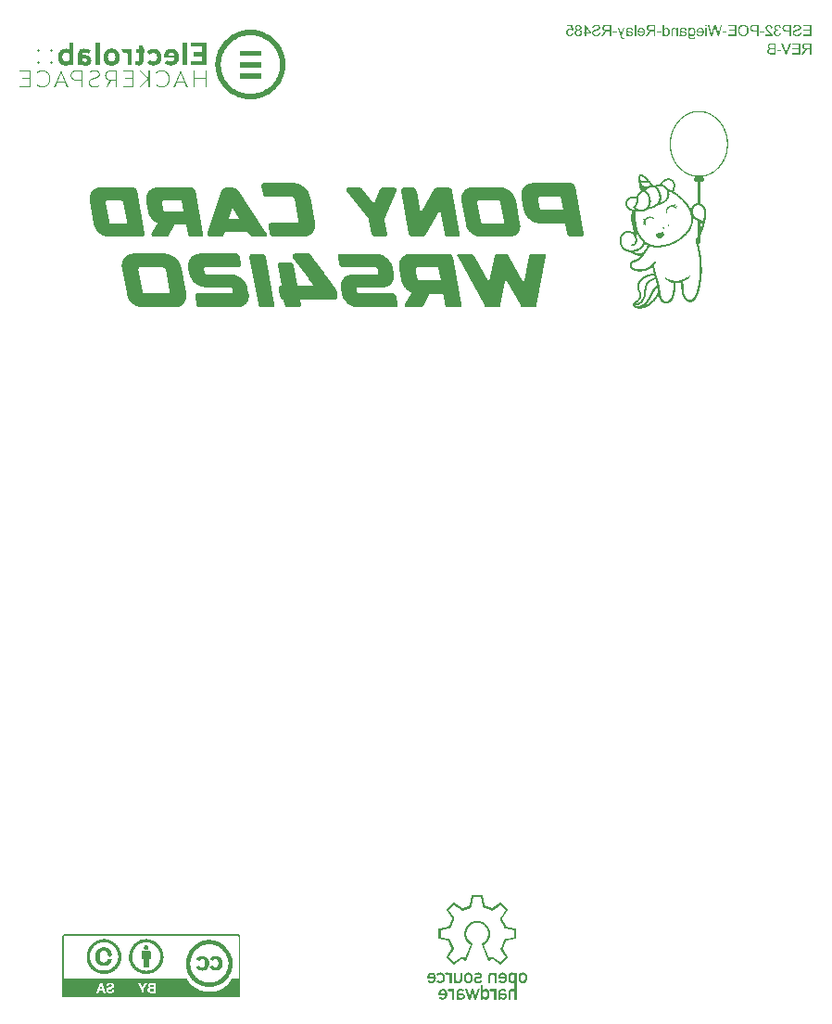
<source format=gbo>
G04 #@! TF.GenerationSoftware,KiCad,Pcbnew,7.0.8*
G04 #@! TF.CreationDate,2024-01-02T14:17:18+01:00*
G04 #@! TF.ProjectId,ESP32-POE-Wiegand-Relay-REV-B,45535033-322d-4504-9f45-2d5769656761,rev?*
G04 #@! TF.SameCoordinates,Original*
G04 #@! TF.FileFunction,Legend,Bot*
G04 #@! TF.FilePolarity,Positive*
%FSLAX46Y46*%
G04 Gerber Fmt 4.6, Leading zero omitted, Abs format (unit mm)*
G04 Created by KiCad (PCBNEW 7.0.8) date 2024-01-02 14:17:18*
%MOMM*%
%LPD*%
G01*
G04 APERTURE LIST*
%ADD10C,0.000000*%
%ADD11C,0.150000*%
%ADD12C,1.500000*%
%ADD13R,1.600000X1.600000*%
%ADD14C,1.600000*%
%ADD15C,6.400000*%
%ADD16R,1.700000X1.700000*%
%ADD17O,1.700000X1.700000*%
%ADD18C,0.650000*%
%ADD19O,1.000000X2.100000*%
%ADD20O,1.000000X1.800000*%
%ADD21C,3.250000*%
%ADD22C,1.550000*%
%ADD23C,1.200000*%
%ADD24C,1.650000*%
%ADD25C,2.355000*%
%ADD26C,2.100000*%
%ADD27C,2.000000*%
G04 APERTURE END LIST*
D10*
G36*
X222726460Y-108935575D02*
G01*
X222746785Y-108937648D01*
X222766955Y-108940573D01*
X222786931Y-108944362D01*
X222806676Y-108949029D01*
X222826153Y-108954587D01*
X222845325Y-108961049D01*
X222864153Y-108968428D01*
X222882601Y-108976736D01*
X222900632Y-108985988D01*
X222918207Y-108996195D01*
X222935289Y-109007371D01*
X222951842Y-109019529D01*
X222967827Y-109032682D01*
X222983207Y-109046844D01*
X222997944Y-109062026D01*
X223012002Y-109078242D01*
X223025343Y-109095505D01*
X223037930Y-109113829D01*
X223049724Y-109133225D01*
X223060690Y-109153708D01*
X223070788Y-109175290D01*
X223079982Y-109197984D01*
X223088235Y-109221803D01*
X223095509Y-109246760D01*
X223101766Y-109272869D01*
X223106970Y-109300142D01*
X223111082Y-109328592D01*
X223114065Y-109358232D01*
X223115883Y-109389076D01*
X223116497Y-109421137D01*
X223115883Y-109453047D01*
X223114065Y-109483751D01*
X223111082Y-109513259D01*
X223106970Y-109541585D01*
X223101766Y-109568742D01*
X223095509Y-109594742D01*
X223088235Y-109619599D01*
X223079982Y-109643324D01*
X223070788Y-109665931D01*
X223060690Y-109687433D01*
X223049724Y-109707842D01*
X223037930Y-109727170D01*
X223025343Y-109745432D01*
X223012002Y-109762639D01*
X222997944Y-109778804D01*
X222983207Y-109793940D01*
X222967827Y-109808061D01*
X222951842Y-109821177D01*
X222935289Y-109833303D01*
X222918207Y-109844451D01*
X222900632Y-109854634D01*
X222882601Y-109863864D01*
X222864153Y-109872155D01*
X222845325Y-109879519D01*
X222806676Y-109891517D01*
X222766955Y-109899961D01*
X222726460Y-109904952D01*
X222685491Y-109906593D01*
X222658785Y-109905791D01*
X222632782Y-109903426D01*
X222607487Y-109899562D01*
X222582903Y-109894262D01*
X222559031Y-109887590D01*
X222535877Y-109879609D01*
X222513442Y-109870382D01*
X222491730Y-109859974D01*
X222470744Y-109848446D01*
X222450488Y-109835864D01*
X222430964Y-109822289D01*
X222412175Y-109807786D01*
X222394126Y-109792418D01*
X222376818Y-109776249D01*
X222360256Y-109759341D01*
X222344442Y-109741758D01*
X222484989Y-109616187D01*
X222494010Y-109626878D01*
X222503500Y-109637137D01*
X222513446Y-109646929D01*
X222523834Y-109656219D01*
X222534651Y-109664970D01*
X222545881Y-109673148D01*
X222557512Y-109680716D01*
X222569530Y-109687638D01*
X222581921Y-109693880D01*
X222594670Y-109699405D01*
X222607764Y-109704178D01*
X222621189Y-109708163D01*
X222634932Y-109711325D01*
X222648977Y-109713627D01*
X222656110Y-109714445D01*
X222663312Y-109715035D01*
X222670584Y-109715392D01*
X222677923Y-109715512D01*
X222692316Y-109715253D01*
X222706331Y-109714472D01*
X222719963Y-109713163D01*
X222733207Y-109711321D01*
X222746057Y-109708941D01*
X222758509Y-109706017D01*
X222770557Y-109702544D01*
X222782196Y-109698515D01*
X222793421Y-109693926D01*
X222804227Y-109688772D01*
X222814607Y-109683046D01*
X222824559Y-109676743D01*
X222834075Y-109669858D01*
X222843151Y-109662386D01*
X222851782Y-109654320D01*
X222859963Y-109645655D01*
X222867688Y-109636387D01*
X222874952Y-109626509D01*
X222881750Y-109616015D01*
X222888077Y-109604901D01*
X222893928Y-109593161D01*
X222899297Y-109580790D01*
X222904179Y-109567781D01*
X222908569Y-109554130D01*
X222912463Y-109539831D01*
X222915854Y-109524879D01*
X222918737Y-109509268D01*
X222921108Y-109492992D01*
X222922961Y-109476047D01*
X222924291Y-109458426D01*
X222925093Y-109440124D01*
X222925361Y-109421137D01*
X222924292Y-109383541D01*
X222921110Y-109348709D01*
X222918740Y-109332315D01*
X222915858Y-109316594D01*
X222912469Y-109301541D01*
X222908577Y-109287150D01*
X222904188Y-109273415D01*
X222899307Y-109260329D01*
X222893940Y-109247888D01*
X222888091Y-109236086D01*
X222881766Y-109224916D01*
X222874969Y-109214372D01*
X222867707Y-109204450D01*
X222859983Y-109195143D01*
X222851804Y-109186445D01*
X222843174Y-109178350D01*
X222834098Y-109170853D01*
X222824582Y-109163948D01*
X222814631Y-109157629D01*
X222804250Y-109151890D01*
X222793444Y-109146725D01*
X222782219Y-109142128D01*
X222770579Y-109138095D01*
X222758529Y-109134617D01*
X222746075Y-109131691D01*
X222733222Y-109129310D01*
X222706340Y-109126160D01*
X222677923Y-109125121D01*
X222663312Y-109125598D01*
X222648975Y-109127005D01*
X222634927Y-109129308D01*
X222621182Y-109132469D01*
X222607753Y-109136455D01*
X222594656Y-109141228D01*
X222581903Y-109146753D01*
X222569510Y-109152995D01*
X222557491Y-109159917D01*
X222545858Y-109167485D01*
X222534627Y-109175663D01*
X222523812Y-109184414D01*
X222513426Y-109193704D01*
X222503485Y-109203496D01*
X222494001Y-109213755D01*
X222484989Y-109224445D01*
X222344442Y-109098874D01*
X222360265Y-109081264D01*
X222376835Y-109064333D01*
X222394150Y-109048145D01*
X222412205Y-109032762D01*
X222430997Y-109018247D01*
X222450524Y-109004665D01*
X222470783Y-108992076D01*
X222491769Y-108980545D01*
X222513480Y-108970135D01*
X222535913Y-108960909D01*
X222559065Y-108952928D01*
X222582932Y-108946258D01*
X222607511Y-108940960D01*
X222632800Y-108937098D01*
X222645709Y-108935725D01*
X222658794Y-108934734D01*
X222672055Y-108934134D01*
X222685491Y-108933933D01*
X222726460Y-108935575D01*
G37*
G36*
X243093333Y-41697194D02*
G01*
X243087272Y-41707456D01*
X243080830Y-41717534D01*
X243074004Y-41727426D01*
X243066796Y-41737132D01*
X243059205Y-41746651D01*
X243051231Y-41755983D01*
X243043572Y-41764451D01*
X243035710Y-41772704D01*
X243027634Y-41780726D01*
X243019335Y-41788506D01*
X243010803Y-41796031D01*
X243002028Y-41803287D01*
X242997547Y-41806811D01*
X242993000Y-41810262D01*
X242988388Y-41813640D01*
X242983709Y-41816942D01*
X242968612Y-41827017D01*
X242953322Y-41836479D01*
X242937838Y-41845319D01*
X242922156Y-41853529D01*
X242906274Y-41861100D01*
X242890190Y-41868022D01*
X242873900Y-41874287D01*
X242857403Y-41879887D01*
X242840696Y-41884811D01*
X242823776Y-41889052D01*
X242806641Y-41892601D01*
X242789287Y-41895449D01*
X242771713Y-41897586D01*
X242753917Y-41899005D01*
X242735894Y-41899696D01*
X242717644Y-41899651D01*
X242697442Y-41899279D01*
X242688052Y-41898897D01*
X242679052Y-41898365D01*
X242670381Y-41897667D01*
X242661978Y-41896790D01*
X242653779Y-41895719D01*
X242645724Y-41894439D01*
X242637750Y-41892936D01*
X242629795Y-41891195D01*
X242621797Y-41889202D01*
X242613695Y-41886942D01*
X242605427Y-41884400D01*
X242596929Y-41881562D01*
X242588142Y-41878414D01*
X242579002Y-41874940D01*
X242564494Y-41869010D01*
X242550388Y-41862621D01*
X242536696Y-41855759D01*
X242523432Y-41848409D01*
X242510610Y-41840559D01*
X242498242Y-41832193D01*
X242486341Y-41823299D01*
X242474922Y-41813861D01*
X242463997Y-41803867D01*
X242453579Y-41793302D01*
X242443682Y-41782152D01*
X242434319Y-41770403D01*
X242425504Y-41758042D01*
X242417248Y-41745054D01*
X242409567Y-41731425D01*
X242402473Y-41717142D01*
X242399834Y-41711286D01*
X242397359Y-41705384D01*
X242395047Y-41699441D01*
X242392903Y-41693456D01*
X242390928Y-41687432D01*
X242389124Y-41681370D01*
X242387495Y-41675272D01*
X242386321Y-41670316D01*
X242544248Y-41670316D01*
X242544451Y-41672865D01*
X242544868Y-41675370D01*
X242545159Y-41676599D01*
X242545505Y-41677809D01*
X242545907Y-41678995D01*
X242546366Y-41680157D01*
X242546883Y-41681290D01*
X242547459Y-41682392D01*
X242548093Y-41683461D01*
X242548787Y-41684492D01*
X242553180Y-41690680D01*
X242555428Y-41693755D01*
X242557737Y-41696775D01*
X242558921Y-41698254D01*
X242560128Y-41699708D01*
X242561360Y-41701132D01*
X242562621Y-41702522D01*
X242563912Y-41703875D01*
X242565236Y-41705186D01*
X242566597Y-41706452D01*
X242567995Y-41707669D01*
X242574023Y-41712548D01*
X242580161Y-41717181D01*
X242586410Y-41721564D01*
X242592771Y-41725694D01*
X242599244Y-41729565D01*
X242605832Y-41733174D01*
X242612534Y-41736518D01*
X242619352Y-41739591D01*
X242626286Y-41742390D01*
X242633338Y-41744911D01*
X242640508Y-41747150D01*
X242647798Y-41749103D01*
X242655208Y-41750765D01*
X242662739Y-41752133D01*
X242670392Y-41753203D01*
X242678169Y-41753971D01*
X242690677Y-41754869D01*
X242702517Y-41755598D01*
X242721507Y-41756670D01*
X242740447Y-41755997D01*
X242758684Y-41754829D01*
X242767555Y-41754012D01*
X242776269Y-41753014D01*
X242784834Y-41751816D01*
X242793255Y-41750399D01*
X242801539Y-41748744D01*
X242809693Y-41746831D01*
X242817722Y-41744643D01*
X242825634Y-41742159D01*
X242833435Y-41739360D01*
X242841130Y-41736228D01*
X242848727Y-41732744D01*
X242856233Y-41728888D01*
X242857316Y-41728286D01*
X242858385Y-41727654D01*
X242859440Y-41726993D01*
X242860482Y-41726307D01*
X242861513Y-41725599D01*
X242862533Y-41724871D01*
X242864548Y-41723365D01*
X242866535Y-41721812D01*
X242868504Y-41720234D01*
X242872425Y-41717089D01*
X242873265Y-41716369D01*
X242874058Y-41715574D01*
X242874803Y-41714707D01*
X242875501Y-41713774D01*
X242876151Y-41712779D01*
X242876754Y-41711727D01*
X242877308Y-41710623D01*
X242877814Y-41709472D01*
X242878679Y-41707047D01*
X242879349Y-41704490D01*
X242879820Y-41701840D01*
X242880092Y-41699136D01*
X242880162Y-41696416D01*
X242880028Y-41693718D01*
X242879690Y-41691081D01*
X242879145Y-41688543D01*
X242878794Y-41687323D01*
X242878391Y-41686143D01*
X242877935Y-41685006D01*
X242877427Y-41683918D01*
X242876865Y-41682885D01*
X242876250Y-41681909D01*
X242875581Y-41680997D01*
X242874859Y-41680153D01*
X242874430Y-41679679D01*
X242874013Y-41679194D01*
X242873607Y-41678698D01*
X242873208Y-41678195D01*
X242871652Y-41676158D01*
X242870863Y-41675159D01*
X242870459Y-41674673D01*
X242870045Y-41674199D01*
X242869618Y-41673741D01*
X242869178Y-41673300D01*
X242868720Y-41672878D01*
X242868244Y-41672479D01*
X242861037Y-41667022D01*
X242853721Y-41661846D01*
X242846294Y-41656953D01*
X242838754Y-41652348D01*
X242831098Y-41648035D01*
X242823325Y-41644017D01*
X242815432Y-41640297D01*
X242807417Y-41636880D01*
X242799279Y-41633770D01*
X242791014Y-41630969D01*
X242782620Y-41628483D01*
X242774096Y-41626313D01*
X242765440Y-41624465D01*
X242756648Y-41622942D01*
X242747720Y-41621748D01*
X242738652Y-41620886D01*
X242720902Y-41619724D01*
X242703172Y-41618964D01*
X242685461Y-41618643D01*
X242667771Y-41618803D01*
X242650100Y-41619480D01*
X242632449Y-41620715D01*
X242614817Y-41622546D01*
X242597205Y-41625013D01*
X242594037Y-41625578D01*
X242590922Y-41626260D01*
X242587860Y-41627057D01*
X242584850Y-41627969D01*
X242581893Y-41628994D01*
X242578988Y-41630131D01*
X242576135Y-41631380D01*
X242573334Y-41632739D01*
X242570584Y-41634208D01*
X242567885Y-41635784D01*
X242565237Y-41637467D01*
X242562640Y-41639256D01*
X242560094Y-41641150D01*
X242557598Y-41643148D01*
X242555152Y-41645248D01*
X242552756Y-41647450D01*
X242551922Y-41648289D01*
X242551127Y-41649177D01*
X242550371Y-41650112D01*
X242549655Y-41651090D01*
X242548348Y-41653166D01*
X242547210Y-41655381D01*
X242546246Y-41657712D01*
X242545463Y-41660137D01*
X242544867Y-41662633D01*
X242544461Y-41665177D01*
X242544253Y-41667745D01*
X242544248Y-41670316D01*
X242386321Y-41670316D01*
X242386042Y-41669140D01*
X242384767Y-41662975D01*
X242383673Y-41656778D01*
X242382763Y-41650552D01*
X242382038Y-41644298D01*
X242381501Y-41638018D01*
X242381154Y-41631712D01*
X242381000Y-41625384D01*
X242381041Y-41619034D01*
X242381431Y-41610467D01*
X242382228Y-41602072D01*
X242383433Y-41593854D01*
X242385050Y-41585816D01*
X242387083Y-41577965D01*
X242389533Y-41570305D01*
X242392403Y-41562840D01*
X242395698Y-41555575D01*
X242399419Y-41548514D01*
X242403570Y-41541663D01*
X242408153Y-41535026D01*
X242413172Y-41528607D01*
X242418629Y-41522411D01*
X242424528Y-41516444D01*
X242430871Y-41510709D01*
X242437661Y-41505211D01*
X242443777Y-41500681D01*
X242450021Y-41496374D01*
X242456392Y-41492285D01*
X242462888Y-41488410D01*
X242469509Y-41484743D01*
X242476252Y-41481279D01*
X242483116Y-41478014D01*
X242490101Y-41474943D01*
X242505412Y-41468758D01*
X242520892Y-41463110D01*
X242536518Y-41457949D01*
X242552272Y-41453227D01*
X242568132Y-41448894D01*
X242584079Y-41444901D01*
X242600092Y-41441200D01*
X242616150Y-41437742D01*
X242639651Y-41432574D01*
X242663026Y-41426940D01*
X242686300Y-41420939D01*
X242709500Y-41414670D01*
X242802098Y-41388900D01*
X242824056Y-41382884D01*
X242845966Y-41376690D01*
X242889675Y-41363923D01*
X242895209Y-41362357D01*
X242900760Y-41360948D01*
X242906325Y-41359689D01*
X242911905Y-41358573D01*
X242917499Y-41357593D01*
X242923108Y-41356743D01*
X242934363Y-41355404D01*
X242945669Y-41354502D01*
X242957020Y-41353982D01*
X242968413Y-41353789D01*
X242979845Y-41353870D01*
X242985399Y-41354070D01*
X242990927Y-41354480D01*
X242996423Y-41355099D01*
X243001881Y-41355924D01*
X243007296Y-41356954D01*
X243012663Y-41358186D01*
X243017976Y-41359620D01*
X243023230Y-41361253D01*
X243028419Y-41363083D01*
X243033539Y-41365108D01*
X243038583Y-41367327D01*
X243043547Y-41369738D01*
X243048425Y-41372338D01*
X243053211Y-41375127D01*
X243057900Y-41378102D01*
X243062487Y-41381261D01*
X243066967Y-41384602D01*
X243071334Y-41388124D01*
X243075582Y-41391825D01*
X243079707Y-41395703D01*
X243083702Y-41399756D01*
X243087563Y-41403982D01*
X243091284Y-41408380D01*
X243094859Y-41412947D01*
X243098284Y-41417682D01*
X243101553Y-41422582D01*
X243104661Y-41427647D01*
X243107601Y-41432873D01*
X243110370Y-41438260D01*
X243112960Y-41443805D01*
X243115368Y-41449507D01*
X243117587Y-41455364D01*
X243119670Y-41461323D01*
X243121636Y-41467331D01*
X243123493Y-41473381D01*
X243125248Y-41479467D01*
X243126908Y-41485583D01*
X243128482Y-41491722D01*
X243129977Y-41497879D01*
X243131400Y-41504047D01*
X243132452Y-41509043D01*
X243133367Y-41514049D01*
X243134148Y-41519064D01*
X243134795Y-41524087D01*
X243135312Y-41529117D01*
X243135699Y-41534153D01*
X243135960Y-41539193D01*
X243136096Y-41544237D01*
X243136110Y-41549283D01*
X243136002Y-41554331D01*
X243135776Y-41559379D01*
X243135433Y-41564426D01*
X243134975Y-41569472D01*
X243134405Y-41574514D01*
X243133724Y-41579553D01*
X243132934Y-41584586D01*
X243130690Y-41596652D01*
X243128065Y-41608542D01*
X243125059Y-41620253D01*
X243121671Y-41631786D01*
X243117903Y-41643140D01*
X243113752Y-41654314D01*
X243109220Y-41665307D01*
X243104306Y-41676118D01*
X243099011Y-41686747D01*
X243093755Y-41696416D01*
X243093333Y-41697194D01*
G37*
G36*
X196376347Y-110404117D02*
G01*
X196436539Y-110404986D01*
X196496271Y-110405491D01*
X196496271Y-110640721D01*
X196464492Y-110640949D01*
X196433039Y-110641503D01*
X196371023Y-110642805D01*
X196340416Y-110643163D01*
X196310049Y-110643065D01*
X196279898Y-110642316D01*
X196249943Y-110640721D01*
X196243443Y-110640076D01*
X196237140Y-110639186D01*
X196231034Y-110638055D01*
X196225128Y-110636688D01*
X196219423Y-110635089D01*
X196213920Y-110633262D01*
X196208620Y-110631212D01*
X196203525Y-110628943D01*
X196198636Y-110626460D01*
X196193955Y-110623767D01*
X196189483Y-110620869D01*
X196185221Y-110617769D01*
X196181171Y-110614473D01*
X196177333Y-110610984D01*
X196173710Y-110607308D01*
X196170303Y-110603448D01*
X196167113Y-110599409D01*
X196164141Y-110595195D01*
X196161389Y-110590812D01*
X196158858Y-110586262D01*
X196156549Y-110581551D01*
X196154464Y-110576683D01*
X196152605Y-110571662D01*
X196150972Y-110566493D01*
X196149567Y-110561180D01*
X196148391Y-110555728D01*
X196147446Y-110550141D01*
X196146732Y-110544424D01*
X196146252Y-110538580D01*
X196146007Y-110532614D01*
X196145998Y-110526531D01*
X196146226Y-110520336D01*
X196146676Y-110513988D01*
X196147331Y-110507794D01*
X196148191Y-110501757D01*
X196149253Y-110495879D01*
X196150518Y-110490162D01*
X196151984Y-110484609D01*
X196153650Y-110479223D01*
X196155515Y-110474005D01*
X196157578Y-110468958D01*
X196159838Y-110464084D01*
X196162294Y-110459385D01*
X196164945Y-110454865D01*
X196167790Y-110450526D01*
X196170829Y-110446369D01*
X196174059Y-110442397D01*
X196177479Y-110438613D01*
X196181090Y-110435018D01*
X196184890Y-110431616D01*
X196188878Y-110428409D01*
X196193052Y-110425398D01*
X196197413Y-110422587D01*
X196201958Y-110419978D01*
X196206687Y-110417573D01*
X196211598Y-110415375D01*
X196216692Y-110413385D01*
X196221966Y-110411607D01*
X196227420Y-110410042D01*
X196233053Y-110408693D01*
X196238863Y-110407563D01*
X196244850Y-110406654D01*
X196251013Y-110405967D01*
X196257351Y-110405507D01*
X196287143Y-110404443D01*
X196316849Y-110403944D01*
X196376347Y-110404117D01*
G37*
G36*
X229680914Y-111396146D02*
G01*
X229489727Y-111396146D01*
X229489727Y-110830202D01*
X229489492Y-110818232D01*
X229488796Y-110806586D01*
X229487646Y-110795266D01*
X229486054Y-110784276D01*
X229484028Y-110773621D01*
X229481578Y-110763303D01*
X229478713Y-110753327D01*
X229475444Y-110743696D01*
X229471780Y-110734414D01*
X229467730Y-110725485D01*
X229463304Y-110716912D01*
X229458512Y-110708700D01*
X229453363Y-110700852D01*
X229447867Y-110693371D01*
X229442033Y-110686262D01*
X229435871Y-110679529D01*
X229429390Y-110673174D01*
X229422601Y-110667202D01*
X229415513Y-110661617D01*
X229408135Y-110656422D01*
X229400477Y-110651621D01*
X229392548Y-110647218D01*
X229384359Y-110643217D01*
X229375918Y-110639621D01*
X229367235Y-110636433D01*
X229358321Y-110633659D01*
X229349184Y-110631301D01*
X229339834Y-110629363D01*
X229330281Y-110627850D01*
X229320534Y-110626764D01*
X229310602Y-110626110D01*
X229300497Y-110625891D01*
X229290559Y-110626110D01*
X229280785Y-110626764D01*
X229271185Y-110627850D01*
X229261769Y-110629363D01*
X229252546Y-110631301D01*
X229243526Y-110633659D01*
X229234721Y-110636433D01*
X229226138Y-110639620D01*
X229217789Y-110643217D01*
X229209683Y-110647218D01*
X229201831Y-110651621D01*
X229194242Y-110656422D01*
X229186926Y-110661617D01*
X229179893Y-110667202D01*
X229173153Y-110673174D01*
X229166717Y-110679528D01*
X229160593Y-110686262D01*
X229154793Y-110693371D01*
X229149325Y-110700851D01*
X229144200Y-110708699D01*
X229139428Y-110716912D01*
X229135018Y-110725484D01*
X229130982Y-110734413D01*
X229127328Y-110743695D01*
X229124066Y-110753326D01*
X229121208Y-110763303D01*
X229118761Y-110773620D01*
X229116738Y-110784276D01*
X229115146Y-110795266D01*
X229113997Y-110806586D01*
X229113300Y-110818232D01*
X229113066Y-110830202D01*
X229113066Y-111396145D01*
X228921931Y-111396145D01*
X228921931Y-110764532D01*
X228922419Y-110744628D01*
X228923861Y-110725319D01*
X228926222Y-110706608D01*
X228929467Y-110688496D01*
X228933561Y-110670988D01*
X228938470Y-110654084D01*
X228944160Y-110637787D01*
X228950595Y-110622100D01*
X228957741Y-110607025D01*
X228965564Y-110592565D01*
X228974028Y-110578721D01*
X228983099Y-110565497D01*
X228992743Y-110552894D01*
X229002924Y-110540915D01*
X229013609Y-110529563D01*
X229024761Y-110518840D01*
X229036348Y-110508748D01*
X229048334Y-110499289D01*
X229060684Y-110490467D01*
X229073364Y-110482283D01*
X229086339Y-110474741D01*
X229099574Y-110467841D01*
X229113036Y-110461587D01*
X229126689Y-110455981D01*
X229140498Y-110451026D01*
X229154429Y-110446724D01*
X229168448Y-110443077D01*
X229182519Y-110440087D01*
X229196608Y-110437758D01*
X229210681Y-110436091D01*
X229224702Y-110435089D01*
X229238637Y-110434755D01*
X229257431Y-110435195D01*
X229275862Y-110436513D01*
X229293920Y-110438711D01*
X229311594Y-110441788D01*
X229328874Y-110445743D01*
X229345747Y-110450577D01*
X229362203Y-110456290D01*
X229378231Y-110462880D01*
X229393820Y-110470349D01*
X229408960Y-110478695D01*
X229423638Y-110487920D01*
X229437844Y-110498022D01*
X229451567Y-110509001D01*
X229464795Y-110520858D01*
X229477519Y-110533592D01*
X229489727Y-110547203D01*
X229489039Y-109794199D01*
X229475615Y-109806580D01*
X229462037Y-109818401D01*
X229448284Y-109829630D01*
X229434333Y-109840232D01*
X229420163Y-109850176D01*
X229405751Y-109859427D01*
X229391076Y-109867954D01*
X229376115Y-109875724D01*
X229360846Y-109882702D01*
X229345248Y-109888857D01*
X229329298Y-109894156D01*
X229312975Y-109898565D01*
X229296256Y-109902051D01*
X229279120Y-109904582D01*
X229261543Y-109906125D01*
X229243506Y-109906647D01*
X229232709Y-109906494D01*
X229222099Y-109906040D01*
X229211674Y-109905290D01*
X229201434Y-109904252D01*
X229191378Y-109902931D01*
X229181507Y-109901333D01*
X229171821Y-109899465D01*
X229162318Y-109897332D01*
X229152999Y-109894941D01*
X229143863Y-109892298D01*
X229134910Y-109889410D01*
X229126140Y-109886282D01*
X229117552Y-109882920D01*
X229109146Y-109879331D01*
X229092878Y-109871497D01*
X229077335Y-109862828D01*
X229062514Y-109853374D01*
X229048412Y-109843184D01*
X229035027Y-109832307D01*
X229022356Y-109820794D01*
X229010398Y-109808693D01*
X228999148Y-109796055D01*
X228988606Y-109782928D01*
X228979207Y-109770318D01*
X228970653Y-109757579D01*
X228962911Y-109744452D01*
X228955949Y-109730680D01*
X228949733Y-109716004D01*
X228944230Y-109700169D01*
X228939408Y-109682915D01*
X228935233Y-109663985D01*
X228931673Y-109643121D01*
X228928694Y-109620067D01*
X228926264Y-109594563D01*
X228924349Y-109566353D01*
X228921936Y-109500783D01*
X228921190Y-109421295D01*
X228921190Y-109421242D01*
X229112325Y-109421242D01*
X229112474Y-109448632D01*
X229113079Y-109475849D01*
X229114375Y-109502672D01*
X229116600Y-109528881D01*
X229119988Y-109554257D01*
X229122192Y-109566564D01*
X229124776Y-109578580D01*
X229127769Y-109590277D01*
X229131201Y-109601629D01*
X229135100Y-109612608D01*
X229139498Y-109623186D01*
X229144422Y-109633335D01*
X229149903Y-109643029D01*
X229155970Y-109652240D01*
X229162653Y-109660940D01*
X229169980Y-109669103D01*
X229177983Y-109676699D01*
X229186690Y-109683703D01*
X229196130Y-109690086D01*
X229206334Y-109695821D01*
X229217330Y-109700880D01*
X229229148Y-109705236D01*
X229241819Y-109708862D01*
X229255370Y-109711730D01*
X229269833Y-109713813D01*
X229285235Y-109715083D01*
X229301608Y-109715512D01*
X229317812Y-109715056D01*
X229333057Y-109713711D01*
X229347372Y-109711508D01*
X229360785Y-109708480D01*
X229373328Y-109704661D01*
X229385027Y-109700082D01*
X229395913Y-109694776D01*
X229406015Y-109688776D01*
X229415362Y-109682114D01*
X229423982Y-109674823D01*
X229431907Y-109666936D01*
X229439163Y-109658485D01*
X229445781Y-109649503D01*
X229451790Y-109640021D01*
X229457219Y-109630074D01*
X229462097Y-109619693D01*
X229466454Y-109608912D01*
X229470318Y-109597762D01*
X229476685Y-109574487D01*
X229481432Y-109550131D01*
X229484793Y-109524953D01*
X229487001Y-109499214D01*
X229488288Y-109473175D01*
X229489039Y-109421242D01*
X229488889Y-109395060D01*
X229488286Y-109368698D01*
X229486996Y-109342412D01*
X229484785Y-109316462D01*
X229481422Y-109291104D01*
X229479234Y-109278729D01*
X229476671Y-109266598D01*
X229473703Y-109254745D01*
X229470301Y-109243201D01*
X229466435Y-109231999D01*
X229462078Y-109221171D01*
X229457198Y-109210750D01*
X229451768Y-109200767D01*
X229445759Y-109191255D01*
X229439140Y-109182246D01*
X229431883Y-109173772D01*
X229423959Y-109165866D01*
X229415339Y-109158560D01*
X229405993Y-109151886D01*
X229395892Y-109145876D01*
X229385007Y-109140563D01*
X229373310Y-109135979D01*
X229360770Y-109132156D01*
X229347359Y-109129126D01*
X229333048Y-109126922D01*
X229317807Y-109125576D01*
X229301608Y-109125121D01*
X229285235Y-109125550D01*
X229269833Y-109126819D01*
X229255370Y-109128901D01*
X229241819Y-109131770D01*
X229229148Y-109135397D01*
X229217330Y-109139756D01*
X229206334Y-109144820D01*
X229196130Y-109150561D01*
X229186690Y-109156953D01*
X229177983Y-109163969D01*
X229169980Y-109171581D01*
X229162653Y-109179762D01*
X229155970Y-109188485D01*
X229149903Y-109197724D01*
X229144422Y-109207451D01*
X229139498Y-109217639D01*
X229135100Y-109228260D01*
X229131201Y-109239289D01*
X229124776Y-109262458D01*
X229119988Y-109286930D01*
X229116600Y-109312488D01*
X229114375Y-109338914D01*
X229113079Y-109365993D01*
X229112325Y-109421242D01*
X228921190Y-109421242D01*
X228921371Y-109379339D01*
X228921936Y-109341165D01*
X228922918Y-109306513D01*
X228924349Y-109275120D01*
X228926264Y-109246727D01*
X228928694Y-109221072D01*
X228931673Y-109197894D01*
X228935233Y-109176932D01*
X228939408Y-109157926D01*
X228941736Y-109149075D01*
X228944230Y-109140614D01*
X228946894Y-109132512D01*
X228949733Y-109124735D01*
X228952750Y-109117252D01*
X228955949Y-109110028D01*
X228962911Y-109096233D01*
X228970653Y-109083088D01*
X228979207Y-109070332D01*
X228988606Y-109057705D01*
X228999148Y-109044578D01*
X229010398Y-109031939D01*
X229022356Y-109019839D01*
X229035027Y-109008326D01*
X229048412Y-108997449D01*
X229062514Y-108987259D01*
X229077335Y-108977805D01*
X229092878Y-108969136D01*
X229109145Y-108961301D01*
X229126140Y-108954351D01*
X229143863Y-108948335D01*
X229162318Y-108943301D01*
X229181507Y-108939300D01*
X229201433Y-108936381D01*
X229222099Y-108934593D01*
X229243505Y-108933986D01*
X229261667Y-108934507D01*
X229279580Y-108936047D01*
X229297217Y-108938569D01*
X229314553Y-108942039D01*
X229331558Y-108946420D01*
X229348206Y-108951678D01*
X229364470Y-108957775D01*
X229380321Y-108964677D01*
X229395734Y-108972348D01*
X229410681Y-108980753D01*
X229425134Y-108989855D01*
X229439066Y-108999619D01*
X229452449Y-109010009D01*
X229465258Y-109020990D01*
X229477463Y-109032526D01*
X229489039Y-109044582D01*
X229489039Y-108945257D01*
X229680914Y-108945257D01*
X229680914Y-109421242D01*
X229680914Y-111396146D01*
G37*
G36*
X188703001Y-28113000D02*
G01*
X188586001Y-28113000D01*
X188403001Y-27666000D01*
X187706001Y-27666000D01*
X187522001Y-28113000D01*
X187404000Y-28113000D01*
X187629398Y-27575000D01*
X187744001Y-27575000D01*
X188364001Y-27575000D01*
X188053001Y-26819000D01*
X187744001Y-27575000D01*
X187629398Y-27575000D01*
X188045001Y-26583000D01*
X188062000Y-26583000D01*
X188477603Y-27575000D01*
X188703001Y-28113000D01*
G37*
G36*
X196140670Y-106973596D02*
G01*
X196147334Y-106973710D01*
X196153780Y-106974051D01*
X196160010Y-106974619D01*
X196166024Y-106975412D01*
X196171823Y-106976431D01*
X196177406Y-106977674D01*
X196182774Y-106979141D01*
X196187927Y-106980831D01*
X196192867Y-106982743D01*
X196197592Y-106984878D01*
X196202103Y-106987233D01*
X196206401Y-106989809D01*
X196210486Y-106992605D01*
X196214359Y-106995619D01*
X196218019Y-106998853D01*
X196221468Y-107002303D01*
X196224704Y-107005971D01*
X196227730Y-107009855D01*
X196230544Y-107013955D01*
X196233148Y-107018270D01*
X196235542Y-107022800D01*
X196237725Y-107027543D01*
X196239699Y-107032498D01*
X196241464Y-107037667D01*
X196243020Y-107043046D01*
X196244368Y-107048637D01*
X196245507Y-107054438D01*
X196246438Y-107060449D01*
X196247162Y-107066668D01*
X196247678Y-107073096D01*
X196248091Y-107086573D01*
X196248091Y-107729246D01*
X196068439Y-107729246D01*
X196068439Y-108492304D01*
X195577637Y-108492304D01*
X195577637Y-107725542D01*
X195397984Y-107725542D01*
X195397985Y-107727394D01*
X195397291Y-107397955D01*
X195397204Y-107236447D01*
X195397985Y-107075461D01*
X195398267Y-107069628D01*
X195398764Y-107063939D01*
X195399473Y-107058397D01*
X195400394Y-107053004D01*
X195401524Y-107047763D01*
X195402860Y-107042677D01*
X195404402Y-107037748D01*
X195406146Y-107032979D01*
X195408091Y-107028372D01*
X195410234Y-107023932D01*
X195412575Y-107019659D01*
X195415110Y-107015557D01*
X195417837Y-107011629D01*
X195420755Y-107007878D01*
X195423862Y-107004305D01*
X195427155Y-107000914D01*
X195430633Y-106997708D01*
X195434293Y-106994689D01*
X195438134Y-106991860D01*
X195442153Y-106989223D01*
X195446348Y-106986782D01*
X195450718Y-106984539D01*
X195455260Y-106982496D01*
X195459972Y-106980657D01*
X195464852Y-106979024D01*
X195469899Y-106977600D01*
X195475109Y-106976388D01*
X195480482Y-106975390D01*
X195486015Y-106974609D01*
X195491706Y-106974048D01*
X195497553Y-106973710D01*
X195503554Y-106973596D01*
X195822111Y-106972902D01*
X195981217Y-106972815D01*
X196140670Y-106973596D01*
G37*
G36*
X197405643Y-107494031D02*
G01*
X197402492Y-107573389D01*
X197395194Y-107651986D01*
X197383858Y-107729702D01*
X197368590Y-107806418D01*
X197349498Y-107882014D01*
X197326690Y-107956369D01*
X197300272Y-108029364D01*
X197270353Y-108100878D01*
X197237041Y-108170791D01*
X197200441Y-108238984D01*
X197160663Y-108305336D01*
X197117813Y-108369726D01*
X197072000Y-108432037D01*
X197023329Y-108492146D01*
X196971910Y-108549934D01*
X196917850Y-108605281D01*
X196861255Y-108658067D01*
X196802234Y-108708172D01*
X196740894Y-108755476D01*
X196677343Y-108799858D01*
X196611688Y-108841200D01*
X196544036Y-108879380D01*
X196474495Y-108914278D01*
X196403173Y-108945775D01*
X196330177Y-108973751D01*
X196255615Y-108998085D01*
X196179594Y-109018657D01*
X196102221Y-109035348D01*
X196023604Y-109048037D01*
X195943851Y-109056604D01*
X195863069Y-109060930D01*
X195781366Y-109060894D01*
X195709063Y-109056985D01*
X195636726Y-109049459D01*
X195564515Y-109038367D01*
X195492589Y-109023762D01*
X195421109Y-109005693D01*
X195350237Y-108984212D01*
X195280131Y-108959370D01*
X195210953Y-108931219D01*
X195142863Y-108899810D01*
X195076021Y-108865193D01*
X195010587Y-108827420D01*
X194946723Y-108786543D01*
X194884589Y-108742612D01*
X194824344Y-108695679D01*
X194766150Y-108645795D01*
X194710167Y-108593011D01*
X194656555Y-108537379D01*
X194605474Y-108478949D01*
X194557085Y-108417772D01*
X194511549Y-108353901D01*
X194469025Y-108287386D01*
X194429675Y-108218278D01*
X194393658Y-108146629D01*
X194361136Y-108072489D01*
X194332268Y-107995911D01*
X194307214Y-107916944D01*
X194286136Y-107835642D01*
X194269194Y-107752053D01*
X194256547Y-107666231D01*
X194248357Y-107578226D01*
X194244784Y-107488089D01*
X194244972Y-107473659D01*
X194533061Y-107473659D01*
X194534736Y-107540744D01*
X194539707Y-107606864D01*
X194547898Y-107671943D01*
X194559229Y-107735906D01*
X194573624Y-107798676D01*
X194591003Y-107860178D01*
X194611290Y-107920336D01*
X194634405Y-107979075D01*
X194660272Y-108036319D01*
X194688811Y-108091993D01*
X194719946Y-108146020D01*
X194753597Y-108198326D01*
X194789687Y-108248834D01*
X194828139Y-108297470D01*
X194868873Y-108344157D01*
X194911813Y-108388819D01*
X194956879Y-108431382D01*
X195003995Y-108471769D01*
X195053081Y-108509905D01*
X195104060Y-108545715D01*
X195156855Y-108579122D01*
X195211386Y-108610051D01*
X195267577Y-108638426D01*
X195325348Y-108664172D01*
X195384623Y-108687213D01*
X195445322Y-108707474D01*
X195507368Y-108724878D01*
X195570684Y-108739351D01*
X195635190Y-108750817D01*
X195700810Y-108759199D01*
X195767464Y-108764423D01*
X195835076Y-108766413D01*
X195900390Y-108764727D01*
X195965002Y-108759397D01*
X196028821Y-108750533D01*
X196091752Y-108738244D01*
X196153703Y-108722642D01*
X196214579Y-108703836D01*
X196274288Y-108681936D01*
X196332736Y-108657053D01*
X196389831Y-108629297D01*
X196445479Y-108598778D01*
X196499586Y-108565606D01*
X196552060Y-108529892D01*
X196602807Y-108491746D01*
X196651734Y-108451278D01*
X196698747Y-108408598D01*
X196743754Y-108363816D01*
X196786661Y-108317043D01*
X196827375Y-108268389D01*
X196865803Y-108217964D01*
X196901851Y-108165878D01*
X196935425Y-108112242D01*
X196966434Y-108057166D01*
X196994784Y-108000759D01*
X197020380Y-107943133D01*
X197043131Y-107884397D01*
X197062942Y-107824661D01*
X197079721Y-107764037D01*
X197093375Y-107702633D01*
X197103809Y-107640561D01*
X197110931Y-107577930D01*
X197114648Y-107514851D01*
X197114866Y-107451434D01*
X197111509Y-107386656D01*
X197104966Y-107322606D01*
X197095316Y-107259370D01*
X197082639Y-107197036D01*
X197067013Y-107135691D01*
X197048520Y-107075422D01*
X197027239Y-107016317D01*
X197003249Y-106958461D01*
X196976630Y-106901943D01*
X196947462Y-106846850D01*
X196915824Y-106793269D01*
X196881796Y-106741286D01*
X196845459Y-106690990D01*
X196806891Y-106642467D01*
X196766172Y-106595805D01*
X196723382Y-106551090D01*
X196678600Y-106508409D01*
X196631908Y-106467851D01*
X196583383Y-106429502D01*
X196533106Y-106393449D01*
X196481156Y-106359780D01*
X196427613Y-106328580D01*
X196372557Y-106299939D01*
X196316068Y-106273943D01*
X196258225Y-106250678D01*
X196199108Y-106230233D01*
X196138796Y-106212694D01*
X196077370Y-106198148D01*
X196014909Y-106186683D01*
X195951492Y-106178386D01*
X195887200Y-106173344D01*
X195822112Y-106171644D01*
X195755515Y-106173497D01*
X195689822Y-106178656D01*
X195625113Y-106187039D01*
X195561467Y-106198568D01*
X195498963Y-106213161D01*
X195437680Y-106230737D01*
X195377699Y-106251218D01*
X195319097Y-106274521D01*
X195261955Y-106300568D01*
X195206353Y-106329277D01*
X195152368Y-106360568D01*
X195100081Y-106394361D01*
X195049571Y-106430575D01*
X195000918Y-106469130D01*
X194954200Y-106509946D01*
X194909497Y-106552942D01*
X194866889Y-106598037D01*
X194826455Y-106645153D01*
X194788274Y-106694207D01*
X194752425Y-106745121D01*
X194718988Y-106797812D01*
X194688042Y-106852202D01*
X194659667Y-106908209D01*
X194633942Y-106965754D01*
X194610946Y-107024755D01*
X194590759Y-107085133D01*
X194573460Y-107146807D01*
X194559128Y-107209697D01*
X194547843Y-107273722D01*
X194539684Y-107338802D01*
X194534730Y-107404857D01*
X194533061Y-107471806D01*
X194533061Y-107473659D01*
X194244972Y-107473659D01*
X194245988Y-107395871D01*
X194250814Y-107320116D01*
X194259334Y-107245032D01*
X194271465Y-107170735D01*
X194287125Y-107097342D01*
X194306230Y-107024971D01*
X194328697Y-106953738D01*
X194354445Y-106883761D01*
X194383390Y-106815156D01*
X194415449Y-106748041D01*
X194450541Y-106682532D01*
X194488581Y-106618746D01*
X194529488Y-106556801D01*
X194573178Y-106496814D01*
X194619569Y-106438901D01*
X194668578Y-106383179D01*
X194720122Y-106329766D01*
X194774119Y-106278778D01*
X194830486Y-106230332D01*
X194889139Y-106184546D01*
X194949998Y-106141537D01*
X195012977Y-106101421D01*
X195077996Y-106064315D01*
X195144970Y-106030337D01*
X195213818Y-105999603D01*
X195284457Y-105972230D01*
X195356803Y-105948336D01*
X195430774Y-105928038D01*
X195506288Y-105911452D01*
X195583261Y-105898695D01*
X195661612Y-105889885D01*
X195741256Y-105885138D01*
X195822112Y-105884571D01*
X195823963Y-105886423D01*
X195905934Y-105886467D01*
X195986825Y-105891027D01*
X196066536Y-105899977D01*
X196144963Y-105913188D01*
X196222006Y-105930532D01*
X196297562Y-105951881D01*
X196371528Y-105977108D01*
X196443803Y-106006085D01*
X196514285Y-106038683D01*
X196582872Y-106074776D01*
X196649461Y-106114235D01*
X196713951Y-106156932D01*
X196776239Y-106202740D01*
X196836223Y-106251530D01*
X196893802Y-106303175D01*
X196948872Y-106357547D01*
X197001333Y-106414518D01*
X197051082Y-106473960D01*
X197098017Y-106535745D01*
X197142035Y-106599746D01*
X197183036Y-106665835D01*
X197220916Y-106733884D01*
X197255573Y-106803764D01*
X197286907Y-106875349D01*
X197314813Y-106948509D01*
X197339191Y-107023119D01*
X197359939Y-107099049D01*
X197376953Y-107176171D01*
X197390133Y-107254358D01*
X197399376Y-107333483D01*
X197404580Y-107413416D01*
X197405081Y-107451434D01*
X197405643Y-107494031D01*
G37*
G36*
X223311184Y-108934373D02*
G01*
X223329613Y-108935692D01*
X223347659Y-108937890D01*
X223365306Y-108940966D01*
X223382537Y-108944922D01*
X223399336Y-108949756D01*
X223415685Y-108955468D01*
X223431568Y-108962059D01*
X223446968Y-108969527D01*
X223461868Y-108977874D01*
X223476252Y-108987098D01*
X223490101Y-108997200D01*
X223503401Y-109008180D01*
X223516133Y-109020037D01*
X223528281Y-109032771D01*
X223539829Y-109046381D01*
X223543534Y-109046381D01*
X223543534Y-108945204D01*
X223734722Y-108945204D01*
X223734722Y-109895323D01*
X223543534Y-109895323D01*
X223543534Y-109323771D01*
X223543268Y-109310998D01*
X223542480Y-109298684D01*
X223541188Y-109286824D01*
X223539408Y-109275415D01*
X223537155Y-109264453D01*
X223534448Y-109253936D01*
X223531301Y-109243859D01*
X223527731Y-109234220D01*
X223523756Y-109225015D01*
X223519390Y-109216240D01*
X223514652Y-109207892D01*
X223509556Y-109199967D01*
X223504120Y-109192463D01*
X223498360Y-109185375D01*
X223492293Y-109178700D01*
X223485934Y-109172436D01*
X223479301Y-109166577D01*
X223472409Y-109161122D01*
X223465275Y-109156066D01*
X223457916Y-109151405D01*
X223450348Y-109147138D01*
X223442588Y-109143260D01*
X223434651Y-109139767D01*
X223426555Y-109136656D01*
X223409949Y-109131569D01*
X223392902Y-109127968D01*
X223375544Y-109125829D01*
X223358008Y-109125121D01*
X223349052Y-109125277D01*
X223340449Y-109125751D01*
X223332157Y-109126555D01*
X223324130Y-109127699D01*
X223316324Y-109129194D01*
X223308696Y-109131051D01*
X223301200Y-109133282D01*
X223293794Y-109135897D01*
X223286432Y-109138907D01*
X223279070Y-109142322D01*
X223271665Y-109146155D01*
X223264172Y-109150415D01*
X223256547Y-109155114D01*
X223248745Y-109160263D01*
X223240723Y-109165872D01*
X223232437Y-109171953D01*
X223093742Y-109007011D01*
X223104721Y-108998778D01*
X223115836Y-108990957D01*
X223127100Y-108983565D01*
X223138525Y-108976617D01*
X223150122Y-108970131D01*
X223161902Y-108964123D01*
X223173878Y-108958608D01*
X223186061Y-108953605D01*
X223198463Y-108949129D01*
X223211096Y-108945196D01*
X223223971Y-108941823D01*
X223237100Y-108939026D01*
X223250495Y-108936823D01*
X223264167Y-108935228D01*
X223278128Y-108934260D01*
X223292391Y-108933933D01*
X223311184Y-108934373D01*
G37*
G36*
X241856017Y-39928688D02*
G01*
X241866492Y-39929202D01*
X241889240Y-39930305D01*
X241901250Y-39931149D01*
X241913506Y-39932359D01*
X241919686Y-39933142D01*
X241925878Y-39934063D01*
X241932066Y-39935140D01*
X241938233Y-39936388D01*
X241961814Y-39941980D01*
X241984843Y-39948429D01*
X242007303Y-39955755D01*
X242029180Y-39963977D01*
X242050458Y-39973115D01*
X242071121Y-39983187D01*
X242091155Y-39994213D01*
X242110543Y-40006211D01*
X242129269Y-40019202D01*
X242147320Y-40033205D01*
X242164678Y-40048238D01*
X242181328Y-40064321D01*
X242197256Y-40081472D01*
X242212445Y-40099713D01*
X242226880Y-40119060D01*
X242240545Y-40139535D01*
X242241192Y-40140599D01*
X242241806Y-40141685D01*
X242242388Y-40142793D01*
X242242942Y-40143920D01*
X242243469Y-40145063D01*
X242243973Y-40146222D01*
X242244918Y-40148577D01*
X242245795Y-40150969D01*
X242246625Y-40153383D01*
X242248219Y-40158214D01*
X242248390Y-40158786D01*
X242248530Y-40159369D01*
X242248642Y-40159961D01*
X242248730Y-40160563D01*
X242248796Y-40161173D01*
X242248844Y-40161789D01*
X242248899Y-40163036D01*
X242248939Y-40165559D01*
X242248978Y-40166816D01*
X242249014Y-40167440D01*
X242249065Y-40168058D01*
X242249178Y-40169432D01*
X242249217Y-40170793D01*
X242249182Y-40172135D01*
X242249135Y-40172797D01*
X242249068Y-40173452D01*
X242248982Y-40174099D01*
X242248875Y-40174738D01*
X242248747Y-40175367D01*
X242248598Y-40175986D01*
X242248428Y-40176595D01*
X242248237Y-40177192D01*
X242248023Y-40177778D01*
X242247788Y-40178350D01*
X242247529Y-40178908D01*
X242247249Y-40179453D01*
X242246945Y-40179982D01*
X242246617Y-40180495D01*
X242246266Y-40180992D01*
X242245891Y-40181471D01*
X242245492Y-40181932D01*
X242245068Y-40182375D01*
X242244619Y-40182798D01*
X242244145Y-40183200D01*
X242243646Y-40183582D01*
X242243121Y-40183942D01*
X242242570Y-40184279D01*
X242241992Y-40184593D01*
X242241388Y-40184883D01*
X242240756Y-40185149D01*
X242239672Y-40185547D01*
X242238530Y-40185923D01*
X242237341Y-40186273D01*
X242236114Y-40186592D01*
X242234861Y-40186873D01*
X242233592Y-40187112D01*
X242232317Y-40187304D01*
X242231046Y-40187444D01*
X242229790Y-40187526D01*
X242228560Y-40187545D01*
X242227365Y-40187496D01*
X242226216Y-40187374D01*
X242225123Y-40187173D01*
X242224098Y-40186889D01*
X242223613Y-40186714D01*
X242223149Y-40186516D01*
X242222707Y-40186294D01*
X242222288Y-40186049D01*
X242212736Y-40179853D01*
X242203271Y-40173518D01*
X242184492Y-40160610D01*
X242165733Y-40147682D01*
X242156293Y-40141322D01*
X242146776Y-40135090D01*
X242132513Y-40126263D01*
X242118065Y-40118010D01*
X242103434Y-40110321D01*
X242088625Y-40103186D01*
X242073643Y-40096592D01*
X242058489Y-40090530D01*
X242043170Y-40084989D01*
X242027687Y-40079957D01*
X242012046Y-40075425D01*
X241996250Y-40071382D01*
X241980303Y-40067816D01*
X241964209Y-40064717D01*
X241947972Y-40062074D01*
X241931595Y-40059876D01*
X241915082Y-40058113D01*
X241898438Y-40056774D01*
X241893352Y-40056481D01*
X241890807Y-40056370D01*
X241888265Y-40056297D01*
X241885728Y-40056274D01*
X241883198Y-40056312D01*
X241880678Y-40056422D01*
X241878171Y-40056615D01*
X241857999Y-40058602D01*
X241837900Y-40060921D01*
X241817900Y-40063709D01*
X241798022Y-40067098D01*
X241778290Y-40071225D01*
X241768486Y-40073606D01*
X241758729Y-40076223D01*
X241749020Y-40079090D01*
X241739362Y-40082226D01*
X241729759Y-40085647D01*
X241720214Y-40089370D01*
X241695667Y-40100139D01*
X241672246Y-40111921D01*
X241649941Y-40124709D01*
X241628746Y-40138497D01*
X241608651Y-40153278D01*
X241589649Y-40169044D01*
X241571731Y-40185789D01*
X241554889Y-40203505D01*
X241539115Y-40222185D01*
X241524401Y-40241822D01*
X241510738Y-40262410D01*
X241498118Y-40283940D01*
X241486533Y-40306407D01*
X241475975Y-40329803D01*
X241466435Y-40354121D01*
X241457906Y-40379353D01*
X241453049Y-40402943D01*
X241448740Y-40426542D01*
X241445199Y-40450181D01*
X241443783Y-40462024D01*
X241442640Y-40473889D01*
X241441798Y-40485778D01*
X241441282Y-40497696D01*
X241441121Y-40509647D01*
X241441342Y-40521633D01*
X241441971Y-40533659D01*
X241443036Y-40545728D01*
X241444565Y-40557845D01*
X241446583Y-40570012D01*
X241449476Y-40584989D01*
X241452584Y-40599873D01*
X241455944Y-40614664D01*
X241459592Y-40629358D01*
X241463566Y-40643952D01*
X241467901Y-40658446D01*
X241472634Y-40672834D01*
X241477802Y-40687117D01*
X241479654Y-40691814D01*
X241481616Y-40696470D01*
X241485734Y-40705710D01*
X241489880Y-40714940D01*
X241491880Y-40719584D01*
X241493784Y-40724264D01*
X241494223Y-40725441D01*
X241494629Y-40726629D01*
X241495006Y-40727827D01*
X241495358Y-40729034D01*
X241495997Y-40731470D01*
X241496575Y-40733928D01*
X241497653Y-40738871D01*
X241498208Y-40741339D01*
X241498811Y-40743790D01*
X241498982Y-40744495D01*
X241499129Y-40745191D01*
X241499252Y-40745878D01*
X241499350Y-40746555D01*
X241499424Y-40747224D01*
X241499474Y-40747883D01*
X241499499Y-40748533D01*
X241499500Y-40749173D01*
X241499475Y-40749804D01*
X241499427Y-40750425D01*
X241499353Y-40751037D01*
X241499255Y-40751639D01*
X241499131Y-40752232D01*
X241498983Y-40752814D01*
X241498810Y-40753387D01*
X241498612Y-40753950D01*
X241498388Y-40754504D01*
X241498140Y-40755047D01*
X241497866Y-40755580D01*
X241497567Y-40756103D01*
X241497242Y-40756616D01*
X241496892Y-40757118D01*
X241496517Y-40757611D01*
X241496116Y-40758093D01*
X241495690Y-40758564D01*
X241495238Y-40759025D01*
X241494760Y-40759476D01*
X241494257Y-40759916D01*
X241493728Y-40760346D01*
X241493173Y-40760765D01*
X241492591Y-40761173D01*
X241491984Y-40761570D01*
X241490865Y-40762235D01*
X241489729Y-40762837D01*
X241488579Y-40763376D01*
X241487417Y-40763848D01*
X241486244Y-40764251D01*
X241485062Y-40764583D01*
X241483873Y-40764841D01*
X241482677Y-40765024D01*
X241481477Y-40765128D01*
X241480274Y-40765152D01*
X241479071Y-40765093D01*
X241477867Y-40764949D01*
X241476666Y-40764718D01*
X241475469Y-40764396D01*
X241474278Y-40763983D01*
X241473093Y-40763475D01*
X241470823Y-40762411D01*
X241468522Y-40761307D01*
X241466232Y-40760145D01*
X241465103Y-40759536D01*
X241463991Y-40758905D01*
X241462902Y-40758250D01*
X241461840Y-40757569D01*
X241460810Y-40756858D01*
X241459817Y-40756116D01*
X241458867Y-40755341D01*
X241457963Y-40754529D01*
X241457112Y-40753678D01*
X241456318Y-40752787D01*
X241440178Y-40733353D01*
X241424237Y-40713760D01*
X241392553Y-40674417D01*
X241391677Y-40673385D01*
X241390774Y-40672415D01*
X241389844Y-40671506D01*
X241388888Y-40670659D01*
X241387903Y-40669874D01*
X241386891Y-40669152D01*
X241385850Y-40668492D01*
X241384781Y-40667895D01*
X241383682Y-40667361D01*
X241382554Y-40666891D01*
X241381396Y-40666484D01*
X241380208Y-40666142D01*
X241378989Y-40665864D01*
X241377739Y-40665652D01*
X241376457Y-40665504D01*
X241375144Y-40665421D01*
X241314502Y-40663040D01*
X241274033Y-40661413D01*
X241253824Y-40660421D01*
X241243730Y-40659802D01*
X241233645Y-40659071D01*
X241233088Y-40659014D01*
X241232531Y-40658932D01*
X241231972Y-40658827D01*
X241231413Y-40658699D01*
X241230294Y-40658378D01*
X241229176Y-40657977D01*
X241228061Y-40657504D01*
X241226952Y-40656964D01*
X241225851Y-40656367D01*
X241224761Y-40655718D01*
X241223684Y-40655024D01*
X241222623Y-40654295D01*
X241221579Y-40653535D01*
X241220555Y-40652753D01*
X241218578Y-40651151D01*
X241216711Y-40649546D01*
X241216016Y-40648863D01*
X241215379Y-40648089D01*
X241214799Y-40647230D01*
X241214274Y-40646291D01*
X241213804Y-40645278D01*
X241213388Y-40644198D01*
X241213025Y-40643056D01*
X241212713Y-40641858D01*
X241212241Y-40639318D01*
X241211962Y-40636627D01*
X241211870Y-40633832D01*
X241211955Y-40630979D01*
X241212209Y-40628118D01*
X241212625Y-40625294D01*
X241213193Y-40622557D01*
X241213906Y-40619952D01*
X241214754Y-40617529D01*
X241215731Y-40615333D01*
X241216264Y-40614336D01*
X241216827Y-40613414D01*
X241217417Y-40612572D01*
X241218034Y-40611818D01*
X241219352Y-40610381D01*
X241220706Y-40609005D01*
X241222093Y-40607688D01*
X241223511Y-40606425D01*
X241224960Y-40605214D01*
X241226436Y-40604051D01*
X241227938Y-40602932D01*
X241229465Y-40601856D01*
X241231014Y-40600818D01*
X241232583Y-40599815D01*
X241235775Y-40597902D01*
X241239027Y-40596090D01*
X241242324Y-40594354D01*
X241262665Y-40584134D01*
X241283096Y-40574067D01*
X241303447Y-40563852D01*
X241313541Y-40558594D01*
X241323551Y-40553185D01*
X241325117Y-40552224D01*
X241326600Y-40551133D01*
X241327999Y-40549923D01*
X241329313Y-40548602D01*
X241330541Y-40547180D01*
X241331682Y-40545667D01*
X241332735Y-40544071D01*
X241333698Y-40542402D01*
X241334570Y-40540671D01*
X241335351Y-40538885D01*
X241336039Y-40537056D01*
X241336633Y-40535191D01*
X241337132Y-40533301D01*
X241337536Y-40531395D01*
X241337842Y-40529483D01*
X241338050Y-40527573D01*
X241338174Y-40525714D01*
X241338248Y-40523849D01*
X241338275Y-40521978D01*
X241338260Y-40520102D01*
X241338109Y-40516341D01*
X241337819Y-40512572D01*
X241337412Y-40508803D01*
X241336912Y-40505041D01*
X241336341Y-40501294D01*
X241335722Y-40497570D01*
X241335193Y-40494956D01*
X241334519Y-40492435D01*
X241333706Y-40490005D01*
X241332756Y-40487666D01*
X241331673Y-40485418D01*
X241330461Y-40483261D01*
X241329125Y-40481195D01*
X241327666Y-40479220D01*
X241326090Y-40477336D01*
X241324399Y-40475542D01*
X241322599Y-40473838D01*
X241320691Y-40472224D01*
X241318681Y-40470700D01*
X241316571Y-40469266D01*
X241314366Y-40467921D01*
X241312069Y-40466666D01*
X241308684Y-40464992D01*
X241305246Y-40463414D01*
X241301762Y-40461917D01*
X241298244Y-40460488D01*
X241294701Y-40459114D01*
X241291143Y-40457781D01*
X241284022Y-40455183D01*
X241245857Y-40441696D01*
X241226814Y-40434846D01*
X241217345Y-40431292D01*
X241207929Y-40427614D01*
X241206238Y-40426890D01*
X241204575Y-40426092D01*
X241202938Y-40425228D01*
X241201325Y-40424303D01*
X241199734Y-40423325D01*
X241198161Y-40422301D01*
X241196605Y-40421237D01*
X241195064Y-40420140D01*
X241182952Y-40410999D01*
X241182418Y-40410573D01*
X241181896Y-40410082D01*
X241181388Y-40409529D01*
X241180895Y-40408919D01*
X241179955Y-40407538D01*
X241179084Y-40405969D01*
X241178288Y-40404240D01*
X241177574Y-40402380D01*
X241176948Y-40400419D01*
X241176417Y-40398384D01*
X241175987Y-40396306D01*
X241175667Y-40394212D01*
X241175461Y-40392133D01*
X241175377Y-40390096D01*
X241175421Y-40388130D01*
X241175601Y-40386265D01*
X241175922Y-40384530D01*
X241176137Y-40383720D01*
X241176391Y-40382953D01*
X241177119Y-40381103D01*
X241177933Y-40379308D01*
X241178831Y-40377572D01*
X241179811Y-40375900D01*
X241180870Y-40374298D01*
X241182008Y-40372769D01*
X241183220Y-40371320D01*
X241184506Y-40369954D01*
X241185864Y-40368677D01*
X241187290Y-40367494D01*
X241188784Y-40366409D01*
X241190343Y-40365427D01*
X241191965Y-40364554D01*
X241193647Y-40363794D01*
X241195389Y-40363151D01*
X241197187Y-40362632D01*
X241199617Y-40362058D01*
X241202064Y-40361542D01*
X241207003Y-40360668D01*
X241211992Y-40359975D01*
X241217018Y-40359424D01*
X241222068Y-40358981D01*
X241227131Y-40358607D01*
X241237244Y-40357924D01*
X241257437Y-40356739D01*
X241277653Y-40355754D01*
X241287754Y-40355199D01*
X241297840Y-40354530D01*
X241307905Y-40353693D01*
X241317943Y-40352632D01*
X241319276Y-40352437D01*
X241320569Y-40352179D01*
X241321821Y-40351862D01*
X241323034Y-40351487D01*
X241324209Y-40351055D01*
X241325346Y-40350570D01*
X241326446Y-40350032D01*
X241327511Y-40349443D01*
X241328540Y-40348806D01*
X241329535Y-40348123D01*
X241330497Y-40347395D01*
X241331427Y-40346624D01*
X241333191Y-40344963D01*
X241334836Y-40343153D01*
X241336369Y-40341212D01*
X241337795Y-40339154D01*
X241339122Y-40336995D01*
X241340357Y-40334750D01*
X241341506Y-40332435D01*
X241342576Y-40330065D01*
X241343574Y-40327655D01*
X241344508Y-40325221D01*
X241344898Y-40324075D01*
X241345238Y-40322899D01*
X241345526Y-40321698D01*
X241345765Y-40320474D01*
X241345954Y-40319229D01*
X241346095Y-40317968D01*
X241346233Y-40315403D01*
X241346186Y-40312803D01*
X241345958Y-40310191D01*
X241345555Y-40307589D01*
X241344983Y-40305020D01*
X241344247Y-40302507D01*
X241343353Y-40300072D01*
X241342307Y-40297739D01*
X241341114Y-40295530D01*
X241340463Y-40294479D01*
X241339779Y-40293468D01*
X241339060Y-40292499D01*
X241338308Y-40291575D01*
X241337523Y-40290700D01*
X241336707Y-40289876D01*
X241335859Y-40289105D01*
X241334981Y-40288391D01*
X241324929Y-40280746D01*
X241314841Y-40273145D01*
X241304704Y-40265614D01*
X241294502Y-40258176D01*
X241280065Y-40247950D01*
X241265563Y-40237809D01*
X241251111Y-40227599D01*
X241243939Y-40222420D01*
X241236822Y-40217166D01*
X241235855Y-40216418D01*
X241234901Y-40215627D01*
X241233963Y-40214793D01*
X241233044Y-40213921D01*
X241232146Y-40213013D01*
X241231273Y-40212072D01*
X241230427Y-40211100D01*
X241229612Y-40210101D01*
X241228831Y-40209077D01*
X241228086Y-40208031D01*
X241227380Y-40206966D01*
X241226717Y-40205884D01*
X241226099Y-40204789D01*
X241225529Y-40203683D01*
X241225010Y-40202568D01*
X241224545Y-40201449D01*
X241224159Y-40200366D01*
X241223813Y-40199244D01*
X241223508Y-40198088D01*
X241223247Y-40196904D01*
X241223029Y-40195698D01*
X241222855Y-40194474D01*
X241222728Y-40193239D01*
X241222647Y-40191997D01*
X241222614Y-40190755D01*
X241222630Y-40189518D01*
X241222696Y-40188291D01*
X241222812Y-40187080D01*
X241222980Y-40185890D01*
X241223201Y-40184728D01*
X241223476Y-40183597D01*
X241223806Y-40182505D01*
X241224225Y-40181375D01*
X241224717Y-40180259D01*
X241225278Y-40179158D01*
X241225904Y-40178074D01*
X241226592Y-40177009D01*
X241227338Y-40175965D01*
X241228992Y-40173945D01*
X241230836Y-40172030D01*
X241232843Y-40170232D01*
X241234985Y-40168566D01*
X241237233Y-40167047D01*
X241239559Y-40165688D01*
X241241936Y-40164505D01*
X241244334Y-40163510D01*
X241246725Y-40162718D01*
X241249082Y-40162144D01*
X241250238Y-40161943D01*
X241251375Y-40161802D01*
X241252490Y-40161721D01*
X241253578Y-40161705D01*
X241254636Y-40161753D01*
X241255661Y-40161868D01*
X241270642Y-40164228D01*
X241285592Y-40166839D01*
X241315484Y-40172187D01*
X241330464Y-40174612D01*
X241345494Y-40176662D01*
X241360593Y-40178181D01*
X241368175Y-40178692D01*
X241375782Y-40179013D01*
X241378329Y-40179038D01*
X241380867Y-40178972D01*
X241383388Y-40178807D01*
X241385889Y-40178537D01*
X241388361Y-40178155D01*
X241390800Y-40177655D01*
X241393199Y-40177030D01*
X241395553Y-40176274D01*
X241397856Y-40175381D01*
X241400101Y-40174343D01*
X241402282Y-40173155D01*
X241404394Y-40171810D01*
X241406431Y-40170300D01*
X241407419Y-40169482D01*
X241408387Y-40168621D01*
X241409332Y-40167715D01*
X241410255Y-40166765D01*
X241411154Y-40165768D01*
X241412030Y-40164725D01*
X241418338Y-40156795D01*
X241424554Y-40148786D01*
X241436894Y-40132698D01*
X241443112Y-40124701D01*
X241449423Y-40116788D01*
X241455875Y-40109003D01*
X241462513Y-40101384D01*
X241481556Y-40081138D01*
X241501189Y-40062132D01*
X241521427Y-40044371D01*
X241542284Y-40027856D01*
X241563777Y-40012590D01*
X241585919Y-39998578D01*
X241608725Y-39985822D01*
X241632210Y-39974325D01*
X241656390Y-39964089D01*
X241681277Y-39955119D01*
X241706889Y-39947416D01*
X241733239Y-39940985D01*
X241760342Y-39935827D01*
X241788213Y-39931947D01*
X241816867Y-39929347D01*
X241846318Y-39928030D01*
X241856017Y-39928688D01*
G37*
G36*
X194668000Y-28113000D02*
G01*
X193704000Y-28113000D01*
X193704000Y-28031000D01*
X194568000Y-28031000D01*
X194568000Y-27395000D01*
X193884001Y-27395000D01*
X193884001Y-27312000D01*
X194568000Y-27312000D01*
X194568000Y-26676000D01*
X193704000Y-26676000D01*
X193704000Y-26594000D01*
X194668000Y-26594000D01*
X194668000Y-28113000D01*
G37*
G36*
X193848549Y-24614389D02*
G01*
X193873825Y-24615568D01*
X193898837Y-24617553D01*
X193923594Y-24620359D01*
X193948105Y-24624004D01*
X193972379Y-24628502D01*
X193996424Y-24633870D01*
X194020250Y-24640125D01*
X194043865Y-24647282D01*
X194067277Y-24655357D01*
X194090497Y-24664367D01*
X194113531Y-24674328D01*
X194136390Y-24685256D01*
X194159082Y-24697166D01*
X194181616Y-24710075D01*
X194204000Y-24724000D01*
X194240000Y-24632000D01*
X194515000Y-24632000D01*
X194515000Y-26121000D01*
X194112000Y-26121000D01*
X194112000Y-25109000D01*
X194106646Y-25100201D01*
X194101086Y-25091798D01*
X194095328Y-25083785D01*
X194089376Y-25076152D01*
X194083236Y-25068893D01*
X194076915Y-25062000D01*
X194063751Y-25049281D01*
X194049930Y-25037933D01*
X194035501Y-25027894D01*
X194020509Y-25019104D01*
X194005001Y-25011500D01*
X193989024Y-25005021D01*
X193972626Y-24999605D01*
X193955852Y-24995192D01*
X193938751Y-24991719D01*
X193921368Y-24989124D01*
X193903750Y-24987348D01*
X193885946Y-24986327D01*
X193868000Y-24986000D01*
X193844975Y-24986410D01*
X193822360Y-24987594D01*
X193800096Y-24989480D01*
X193778125Y-24992000D01*
X193756389Y-24995082D01*
X193734829Y-24998656D01*
X193713385Y-25002652D01*
X193692001Y-25007000D01*
X193576000Y-24638000D01*
X193603471Y-24632662D01*
X193634141Y-24627922D01*
X193666897Y-24623814D01*
X193700625Y-24620375D01*
X193734213Y-24617639D01*
X193766548Y-24615641D01*
X193796514Y-24614416D01*
X193823001Y-24614000D01*
X193848549Y-24614389D01*
G37*
G36*
X206311001Y-26312000D02*
G01*
X204375001Y-26312000D01*
X204375001Y-25852000D01*
X206311001Y-25852000D01*
X206311001Y-26312000D01*
G37*
G36*
X234339792Y-34254410D02*
G01*
X234334447Y-34255945D01*
X234336564Y-34247637D01*
X234339792Y-34254410D01*
G37*
G36*
X206308001Y-25273000D02*
G01*
X204377001Y-25273000D01*
X204377001Y-24814000D01*
X206308001Y-24814000D01*
X206308001Y-25273000D01*
G37*
G36*
X223324670Y-110857433D02*
G01*
X223326449Y-110889877D01*
X223327051Y-110923759D01*
X223326395Y-110959445D01*
X223324457Y-110993433D01*
X223321285Y-111025761D01*
X223316927Y-111056465D01*
X223311430Y-111085582D01*
X223304841Y-111113150D01*
X223297207Y-111139205D01*
X223288576Y-111163785D01*
X223278995Y-111186926D01*
X223268511Y-111208666D01*
X223257173Y-111229041D01*
X223245026Y-111248090D01*
X223232119Y-111265848D01*
X223218499Y-111282353D01*
X223204213Y-111297641D01*
X223189309Y-111311751D01*
X223173834Y-111324718D01*
X223157834Y-111336580D01*
X223141359Y-111347374D01*
X223124454Y-111357138D01*
X223107167Y-111365907D01*
X223089546Y-111373720D01*
X223053490Y-111386622D01*
X223016665Y-111396141D01*
X222979448Y-111402574D01*
X222942220Y-111406216D01*
X222905358Y-111407365D01*
X222881538Y-111406833D01*
X222857884Y-111405220D01*
X222834428Y-111402497D01*
X222811202Y-111398638D01*
X222788241Y-111393615D01*
X222765576Y-111387401D01*
X222743241Y-111379968D01*
X222721268Y-111371288D01*
X222699690Y-111361335D01*
X222678540Y-111350081D01*
X222657850Y-111337498D01*
X222637654Y-111323559D01*
X222617984Y-111308237D01*
X222598873Y-111291503D01*
X222580354Y-111273332D01*
X222562459Y-111253694D01*
X222701154Y-111135584D01*
X222711957Y-111146208D01*
X222723247Y-111156244D01*
X222734980Y-111165677D01*
X222747117Y-111174495D01*
X222759615Y-111182684D01*
X222772433Y-111190230D01*
X222785530Y-111197122D01*
X222798864Y-111203344D01*
X222812394Y-111208884D01*
X222826079Y-111213729D01*
X222839877Y-111217865D01*
X222853747Y-111221279D01*
X222867647Y-111223958D01*
X222881536Y-111225888D01*
X222895373Y-111227055D01*
X222909116Y-111227448D01*
X222921312Y-111227217D01*
X222933289Y-111226525D01*
X222945034Y-111225373D01*
X222956537Y-111223761D01*
X222967787Y-111221688D01*
X222978773Y-111219156D01*
X222989484Y-111216165D01*
X222999909Y-111212715D01*
X223010037Y-111208807D01*
X223019857Y-111204440D01*
X223029359Y-111199616D01*
X223038531Y-111194335D01*
X223047362Y-111188597D01*
X223055842Y-111182402D01*
X223063959Y-111175751D01*
X223071702Y-111168644D01*
X223079061Y-111161081D01*
X223086025Y-111153064D01*
X223092582Y-111144591D01*
X223098722Y-111135665D01*
X223104433Y-111126284D01*
X223109706Y-111116450D01*
X223114528Y-111106162D01*
X223118889Y-111095422D01*
X223122778Y-111084229D01*
X223126184Y-111072584D01*
X223129096Y-111060487D01*
X223131503Y-111047938D01*
X223133395Y-111034939D01*
X223134759Y-111021489D01*
X223135586Y-111007588D01*
X223135864Y-110993238D01*
X222543779Y-110993238D01*
X222543779Y-110835757D01*
X222734861Y-110835757D01*
X223135864Y-110835757D01*
X223135282Y-110822427D01*
X223134237Y-110809493D01*
X223132739Y-110796957D01*
X223130797Y-110784822D01*
X223128421Y-110773089D01*
X223125621Y-110761759D01*
X223122406Y-110750835D01*
X223118785Y-110740318D01*
X223114770Y-110730210D01*
X223110368Y-110720513D01*
X223105590Y-110711227D01*
X223100445Y-110702356D01*
X223094943Y-110693901D01*
X223089094Y-110685863D01*
X223082907Y-110678245D01*
X223076392Y-110671048D01*
X223069558Y-110664273D01*
X223062415Y-110657923D01*
X223054973Y-110651999D01*
X223047241Y-110646504D01*
X223039229Y-110641437D01*
X223030947Y-110636803D01*
X223022403Y-110632601D01*
X223013609Y-110628834D01*
X223004573Y-110625505D01*
X222995305Y-110622613D01*
X222985814Y-110620161D01*
X222976111Y-110618152D01*
X222966204Y-110616586D01*
X222956104Y-110615465D01*
X222945821Y-110614791D01*
X222935363Y-110614566D01*
X222924910Y-110614791D01*
X222914641Y-110615465D01*
X222904565Y-110616586D01*
X222894690Y-110618152D01*
X222885025Y-110620161D01*
X222875579Y-110622613D01*
X222866360Y-110625505D01*
X222857376Y-110628835D01*
X222848637Y-110632601D01*
X222840151Y-110636803D01*
X222831926Y-110641438D01*
X222823972Y-110646504D01*
X222816296Y-110652000D01*
X222808908Y-110657923D01*
X222801815Y-110664274D01*
X222795027Y-110671048D01*
X222788552Y-110678245D01*
X222782399Y-110685864D01*
X222776577Y-110693901D01*
X222771093Y-110702357D01*
X222765957Y-110711228D01*
X222761177Y-110720513D01*
X222756762Y-110730210D01*
X222752720Y-110740318D01*
X222749061Y-110750835D01*
X222745792Y-110761760D01*
X222742922Y-110773089D01*
X222740460Y-110784822D01*
X222738414Y-110796958D01*
X222736793Y-110809493D01*
X222735606Y-110822427D01*
X222734861Y-110835757D01*
X222543779Y-110835757D01*
X222543779Y-110835705D01*
X222544307Y-110812957D01*
X222545871Y-110790747D01*
X222548444Y-110769089D01*
X222551997Y-110747995D01*
X222556503Y-110727475D01*
X222561932Y-110707542D01*
X222568258Y-110688209D01*
X222575452Y-110669486D01*
X222583485Y-110651387D01*
X222592330Y-110633923D01*
X222601959Y-110617106D01*
X222612343Y-110600948D01*
X222623454Y-110585461D01*
X222635265Y-110570658D01*
X222647746Y-110556550D01*
X222660871Y-110543148D01*
X222674610Y-110530467D01*
X222688936Y-110518516D01*
X222703821Y-110507308D01*
X222719236Y-110496856D01*
X222735154Y-110487171D01*
X222751546Y-110478265D01*
X222768384Y-110470150D01*
X222785640Y-110462838D01*
X222803286Y-110456342D01*
X222821294Y-110450673D01*
X222839635Y-110445843D01*
X222858282Y-110441864D01*
X222877206Y-110438749D01*
X222896380Y-110436509D01*
X222915775Y-110435156D01*
X222935363Y-110434702D01*
X222970030Y-110436139D01*
X223004927Y-110440576D01*
X223022356Y-110443978D01*
X223039714Y-110448202D01*
X223056960Y-110453270D01*
X223074051Y-110459206D01*
X223090944Y-110466035D01*
X223107597Y-110473779D01*
X223123966Y-110482463D01*
X223140011Y-110492109D01*
X223155687Y-110502743D01*
X223170954Y-110514387D01*
X223185767Y-110527065D01*
X223200084Y-110540801D01*
X223213864Y-110555618D01*
X223227062Y-110571540D01*
X223239638Y-110588592D01*
X223251548Y-110606796D01*
X223262749Y-110626176D01*
X223273200Y-110646756D01*
X223282857Y-110668559D01*
X223291679Y-110691610D01*
X223299622Y-110715932D01*
X223306644Y-110741548D01*
X223312702Y-110768483D01*
X223317754Y-110796759D01*
X223321758Y-110826401D01*
X223322636Y-110835757D01*
X223324670Y-110857433D01*
G37*
G36*
X193544806Y-107526830D02*
G01*
X193539514Y-107605348D01*
X193530137Y-107683155D01*
X193516783Y-107760124D01*
X193499566Y-107836127D01*
X193478594Y-107911036D01*
X193453979Y-107984725D01*
X193425833Y-108057065D01*
X193394265Y-108127929D01*
X193359387Y-108197190D01*
X193321310Y-108264720D01*
X193280144Y-108330392D01*
X193236001Y-108394078D01*
X193188991Y-108455650D01*
X193139225Y-108514981D01*
X193086815Y-108571944D01*
X193031870Y-108626411D01*
X192974503Y-108678254D01*
X192914823Y-108727347D01*
X192852942Y-108773561D01*
X192788971Y-108816769D01*
X192723020Y-108856843D01*
X192655201Y-108893656D01*
X192585624Y-108927081D01*
X192514400Y-108956990D01*
X192441640Y-108983255D01*
X192367455Y-109005749D01*
X192291956Y-109024344D01*
X192215254Y-109038914D01*
X192137460Y-109049329D01*
X192058684Y-109055464D01*
X191979038Y-109057190D01*
X191895280Y-109054692D01*
X191812837Y-109048296D01*
X191731796Y-109038089D01*
X191652247Y-109024156D01*
X191574276Y-109006582D01*
X191497972Y-108985452D01*
X191423424Y-108960853D01*
X191350719Y-108932869D01*
X191279946Y-108901586D01*
X191211192Y-108867089D01*
X191144547Y-108829464D01*
X191080098Y-108788797D01*
X191017933Y-108745172D01*
X190958141Y-108698676D01*
X190900809Y-108649393D01*
X190846026Y-108597410D01*
X190793881Y-108542811D01*
X190744460Y-108485683D01*
X190697853Y-108426110D01*
X190654148Y-108364178D01*
X190613432Y-108299972D01*
X190575794Y-108233579D01*
X190541322Y-108165083D01*
X190510105Y-108094570D01*
X190482230Y-108022125D01*
X190457785Y-107947834D01*
X190436860Y-107871782D01*
X190419541Y-107794055D01*
X190405917Y-107714738D01*
X190396077Y-107633916D01*
X190390108Y-107551676D01*
X190388099Y-107468102D01*
X190389949Y-107468102D01*
X190390399Y-107410364D01*
X190676414Y-107410364D01*
X190677023Y-107475511D01*
X190678876Y-107475510D01*
X190680539Y-107542096D01*
X190685478Y-107607758D01*
X190693615Y-107672417D01*
X190704870Y-107735996D01*
X190719167Y-107798416D01*
X190736427Y-107859600D01*
X190756572Y-107919469D01*
X190779525Y-107977946D01*
X190805207Y-108034952D01*
X190833540Y-108090410D01*
X190864447Y-108144242D01*
X190897849Y-108196369D01*
X190933668Y-108246713D01*
X190971826Y-108295198D01*
X191012246Y-108341743D01*
X191054849Y-108386273D01*
X191099557Y-108428707D01*
X191146293Y-108468970D01*
X191194978Y-108506982D01*
X191245534Y-108542665D01*
X191297883Y-108575942D01*
X191351948Y-108606735D01*
X191407650Y-108634965D01*
X191464912Y-108660555D01*
X191523654Y-108683426D01*
X191583800Y-108703501D01*
X191645271Y-108720701D01*
X191707990Y-108734949D01*
X191771878Y-108746167D01*
X191836857Y-108754276D01*
X191902849Y-108759198D01*
X191969777Y-108760856D01*
X192035049Y-108759156D01*
X192099543Y-108754112D01*
X192163175Y-108745809D01*
X192225860Y-108734334D01*
X192287517Y-108719771D01*
X192348060Y-108702207D01*
X192407405Y-108681725D01*
X192465470Y-108658413D01*
X192522170Y-108632355D01*
X192577422Y-108603637D01*
X192631142Y-108572345D01*
X192683246Y-108538563D01*
X192733650Y-108502378D01*
X192782270Y-108463874D01*
X192829023Y-108423137D01*
X192873826Y-108380253D01*
X192916593Y-108335308D01*
X192957242Y-108288385D01*
X192995689Y-108239572D01*
X193031850Y-108188953D01*
X193065640Y-108136615D01*
X193096978Y-108082641D01*
X193125778Y-108027119D01*
X193151956Y-107970133D01*
X193175430Y-107911768D01*
X193196115Y-107852111D01*
X193213928Y-107791247D01*
X193228785Y-107729261D01*
X193240602Y-107666238D01*
X193249295Y-107602265D01*
X193254780Y-107537426D01*
X193256975Y-107471807D01*
X193255778Y-107408705D01*
X193251199Y-107345883D01*
X193243316Y-107283456D01*
X193232210Y-107221540D01*
X193217960Y-107160253D01*
X193200645Y-107099710D01*
X193180344Y-107040028D01*
X193157136Y-106981323D01*
X193131102Y-106923711D01*
X193102320Y-106867309D01*
X193070870Y-106812233D01*
X193036830Y-106758599D01*
X193000282Y-106706524D01*
X192961303Y-106656123D01*
X192919973Y-106607514D01*
X192876372Y-106560813D01*
X192830579Y-106516136D01*
X192782673Y-106473598D01*
X192732734Y-106433318D01*
X192680840Y-106395410D01*
X192627072Y-106359991D01*
X192571509Y-106327178D01*
X192514229Y-106297087D01*
X192455313Y-106269833D01*
X192394840Y-106245535D01*
X192332888Y-106224307D01*
X192269538Y-106206266D01*
X192204869Y-106191529D01*
X192138960Y-106180211D01*
X192071891Y-106172429D01*
X192003740Y-106168300D01*
X191934588Y-106167940D01*
X191870941Y-106170850D01*
X191807861Y-106177090D01*
X191745449Y-106186572D01*
X191683804Y-106199208D01*
X191623028Y-106214910D01*
X191563220Y-106233589D01*
X191504481Y-106255158D01*
X191446911Y-106279528D01*
X191390611Y-106306611D01*
X191335681Y-106336319D01*
X191282222Y-106368563D01*
X191230333Y-106403256D01*
X191180116Y-106440309D01*
X191131670Y-106479634D01*
X191085096Y-106521144D01*
X191040494Y-106564749D01*
X190997966Y-106610361D01*
X190957610Y-106657894D01*
X190919528Y-106707257D01*
X190883820Y-106758364D01*
X190850586Y-106811125D01*
X190819926Y-106865454D01*
X190791942Y-106921260D01*
X190766733Y-106978458D01*
X190744400Y-107036957D01*
X190725043Y-107096671D01*
X190708763Y-107157511D01*
X190695659Y-107219388D01*
X190685833Y-107282215D01*
X190679385Y-107345903D01*
X190676414Y-107410364D01*
X190390399Y-107410364D01*
X190390600Y-107384576D01*
X190395593Y-107302472D01*
X190404797Y-107221865D01*
X190418082Y-107142834D01*
X190435318Y-107065453D01*
X190456376Y-106989800D01*
X190481126Y-106915950D01*
X190509438Y-106843979D01*
X190541182Y-106773965D01*
X190576227Y-106705983D01*
X190614445Y-106640110D01*
X190655706Y-106576422D01*
X190699878Y-106514995D01*
X190746834Y-106455906D01*
X190796441Y-106399231D01*
X190848572Y-106345045D01*
X190903096Y-106293427D01*
X190959882Y-106244451D01*
X191018802Y-106198194D01*
X191079724Y-106154733D01*
X191142521Y-106114143D01*
X191207060Y-106076502D01*
X191273213Y-106041885D01*
X191340850Y-106010368D01*
X191409841Y-105982029D01*
X191480055Y-105956942D01*
X191551364Y-105935185D01*
X191623636Y-105916834D01*
X191696743Y-105901965D01*
X191770555Y-105890655D01*
X191844940Y-105882979D01*
X191919771Y-105879015D01*
X192007020Y-105878994D01*
X192092654Y-105883691D01*
X192176601Y-105892950D01*
X192258785Y-105906615D01*
X192339134Y-105924532D01*
X192417575Y-105946545D01*
X192494032Y-105972498D01*
X192568434Y-106002236D01*
X192640706Y-106035605D01*
X192710775Y-106072448D01*
X192778566Y-106112611D01*
X192844007Y-106155938D01*
X192907024Y-106202273D01*
X192967544Y-106251462D01*
X193025492Y-106303349D01*
X193080795Y-106357778D01*
X193133380Y-106414596D01*
X193183173Y-106473645D01*
X193230100Y-106534771D01*
X193274088Y-106597819D01*
X193315064Y-106662632D01*
X193352952Y-106729057D01*
X193387681Y-106796937D01*
X193419176Y-106866117D01*
X193447365Y-106936443D01*
X193472172Y-107007757D01*
X193493525Y-107079907D01*
X193511350Y-107152735D01*
X193525574Y-107226086D01*
X193536122Y-107299806D01*
X193542922Y-107373739D01*
X193545899Y-107447729D01*
X193545566Y-107471807D01*
X193544806Y-107526830D01*
G37*
G36*
X197282179Y-26580335D02*
G01*
X197332993Y-26584264D01*
X197381488Y-26590676D01*
X197427707Y-26599457D01*
X197471696Y-26610496D01*
X197513498Y-26623679D01*
X197553158Y-26638895D01*
X197590719Y-26656031D01*
X197626227Y-26674975D01*
X197659725Y-26695614D01*
X197691259Y-26717835D01*
X197720871Y-26741527D01*
X197748608Y-26766577D01*
X197774512Y-26792872D01*
X197798628Y-26820301D01*
X197821000Y-26848750D01*
X197841674Y-26878107D01*
X197860692Y-26908260D01*
X197878100Y-26939097D01*
X197893942Y-26970504D01*
X197921103Y-27034581D01*
X197942531Y-27099594D01*
X197958581Y-27164641D01*
X197969606Y-27228824D01*
X197975961Y-27291244D01*
X197978000Y-27351000D01*
X197975950Y-27413427D01*
X197969565Y-27477898D01*
X197958495Y-27543577D01*
X197942391Y-27609625D01*
X197920902Y-27675204D01*
X197908028Y-27707556D01*
X197893678Y-27739476D01*
X197877806Y-27770861D01*
X197860369Y-27801604D01*
X197841323Y-27831602D01*
X197820625Y-27860750D01*
X197798230Y-27888942D01*
X197774096Y-27916075D01*
X197748178Y-27942043D01*
X197720432Y-27966742D01*
X197690814Y-27990067D01*
X197659282Y-28011913D01*
X197625791Y-28032175D01*
X197590297Y-28050750D01*
X197552757Y-28067531D01*
X197513126Y-28082415D01*
X197471362Y-28095296D01*
X197427420Y-28106070D01*
X197381257Y-28114632D01*
X197332828Y-28120878D01*
X197282091Y-28124702D01*
X197229000Y-28126000D01*
X197188873Y-28125098D01*
X197149860Y-28122445D01*
X197111948Y-28118116D01*
X197075125Y-28112187D01*
X197039381Y-28104735D01*
X197004704Y-28095836D01*
X196971080Y-28085565D01*
X196938500Y-28074000D01*
X196906952Y-28061216D01*
X196876422Y-28047289D01*
X196846901Y-28032296D01*
X196818376Y-28016312D01*
X196790835Y-27999415D01*
X196764266Y-27981679D01*
X196738659Y-27963182D01*
X196714001Y-27944000D01*
X196771000Y-27874000D01*
X196793063Y-27890475D01*
X196816110Y-27906471D01*
X196840118Y-27921907D01*
X196865063Y-27936703D01*
X196890922Y-27950779D01*
X196917672Y-27964053D01*
X196945289Y-27976445D01*
X196973750Y-27987875D01*
X197003032Y-27998262D01*
X197033110Y-28007525D01*
X197063961Y-28015585D01*
X197095563Y-28022359D01*
X197127891Y-28027769D01*
X197160922Y-28031732D01*
X197194633Y-28034170D01*
X197229000Y-28035000D01*
X197280478Y-28033543D01*
X197329211Y-28029274D01*
X197375271Y-28022345D01*
X197418731Y-28012910D01*
X197459664Y-28001121D01*
X197498143Y-27987130D01*
X197534242Y-27971091D01*
X197568032Y-27953156D01*
X197599586Y-27933478D01*
X197628978Y-27912210D01*
X197656281Y-27889503D01*
X197681567Y-27865512D01*
X197704909Y-27840388D01*
X197726380Y-27814285D01*
X197746053Y-27787354D01*
X197764000Y-27759750D01*
X197780296Y-27731624D01*
X197795012Y-27703129D01*
X197819996Y-27645645D01*
X197839538Y-27588517D01*
X197854219Y-27532969D01*
X197864623Y-27480221D01*
X197871332Y-27431496D01*
X197874931Y-27388015D01*
X197876000Y-27351000D01*
X197874931Y-27314391D01*
X197871332Y-27271361D01*
X197864623Y-27223108D01*
X197854219Y-27170828D01*
X197839538Y-27115718D01*
X197819996Y-27058975D01*
X197808221Y-27030364D01*
X197795012Y-27001795D01*
X197780296Y-26973415D01*
X197764000Y-26945375D01*
X197746053Y-26917824D01*
X197726380Y-26890912D01*
X197704909Y-26864789D01*
X197681567Y-26839603D01*
X197656281Y-26815506D01*
X197628978Y-26792645D01*
X197599586Y-26771172D01*
X197568032Y-26751234D01*
X197534242Y-26732983D01*
X197498143Y-26716568D01*
X197459664Y-26702137D01*
X197418731Y-26689842D01*
X197375271Y-26679831D01*
X197329211Y-26672254D01*
X197280478Y-26667260D01*
X197229000Y-26665000D01*
X197194963Y-26665503D01*
X197161496Y-26667711D01*
X197128634Y-26671548D01*
X197096407Y-26676937D01*
X197064848Y-26683804D01*
X197033989Y-26692070D01*
X197003862Y-26701661D01*
X196974500Y-26712500D01*
X196945936Y-26724511D01*
X196918200Y-26737617D01*
X196891325Y-26751743D01*
X196865344Y-26766812D01*
X196840289Y-26782749D01*
X196816192Y-26799477D01*
X196793085Y-26816919D01*
X196771000Y-26835000D01*
X196712000Y-26770000D01*
X196737879Y-26748079D01*
X196764198Y-26727340D01*
X196791047Y-26707813D01*
X196818516Y-26689531D01*
X196846694Y-26672527D01*
X196875670Y-26656832D01*
X196905534Y-26642479D01*
X196936375Y-26629500D01*
X196968283Y-26617927D01*
X197001346Y-26607793D01*
X197035654Y-26599129D01*
X197071297Y-26591969D01*
X197108364Y-26586343D01*
X197146944Y-26582285D01*
X197187126Y-26579827D01*
X197229000Y-26579000D01*
X197282179Y-26580335D01*
G37*
G36*
X224946249Y-111116905D02*
G01*
X224945888Y-111132251D01*
X224944808Y-111147349D01*
X224943017Y-111162186D01*
X224940520Y-111176744D01*
X224937324Y-111191009D01*
X224933436Y-111204964D01*
X224928862Y-111218594D01*
X224923609Y-111231882D01*
X224917684Y-111244814D01*
X224911092Y-111257373D01*
X224903841Y-111269543D01*
X224895936Y-111281309D01*
X224887385Y-111292655D01*
X224878194Y-111303565D01*
X224868370Y-111314023D01*
X224857918Y-111324014D01*
X224846846Y-111333522D01*
X224835160Y-111342531D01*
X224822867Y-111351025D01*
X224809973Y-111358988D01*
X224796485Y-111366405D01*
X224782409Y-111373260D01*
X224767752Y-111379537D01*
X224752520Y-111385220D01*
X224736719Y-111390293D01*
X224720358Y-111394742D01*
X224703441Y-111398549D01*
X224685975Y-111401700D01*
X224667967Y-111404177D01*
X224649424Y-111405967D01*
X224630352Y-111407052D01*
X224610757Y-111407417D01*
X224587254Y-111407065D01*
X224565188Y-111406002D01*
X224544502Y-111404221D01*
X224525144Y-111401712D01*
X224507058Y-111398467D01*
X224490189Y-111394478D01*
X224474483Y-111389736D01*
X224459885Y-111384234D01*
X224446341Y-111377961D01*
X224433796Y-111370911D01*
X224422195Y-111363074D01*
X224411484Y-111354442D01*
X224401608Y-111345007D01*
X224392512Y-111334760D01*
X224384141Y-111323693D01*
X224376442Y-111311797D01*
X224372738Y-111311797D01*
X224372738Y-111396146D01*
X224181497Y-111396146D01*
X224181497Y-111062505D01*
X224372685Y-111062505D01*
X224372846Y-111076010D01*
X224373334Y-111088766D01*
X224374160Y-111100795D01*
X224375331Y-111112118D01*
X224376859Y-111122755D01*
X224378750Y-111132727D01*
X224381016Y-111142057D01*
X224383665Y-111150763D01*
X224386707Y-111158868D01*
X224390151Y-111166393D01*
X224394005Y-111173357D01*
X224398280Y-111179783D01*
X224402984Y-111185692D01*
X224408128Y-111191103D01*
X224413719Y-111196039D01*
X224419768Y-111200519D01*
X224426283Y-111204566D01*
X224433275Y-111208200D01*
X224440751Y-111211442D01*
X224448722Y-111214312D01*
X224457197Y-111216833D01*
X224466184Y-111219024D01*
X224475694Y-111220908D01*
X224485735Y-111222504D01*
X224507449Y-111224918D01*
X224531400Y-111226435D01*
X224557663Y-111227222D01*
X224586310Y-111227448D01*
X224609635Y-111226800D01*
X224631157Y-111224906D01*
X224650919Y-111221837D01*
X224668960Y-111217664D01*
X224677349Y-111215186D01*
X224685323Y-111212458D01*
X224692887Y-111209491D01*
X224700047Y-111206292D01*
X224706808Y-111202872D01*
X224713175Y-111199237D01*
X224719153Y-111195399D01*
X224724747Y-111191365D01*
X224729962Y-111187144D01*
X224734804Y-111182746D01*
X224739277Y-111178180D01*
X224743386Y-111173453D01*
X224747138Y-111168576D01*
X224750536Y-111163557D01*
X224753587Y-111158405D01*
X224756294Y-111153130D01*
X224760701Y-111142243D01*
X224763798Y-111130967D01*
X224765627Y-111119375D01*
X224766227Y-111107538D01*
X224766073Y-111101106D01*
X224765610Y-111094821D01*
X224764837Y-111088685D01*
X224763752Y-111082704D01*
X224762354Y-111076881D01*
X224760641Y-111071219D01*
X224758613Y-111065722D01*
X224756268Y-111060395D01*
X224753604Y-111055240D01*
X224750620Y-111050263D01*
X224747315Y-111045465D01*
X224743688Y-111040853D01*
X224739736Y-111036428D01*
X224735459Y-111032195D01*
X224730856Y-111028157D01*
X224725924Y-111024320D01*
X224720663Y-111020685D01*
X224715071Y-111017258D01*
X224709147Y-111014041D01*
X224702890Y-111011039D01*
X224696297Y-111008255D01*
X224689368Y-111005694D01*
X224682102Y-111003358D01*
X224674497Y-111001252D01*
X224666551Y-110999380D01*
X224658264Y-110997745D01*
X224649633Y-110996351D01*
X224640658Y-110995203D01*
X224631337Y-110994302D01*
X224621669Y-110993655D01*
X224611652Y-110993263D01*
X224601286Y-110993132D01*
X224372686Y-110993132D01*
X224372686Y-111062505D01*
X224372685Y-111062505D01*
X224181497Y-111062505D01*
X224181497Y-110747705D01*
X224181967Y-110726201D01*
X224183365Y-110705594D01*
X224185676Y-110685870D01*
X224188883Y-110667015D01*
X224192970Y-110649014D01*
X224197921Y-110631854D01*
X224203720Y-110615521D01*
X224210350Y-110600000D01*
X224217796Y-110585278D01*
X224226041Y-110571340D01*
X224235070Y-110558173D01*
X224244865Y-110545762D01*
X224255411Y-110534094D01*
X224266691Y-110523154D01*
X224278691Y-110512928D01*
X224291392Y-110503402D01*
X224304780Y-110494563D01*
X224318837Y-110486395D01*
X224333549Y-110478886D01*
X224348898Y-110472021D01*
X224364869Y-110465785D01*
X224381445Y-110460166D01*
X224398610Y-110455148D01*
X224416348Y-110450718D01*
X224434643Y-110446862D01*
X224453479Y-110443566D01*
X224492708Y-110438597D01*
X224533906Y-110435697D01*
X224576944Y-110434756D01*
X224603207Y-110435201D01*
X224628603Y-110436561D01*
X224653139Y-110438876D01*
X224676822Y-110442184D01*
X224699662Y-110446524D01*
X224721666Y-110451934D01*
X224742842Y-110458454D01*
X224763197Y-110466122D01*
X224782740Y-110474977D01*
X224801479Y-110485058D01*
X224819421Y-110496403D01*
X224836574Y-110509051D01*
X224852947Y-110523041D01*
X224868547Y-110538412D01*
X224883382Y-110555202D01*
X224897460Y-110573451D01*
X224747494Y-110687751D01*
X224744294Y-110682760D01*
X224741011Y-110677973D01*
X224737637Y-110673389D01*
X224734164Y-110669003D01*
X224730586Y-110664814D01*
X224726895Y-110660817D01*
X224723084Y-110657009D01*
X224719146Y-110653389D01*
X224715073Y-110649952D01*
X224710859Y-110646696D01*
X224706496Y-110643617D01*
X224701977Y-110640713D01*
X224697294Y-110637980D01*
X224692441Y-110635415D01*
X224687411Y-110633016D01*
X224682195Y-110630779D01*
X224676787Y-110628702D01*
X224671179Y-110626780D01*
X224665365Y-110625012D01*
X224659337Y-110623393D01*
X224653088Y-110621922D01*
X224646610Y-110620595D01*
X224639897Y-110619408D01*
X224632941Y-110618360D01*
X224618271Y-110616664D01*
X224602544Y-110615482D01*
X224585700Y-110614792D01*
X224567683Y-110614567D01*
X224542943Y-110614948D01*
X224520018Y-110616116D01*
X224498878Y-110618109D01*
X224479492Y-110620966D01*
X224461832Y-110624724D01*
X224445865Y-110629421D01*
X224431563Y-110635096D01*
X224425027Y-110638312D01*
X224418895Y-110641786D01*
X224413164Y-110645524D01*
X224407830Y-110649530D01*
X224402889Y-110653809D01*
X224398338Y-110658366D01*
X224394173Y-110663205D01*
X224390390Y-110668331D01*
X224386985Y-110673749D01*
X224383955Y-110679464D01*
X224381295Y-110685480D01*
X224379002Y-110691803D01*
X224377072Y-110698436D01*
X224375502Y-110705385D01*
X224374287Y-110712655D01*
X224373424Y-110720250D01*
X224372738Y-110736434D01*
X224372738Y-110835758D01*
X224637004Y-110835758D01*
X224655858Y-110836134D01*
X224674129Y-110837248D01*
X224691818Y-110839082D01*
X224708921Y-110841614D01*
X224725440Y-110844826D01*
X224741372Y-110848699D01*
X224756717Y-110853212D01*
X224771473Y-110858345D01*
X224785639Y-110864081D01*
X224799215Y-110870398D01*
X224812199Y-110877277D01*
X224824590Y-110884699D01*
X224836387Y-110892643D01*
X224847589Y-110901092D01*
X224858195Y-110910024D01*
X224868204Y-110919420D01*
X224877614Y-110929261D01*
X224886425Y-110939526D01*
X224894636Y-110950198D01*
X224902245Y-110961255D01*
X224909252Y-110972678D01*
X224915655Y-110984448D01*
X224921454Y-110996545D01*
X224926646Y-111008950D01*
X224931232Y-111021642D01*
X224935210Y-111034603D01*
X224938578Y-111047813D01*
X224941337Y-111061251D01*
X224943485Y-111074900D01*
X224945020Y-111088738D01*
X224945942Y-111102746D01*
X224946046Y-111107538D01*
X224946249Y-111116905D01*
G37*
G36*
X192007223Y-106627546D02*
G01*
X192036255Y-106629085D01*
X192064958Y-106631739D01*
X192093306Y-106635494D01*
X192121274Y-106640337D01*
X192148838Y-106646255D01*
X192175974Y-106653233D01*
X192202655Y-106661258D01*
X192228858Y-106670318D01*
X192254558Y-106680397D01*
X192279729Y-106691483D01*
X192304348Y-106703561D01*
X192328389Y-106716620D01*
X192351828Y-106730644D01*
X192374640Y-106745620D01*
X192396800Y-106761535D01*
X192418284Y-106778375D01*
X192439066Y-106796127D01*
X192459123Y-106814776D01*
X192478428Y-106834311D01*
X192496958Y-106854716D01*
X192514687Y-106875978D01*
X192531592Y-106898084D01*
X192547646Y-106921020D01*
X192562826Y-106944773D01*
X192577107Y-106969329D01*
X192590463Y-106994675D01*
X192602871Y-107020796D01*
X192614305Y-107047680D01*
X192622929Y-107070765D01*
X192630858Y-107094155D01*
X192638266Y-107117805D01*
X192645327Y-107141673D01*
X192659102Y-107189885D01*
X192666163Y-107214143D01*
X192673572Y-107238444D01*
X192724735Y-107243769D01*
X192748841Y-107245997D01*
X192760449Y-107246927D01*
X192771731Y-107247704D01*
X192486510Y-107532925D01*
X192335102Y-107393788D01*
X192175360Y-107247704D01*
X192201608Y-107245216D01*
X192225598Y-107243074D01*
X192248546Y-107240933D01*
X192271668Y-107238444D01*
X192269817Y-107238444D01*
X192269817Y-107212515D01*
X192263505Y-107186777D01*
X192255692Y-107162360D01*
X192246398Y-107139284D01*
X192235641Y-107117567D01*
X192229720Y-107107224D01*
X192223441Y-107097228D01*
X192216806Y-107087581D01*
X192209817Y-107078286D01*
X192202477Y-107069345D01*
X192194787Y-107060760D01*
X192186751Y-107052535D01*
X192178371Y-107044670D01*
X192169649Y-107037169D01*
X192160588Y-107030034D01*
X192151189Y-107023267D01*
X192141456Y-107016871D01*
X192131390Y-107010847D01*
X192120995Y-107005200D01*
X192110272Y-106999930D01*
X192099223Y-106995040D01*
X192076160Y-106986410D01*
X192051825Y-106979330D01*
X192026236Y-106973817D01*
X191999413Y-106969892D01*
X191982544Y-106968216D01*
X191965972Y-106967007D01*
X191949701Y-106966268D01*
X191933733Y-106966000D01*
X191918074Y-106966203D01*
X191902726Y-106966881D01*
X191887693Y-106968032D01*
X191872980Y-106969661D01*
X191858589Y-106971766D01*
X191844526Y-106974350D01*
X191830792Y-106977415D01*
X191817392Y-106980961D01*
X191804330Y-106984990D01*
X191791610Y-106989504D01*
X191779235Y-106994502D01*
X191767209Y-106999988D01*
X191755535Y-107005963D01*
X191744218Y-107012427D01*
X191733261Y-107019382D01*
X191722668Y-107026829D01*
X191712443Y-107034770D01*
X191702589Y-107043207D01*
X191693110Y-107052140D01*
X191684010Y-107061570D01*
X191675292Y-107071500D01*
X191666961Y-107081930D01*
X191659019Y-107092863D01*
X191651471Y-107104298D01*
X191644321Y-107116239D01*
X191637572Y-107128685D01*
X191631228Y-107141638D01*
X191625293Y-107155100D01*
X191609688Y-107195424D01*
X191596213Y-107235822D01*
X191584870Y-107276278D01*
X191575663Y-107316781D01*
X191568593Y-107357317D01*
X191563664Y-107397872D01*
X191560879Y-107438432D01*
X191560239Y-107478983D01*
X191561748Y-107519514D01*
X191565408Y-107560008D01*
X191571222Y-107600454D01*
X191579194Y-107640838D01*
X191589324Y-107681146D01*
X191601617Y-107721364D01*
X191616076Y-107761479D01*
X191632701Y-107801477D01*
X191641015Y-107818860D01*
X191649985Y-107835578D01*
X191659618Y-107851618D01*
X191669917Y-107866966D01*
X191680890Y-107881608D01*
X191692540Y-107895532D01*
X191704874Y-107908723D01*
X191717898Y-107921168D01*
X191731616Y-107932854D01*
X191746033Y-107943766D01*
X191761157Y-107953891D01*
X191776991Y-107963216D01*
X191793541Y-107971727D01*
X191810813Y-107979411D01*
X191828812Y-107986254D01*
X191847543Y-107992242D01*
X191867689Y-107997506D01*
X191887491Y-108001841D01*
X191906941Y-108005252D01*
X191926033Y-108007742D01*
X191944758Y-108009317D01*
X191963110Y-108009981D01*
X191981080Y-108009738D01*
X191998662Y-108008592D01*
X192015847Y-108006549D01*
X192032630Y-108003612D01*
X192049001Y-107999785D01*
X192064953Y-107995074D01*
X192080480Y-107989483D01*
X192095573Y-107983015D01*
X192110226Y-107975676D01*
X192124430Y-107967470D01*
X192138178Y-107958401D01*
X192151463Y-107948474D01*
X192164278Y-107937693D01*
X192176614Y-107926062D01*
X192188464Y-107913587D01*
X192199822Y-107900270D01*
X192210679Y-107886118D01*
X192221028Y-107871133D01*
X192230861Y-107855321D01*
X192240172Y-107838686D01*
X192248952Y-107821232D01*
X192257194Y-107802964D01*
X192264891Y-107783886D01*
X192272036Y-107764003D01*
X192278620Y-107743319D01*
X192284636Y-107721838D01*
X192677277Y-107721838D01*
X192672300Y-107754196D01*
X192666374Y-107785973D01*
X192659460Y-107817154D01*
X192651521Y-107847721D01*
X192642519Y-107877660D01*
X192632415Y-107906952D01*
X192621171Y-107935582D01*
X192608750Y-107963535D01*
X192595114Y-107990792D01*
X192580224Y-108017339D01*
X192564042Y-108043159D01*
X192546532Y-108068235D01*
X192527654Y-108092552D01*
X192507370Y-108116093D01*
X192485644Y-108138841D01*
X192462436Y-108160781D01*
X192439579Y-108180537D01*
X192415838Y-108199171D01*
X192391264Y-108216680D01*
X192365907Y-108233060D01*
X192313039Y-108262418D01*
X192257635Y-108287215D01*
X192200094Y-108307422D01*
X192140813Y-108323009D01*
X192080192Y-108333945D01*
X192018630Y-108340202D01*
X191956525Y-108341749D01*
X191894276Y-108338556D01*
X191832282Y-108330594D01*
X191770942Y-108317832D01*
X191710655Y-108300242D01*
X191651819Y-108277792D01*
X191594834Y-108250453D01*
X191567159Y-108234941D01*
X191540097Y-108218196D01*
X191487489Y-108181332D01*
X191439325Y-108142319D01*
X191395491Y-108101222D01*
X191355873Y-108058107D01*
X191320357Y-108013038D01*
X191288829Y-107966081D01*
X191261175Y-107917301D01*
X191237281Y-107866763D01*
X191217034Y-107814532D01*
X191200319Y-107760674D01*
X191187023Y-107705252D01*
X191177031Y-107648333D01*
X191170229Y-107589982D01*
X191166504Y-107530263D01*
X191165742Y-107469242D01*
X191167828Y-107406984D01*
X191170641Y-107367106D01*
X191174902Y-107328049D01*
X191180592Y-107289834D01*
X191187695Y-107252479D01*
X191196192Y-107216003D01*
X191206066Y-107180425D01*
X191217299Y-107145764D01*
X191229873Y-107112039D01*
X191243772Y-107079269D01*
X191258977Y-107047473D01*
X191275470Y-107016670D01*
X191293235Y-106986879D01*
X191312253Y-106958119D01*
X191332506Y-106930409D01*
X191353978Y-106903767D01*
X191376651Y-106878214D01*
X191400506Y-106853767D01*
X191425526Y-106830447D01*
X191451695Y-106808271D01*
X191478993Y-106787259D01*
X191507403Y-106767430D01*
X191536908Y-106748803D01*
X191567490Y-106731397D01*
X191599132Y-106715231D01*
X191631815Y-106700323D01*
X191665523Y-106686693D01*
X191700237Y-106674360D01*
X191735940Y-106663343D01*
X191772614Y-106653661D01*
X191810242Y-106645333D01*
X191848806Y-106638377D01*
X191888288Y-106632813D01*
X191918393Y-106629756D01*
X191948267Y-106627868D01*
X191977885Y-106627136D01*
X192007223Y-106627546D01*
G37*
G36*
X227167103Y-111000308D02*
G01*
X227164689Y-111066327D01*
X227162774Y-111094710D01*
X227160343Y-111120356D01*
X227157362Y-111143527D01*
X227153800Y-111164483D01*
X227149622Y-111183485D01*
X227144796Y-111200794D01*
X227139289Y-111216670D01*
X227133068Y-111231375D01*
X227126100Y-111245170D01*
X227118351Y-111258314D01*
X227109789Y-111271070D01*
X227100381Y-111283698D01*
X227089839Y-111296825D01*
X227078593Y-111309463D01*
X227066639Y-111321564D01*
X227053975Y-111333077D01*
X227040597Y-111343953D01*
X227026503Y-111354143D01*
X227011690Y-111363598D01*
X226996154Y-111372267D01*
X226979894Y-111380101D01*
X226971491Y-111383690D01*
X226962906Y-111387051D01*
X226954138Y-111390179D01*
X226945187Y-111393068D01*
X226936053Y-111395711D01*
X226926735Y-111398102D01*
X226917233Y-111400234D01*
X226907546Y-111402103D01*
X226897675Y-111403701D01*
X226887619Y-111405022D01*
X226877377Y-111406060D01*
X226866949Y-111406810D01*
X226856334Y-111407264D01*
X226845534Y-111407417D01*
X226827372Y-111406894D01*
X226809457Y-111405351D01*
X226791817Y-111402824D01*
X226774479Y-111399348D01*
X226757470Y-111394961D01*
X226740819Y-111389697D01*
X226724552Y-111383593D01*
X226708698Y-111376685D01*
X226693283Y-111369010D01*
X226678335Y-111360603D01*
X226663882Y-111351500D01*
X226649951Y-111341739D01*
X226636570Y-111331354D01*
X226623766Y-111320382D01*
X226611567Y-111308859D01*
X226600000Y-111296821D01*
X226600000Y-111396146D01*
X226408865Y-111396146D01*
X226408865Y-110920213D01*
X226600000Y-110920213D01*
X226600751Y-110972753D01*
X226602038Y-110999034D01*
X226604246Y-111024978D01*
X226607607Y-111050327D01*
X226612354Y-111074824D01*
X226618721Y-111098212D01*
X226622585Y-111109409D01*
X226626942Y-111120231D01*
X226631820Y-111130648D01*
X226637249Y-111140626D01*
X226643258Y-111150133D01*
X226649876Y-111159137D01*
X226657133Y-111167606D01*
X226665057Y-111175508D01*
X226673678Y-111182810D01*
X226683024Y-111189480D01*
X226693126Y-111195486D01*
X226704012Y-111200796D01*
X226715712Y-111205377D01*
X226728254Y-111209198D01*
X226741667Y-111212225D01*
X226755982Y-111214428D01*
X226771227Y-111215773D01*
X226787431Y-111216229D01*
X226803804Y-111215799D01*
X226819206Y-111214530D01*
X226833669Y-111212448D01*
X226847220Y-111209580D01*
X226859891Y-111205953D01*
X226871709Y-111201594D01*
X226882705Y-111196531D01*
X226892909Y-111190790D01*
X226902349Y-111184398D01*
X226911056Y-111177384D01*
X226919059Y-111169773D01*
X226926387Y-111161593D01*
X226933069Y-111152871D01*
X226939136Y-111143634D01*
X226944617Y-111133909D01*
X226949542Y-111123724D01*
X226953939Y-111113105D01*
X226957838Y-111102079D01*
X226961270Y-111090674D01*
X226964263Y-111078917D01*
X226966847Y-111066834D01*
X226969051Y-111054453D01*
X226972440Y-111028906D01*
X226974664Y-111002492D01*
X226975960Y-110975427D01*
X226976565Y-110947929D01*
X226976714Y-110920213D01*
X226975960Y-110865571D01*
X226974664Y-110838734D01*
X226972440Y-110812513D01*
X226969051Y-110787127D01*
X226964263Y-110762796D01*
X226957838Y-110739739D01*
X226953939Y-110728758D01*
X226949542Y-110718177D01*
X226944617Y-110708025D01*
X226939136Y-110698329D01*
X226933069Y-110689116D01*
X226926387Y-110680415D01*
X226919059Y-110672251D01*
X226911056Y-110664654D01*
X226902349Y-110657649D01*
X226892909Y-110651266D01*
X226882705Y-110645530D01*
X226871709Y-110640471D01*
X226859891Y-110636114D01*
X226847220Y-110632488D01*
X226833669Y-110629620D01*
X226819206Y-110627537D01*
X226803804Y-110626267D01*
X226787431Y-110625838D01*
X226771227Y-110626294D01*
X226755982Y-110627640D01*
X226741667Y-110629845D01*
X226728254Y-110632874D01*
X226715712Y-110636696D01*
X226704012Y-110641278D01*
X226693126Y-110646587D01*
X226683024Y-110652590D01*
X226673678Y-110659256D01*
X226665057Y-110666551D01*
X226657133Y-110674443D01*
X226649876Y-110682899D01*
X226643258Y-110691886D01*
X226637249Y-110701372D01*
X226631820Y-110711324D01*
X226626942Y-110721710D01*
X226622585Y-110732496D01*
X226618721Y-110743651D01*
X226615321Y-110755142D01*
X226612354Y-110766935D01*
X226609793Y-110778999D01*
X226607607Y-110791301D01*
X226604246Y-110816487D01*
X226602038Y-110842232D01*
X226600751Y-110868276D01*
X226600149Y-110894356D01*
X226600000Y-110920213D01*
X226408865Y-110920213D01*
X226408865Y-110061746D01*
X226600000Y-110061746D01*
X226600000Y-110547204D01*
X226613425Y-110534823D01*
X226627002Y-110523001D01*
X226640756Y-110511773D01*
X226654706Y-110501171D01*
X226668877Y-110491227D01*
X226683288Y-110481975D01*
X226697964Y-110473448D01*
X226712924Y-110465679D01*
X226728193Y-110458701D01*
X226743791Y-110452546D01*
X226759741Y-110447247D01*
X226776064Y-110442838D01*
X226792783Y-110439351D01*
X226809919Y-110436820D01*
X226827496Y-110435277D01*
X226845534Y-110434756D01*
X226866949Y-110435362D01*
X226887619Y-110437146D01*
X226907546Y-110440061D01*
X226926735Y-110444056D01*
X226945187Y-110449083D01*
X226962906Y-110455093D01*
X226979894Y-110462037D01*
X226996154Y-110469866D01*
X227011690Y-110478531D01*
X227026503Y-110487983D01*
X227040597Y-110498172D01*
X227053975Y-110509051D01*
X227066639Y-110520569D01*
X227078593Y-110532679D01*
X227089839Y-110545330D01*
X227100381Y-110558475D01*
X227109789Y-110571083D01*
X227118351Y-110583820D01*
X227126100Y-110596943D01*
X227133068Y-110610710D01*
X227136270Y-110617916D01*
X227139289Y-110625381D01*
X227142130Y-110633135D01*
X227144796Y-110641212D01*
X227147292Y-110649644D01*
X227149622Y-110658463D01*
X227153800Y-110677392D01*
X227157362Y-110698256D01*
X227160343Y-110721315D01*
X227162774Y-110746827D01*
X227164689Y-110775050D01*
X227166121Y-110806241D01*
X227167103Y-110840660D01*
X227167668Y-110878565D01*
X227167849Y-110920213D01*
X227167103Y-111000308D01*
G37*
G36*
X187159495Y-24668134D02*
G01*
X187164914Y-24668531D01*
X187170249Y-24669186D01*
X187175494Y-24670094D01*
X187180644Y-24671247D01*
X187185691Y-24672640D01*
X187190630Y-24674268D01*
X187195453Y-24676125D01*
X187200155Y-24678204D01*
X187204729Y-24680500D01*
X187209168Y-24683007D01*
X187213467Y-24685719D01*
X187217618Y-24688630D01*
X187221616Y-24691734D01*
X187225454Y-24695026D01*
X187229125Y-24698500D01*
X187232623Y-24702149D01*
X187235943Y-24705969D01*
X187239076Y-24709952D01*
X187242018Y-24714094D01*
X187244761Y-24718388D01*
X187247299Y-24722828D01*
X187249625Y-24727409D01*
X187251734Y-24732125D01*
X187253619Y-24736970D01*
X187255274Y-24741937D01*
X187256691Y-24747022D01*
X187257865Y-24752219D01*
X187258790Y-24757520D01*
X187259458Y-24762922D01*
X187259863Y-24768417D01*
X187260000Y-24774000D01*
X187259863Y-24779486D01*
X187259458Y-24784880D01*
X187258790Y-24790174D01*
X187257865Y-24795365D01*
X187256691Y-24800447D01*
X187255274Y-24805414D01*
X187253619Y-24810262D01*
X187251734Y-24814984D01*
X187249625Y-24819576D01*
X187247299Y-24824033D01*
X187244761Y-24828348D01*
X187242018Y-24832518D01*
X187239076Y-24836535D01*
X187235943Y-24840396D01*
X187232623Y-24844094D01*
X187229125Y-24847625D01*
X187225454Y-24850983D01*
X187221616Y-24854163D01*
X187217618Y-24857159D01*
X187213467Y-24859967D01*
X187209168Y-24862580D01*
X187204729Y-24864994D01*
X187200155Y-24867204D01*
X187195453Y-24869203D01*
X187190630Y-24870987D01*
X187185691Y-24872550D01*
X187180644Y-24873888D01*
X187175494Y-24874994D01*
X187170249Y-24875864D01*
X187164914Y-24876491D01*
X187159495Y-24876872D01*
X187154000Y-24877000D01*
X187148423Y-24876872D01*
X187142945Y-24876491D01*
X187137570Y-24875864D01*
X187132305Y-24874994D01*
X187127154Y-24873888D01*
X187122123Y-24872550D01*
X187117216Y-24870987D01*
X187112438Y-24869203D01*
X187107796Y-24867204D01*
X187103293Y-24864994D01*
X187098935Y-24862580D01*
X187094727Y-24859967D01*
X187090675Y-24857159D01*
X187086783Y-24854163D01*
X187083057Y-24850983D01*
X187079501Y-24847625D01*
X187076121Y-24844094D01*
X187072922Y-24840396D01*
X187069909Y-24836535D01*
X187067087Y-24832518D01*
X187064461Y-24828348D01*
X187062037Y-24824033D01*
X187059819Y-24819576D01*
X187057813Y-24814984D01*
X187056024Y-24810262D01*
X187054457Y-24805414D01*
X187053117Y-24800447D01*
X187052009Y-24795365D01*
X187051138Y-24790174D01*
X187050510Y-24784880D01*
X187050129Y-24779486D01*
X187050001Y-24774000D01*
X187050129Y-24768417D01*
X187050510Y-24762922D01*
X187051138Y-24757520D01*
X187052009Y-24752219D01*
X187053117Y-24747022D01*
X187054457Y-24741937D01*
X187056024Y-24736970D01*
X187057813Y-24732125D01*
X187059819Y-24727409D01*
X187062037Y-24722828D01*
X187064461Y-24718388D01*
X187067087Y-24714094D01*
X187069909Y-24709952D01*
X187072922Y-24705969D01*
X187076121Y-24702149D01*
X187079501Y-24698500D01*
X187083057Y-24695026D01*
X187086783Y-24691734D01*
X187090675Y-24688630D01*
X187094727Y-24685719D01*
X187098935Y-24683007D01*
X187103293Y-24680500D01*
X187107796Y-24678204D01*
X187112438Y-24676125D01*
X187117216Y-24674268D01*
X187122123Y-24672640D01*
X187127154Y-24671247D01*
X187132305Y-24670094D01*
X187137570Y-24669186D01*
X187142945Y-24668531D01*
X187148423Y-24668134D01*
X187154000Y-24668000D01*
X187159495Y-24668134D01*
G37*
G36*
X243539297Y-40651982D02*
G01*
X243541788Y-40652326D01*
X243544268Y-40652843D01*
X243546722Y-40653530D01*
X243549134Y-40654380D01*
X243551489Y-40655390D01*
X243553771Y-40656554D01*
X243555964Y-40657867D01*
X243558054Y-40659326D01*
X243560024Y-40660924D01*
X243562430Y-40663119D01*
X243564724Y-40665377D01*
X243566906Y-40667699D01*
X243568972Y-40670085D01*
X243570921Y-40672535D01*
X243572751Y-40675050D01*
X243574460Y-40677629D01*
X243576045Y-40680273D01*
X243577505Y-40682982D01*
X243578838Y-40685756D01*
X243580041Y-40688596D01*
X243581113Y-40691501D01*
X243582052Y-40694473D01*
X243582856Y-40697511D01*
X243583522Y-40700616D01*
X243584049Y-40703787D01*
X243584669Y-40708762D01*
X243585155Y-40713761D01*
X243585524Y-40718779D01*
X243585794Y-40723810D01*
X243585986Y-40728848D01*
X243586117Y-40733888D01*
X243586270Y-40743951D01*
X243586225Y-40749754D01*
X243585953Y-40755496D01*
X243585458Y-40761175D01*
X243584744Y-40766794D01*
X243583816Y-40772351D01*
X243582677Y-40777848D01*
X243581330Y-40783283D01*
X243579781Y-40788659D01*
X243578032Y-40793974D01*
X243576089Y-40799230D01*
X243573954Y-40804425D01*
X243571632Y-40809562D01*
X243569127Y-40814639D01*
X243566443Y-40819657D01*
X243563584Y-40824616D01*
X243560553Y-40829517D01*
X243559537Y-40831063D01*
X243558478Y-40832588D01*
X243557376Y-40834091D01*
X243556236Y-40835573D01*
X243555060Y-40837035D01*
X243553851Y-40838475D01*
X243552612Y-40839896D01*
X243551345Y-40841298D01*
X243548739Y-40844043D01*
X243546056Y-40846714D01*
X243543319Y-40849315D01*
X243540550Y-40851848D01*
X243538776Y-40853364D01*
X243536949Y-40854756D01*
X243535073Y-40856026D01*
X243533153Y-40857174D01*
X243531194Y-40858201D01*
X243529199Y-40859107D01*
X243527174Y-40859894D01*
X243525122Y-40860562D01*
X243523049Y-40861111D01*
X243520957Y-40861543D01*
X243518853Y-40861859D01*
X243516740Y-40862058D01*
X243514623Y-40862142D01*
X243512506Y-40862112D01*
X243510394Y-40861968D01*
X243508291Y-40861710D01*
X243506201Y-40861340D01*
X243504129Y-40860859D01*
X243502080Y-40860267D01*
X243500057Y-40859564D01*
X243498065Y-40858752D01*
X243496109Y-40857831D01*
X243494194Y-40856802D01*
X243492322Y-40855666D01*
X243490500Y-40854423D01*
X243488731Y-40853074D01*
X243487019Y-40851620D01*
X243485370Y-40850062D01*
X243483788Y-40848400D01*
X243482276Y-40846635D01*
X243480840Y-40844768D01*
X243479484Y-40842799D01*
X243478130Y-40840700D01*
X243476785Y-40838570D01*
X243475478Y-40836408D01*
X243474239Y-40834213D01*
X243473654Y-40833102D01*
X243473097Y-40831983D01*
X243472571Y-40830854D01*
X243472080Y-40829717D01*
X243471628Y-40828570D01*
X243471219Y-40827414D01*
X243470855Y-40826248D01*
X243470542Y-40825072D01*
X243469399Y-40820207D01*
X243468385Y-40815391D01*
X243467488Y-40810707D01*
X243466699Y-40806240D01*
X243464404Y-40792211D01*
X243464396Y-40782476D01*
X243464558Y-40773392D01*
X243464906Y-40764898D01*
X243465452Y-40756932D01*
X243466209Y-40749434D01*
X243467192Y-40742342D01*
X243468413Y-40735596D01*
X243469887Y-40729134D01*
X243471628Y-40722896D01*
X243473647Y-40716819D01*
X243475960Y-40710844D01*
X243478580Y-40704909D01*
X243481520Y-40698952D01*
X243484794Y-40692914D01*
X243488415Y-40686732D01*
X243492397Y-40680346D01*
X243493838Y-40678193D01*
X243495360Y-40676139D01*
X243496960Y-40674178D01*
X243498632Y-40672304D01*
X243500374Y-40670514D01*
X243502180Y-40668801D01*
X243504046Y-40667160D01*
X243505969Y-40665588D01*
X243507944Y-40664078D01*
X243509967Y-40662625D01*
X243512034Y-40661226D01*
X243514140Y-40659873D01*
X243516282Y-40658564D01*
X243518455Y-40657291D01*
X243522877Y-40654839D01*
X243523928Y-40654310D01*
X243525005Y-40653833D01*
X243526107Y-40653408D01*
X243527232Y-40653034D01*
X243528377Y-40652711D01*
X243529541Y-40652438D01*
X243531918Y-40652039D01*
X243534347Y-40651834D01*
X243536812Y-40651816D01*
X243539297Y-40651982D01*
G37*
G36*
X196040000Y-27308000D02*
G01*
X196040000Y-26594000D01*
X196140000Y-26594000D01*
X196140000Y-28113000D01*
X196040000Y-28113000D01*
X196040000Y-27353000D01*
X195299000Y-28113000D01*
X195175001Y-28113000D01*
X195938000Y-27330000D01*
X195235000Y-26594000D01*
X195356001Y-26594000D01*
X196040000Y-27308000D01*
G37*
G36*
X195548001Y-24632000D02*
G01*
X195704000Y-24632000D01*
X195704000Y-24989000D01*
X195548001Y-24989000D01*
X195548001Y-25734000D01*
X195547595Y-25756181D01*
X195546120Y-25782123D01*
X195543182Y-25811108D01*
X195538391Y-25842422D01*
X195531356Y-25875346D01*
X195521686Y-25909166D01*
X195515740Y-25926187D01*
X195508989Y-25943164D01*
X195501384Y-25960006D01*
X195492875Y-25976625D01*
X195483414Y-25992930D01*
X195472952Y-26008832D01*
X195461441Y-26024241D01*
X195448830Y-26039068D01*
X195435072Y-26053224D01*
X195420117Y-26066618D01*
X195403916Y-26079162D01*
X195386422Y-26090765D01*
X195367584Y-26101339D01*
X195347354Y-26110793D01*
X195325682Y-26119039D01*
X195302521Y-26125986D01*
X195277821Y-26131545D01*
X195251534Y-26135627D01*
X195223609Y-26138142D01*
X195194000Y-26139000D01*
X195166490Y-26138244D01*
X195130859Y-26135765D01*
X195087705Y-26131248D01*
X195037625Y-26124375D01*
X194981217Y-26114830D01*
X194919078Y-26102297D01*
X194851806Y-26086459D01*
X194780000Y-26067000D01*
X194848001Y-25740000D01*
X194958875Y-25769250D01*
X194985979Y-25775508D01*
X194999189Y-25778189D01*
X195012110Y-25780500D01*
X195024697Y-25782390D01*
X195036904Y-25783805D01*
X195048687Y-25784692D01*
X195060000Y-25785000D01*
X195068854Y-25784713D01*
X195077391Y-25783828D01*
X195085577Y-25782311D01*
X195089527Y-25781304D01*
X195093375Y-25780125D01*
X195097119Y-25778771D01*
X195100752Y-25777236D01*
X195104272Y-25775517D01*
X195107672Y-25773609D01*
X195110950Y-25771508D01*
X195114100Y-25769209D01*
X195117118Y-25766708D01*
X195120000Y-25764000D01*
X195122742Y-25761081D01*
X195125338Y-25757947D01*
X195127785Y-25754593D01*
X195130078Y-25751016D01*
X195132213Y-25747209D01*
X195134186Y-25743170D01*
X195135991Y-25738893D01*
X195137625Y-25734375D01*
X195139083Y-25729610D01*
X195140361Y-25724596D01*
X195141455Y-25719326D01*
X195142359Y-25713797D01*
X195143070Y-25708004D01*
X195143584Y-25701943D01*
X195143895Y-25695610D01*
X195144000Y-25689000D01*
X195144000Y-24989000D01*
X194863000Y-24989000D01*
X194863000Y-24632000D01*
X195144000Y-24632000D01*
X195144000Y-24340000D01*
X195519000Y-24340000D01*
X195548001Y-24632000D01*
G37*
G36*
X193132000Y-28113000D02*
G01*
X193032000Y-28113000D01*
X193032000Y-27510000D01*
X192585000Y-27510000D01*
X192292001Y-28113000D01*
X192187000Y-28113000D01*
X192483001Y-27505000D01*
X192443876Y-27499000D01*
X192405077Y-27489674D01*
X192366908Y-27477092D01*
X192329672Y-27461328D01*
X192293673Y-27442452D01*
X192259213Y-27420537D01*
X192242655Y-27408462D01*
X192226596Y-27395654D01*
X192211073Y-27382122D01*
X192196125Y-27367875D01*
X192181789Y-27352922D01*
X192168103Y-27337272D01*
X192155106Y-27320933D01*
X192142834Y-27303916D01*
X192131326Y-27286228D01*
X192120620Y-27267879D01*
X192110754Y-27248878D01*
X192101765Y-27229234D01*
X192093692Y-27208956D01*
X192086573Y-27188052D01*
X192080445Y-27166532D01*
X192075346Y-27144404D01*
X192071314Y-27121678D01*
X192068387Y-27098363D01*
X192066603Y-27074467D01*
X192066000Y-27050000D01*
X192162000Y-27050000D01*
X192163165Y-27078722D01*
X192166766Y-27108732D01*
X192172969Y-27139607D01*
X192181938Y-27170922D01*
X192193836Y-27202255D01*
X192208829Y-27233182D01*
X192217536Y-27248361D01*
X192227079Y-27263279D01*
X192237477Y-27277885D01*
X192248751Y-27292125D01*
X192260921Y-27305946D01*
X192274008Y-27319295D01*
X192288033Y-27332119D01*
X192303016Y-27344365D01*
X192318978Y-27355981D01*
X192335938Y-27366913D01*
X192353918Y-27377109D01*
X192372938Y-27386515D01*
X192393019Y-27395080D01*
X192414180Y-27402749D01*
X192436443Y-27409469D01*
X192459829Y-27415189D01*
X192484356Y-27419855D01*
X192510047Y-27423414D01*
X192536922Y-27425813D01*
X192565000Y-27427000D01*
X193032000Y-27427000D01*
X193032000Y-26676000D01*
X192554000Y-26676000D01*
X192526921Y-26676678D01*
X192500983Y-26678673D01*
X192476169Y-26681924D01*
X192452459Y-26686369D01*
X192429836Y-26691949D01*
X192408280Y-26698603D01*
X192387773Y-26706271D01*
X192368297Y-26714891D01*
X192349834Y-26724403D01*
X192332364Y-26734746D01*
X192315869Y-26745861D01*
X192300331Y-26757686D01*
X192285731Y-26770160D01*
X192272051Y-26783223D01*
X192259272Y-26796815D01*
X192247375Y-26810875D01*
X192236344Y-26825342D01*
X192226157Y-26840155D01*
X192216799Y-26855255D01*
X192208249Y-26870580D01*
X192193501Y-26901664D01*
X192181766Y-26932922D01*
X192172897Y-26963869D01*
X192166745Y-26994021D01*
X192163162Y-27022893D01*
X192162000Y-27050000D01*
X192066000Y-27050000D01*
X192067432Y-27014721D01*
X192071881Y-26977865D01*
X192079572Y-26939963D01*
X192090734Y-26901547D01*
X192105593Y-26863148D01*
X192124377Y-26825299D01*
X192135311Y-26806746D01*
X192147312Y-26788530D01*
X192160407Y-26770718D01*
X192174625Y-26753375D01*
X192189995Y-26736568D01*
X192206544Y-26720364D01*
X192224301Y-26704829D01*
X192243295Y-26690029D01*
X192263554Y-26676031D01*
X192285106Y-26662902D01*
X192307980Y-26650708D01*
X192332203Y-26639515D01*
X192357806Y-26629390D01*
X192384815Y-26620400D01*
X192413259Y-26612610D01*
X192443167Y-26606088D01*
X192474566Y-26600899D01*
X192507486Y-26597110D01*
X192541955Y-26594788D01*
X192578001Y-26594000D01*
X193132000Y-26594000D01*
X193132000Y-26676000D01*
X193132000Y-28113000D01*
G37*
G36*
X227422333Y-108934373D02*
G01*
X227440760Y-108935692D01*
X227458803Y-108937890D01*
X227476446Y-108940966D01*
X227493673Y-108944922D01*
X227510466Y-108949756D01*
X227526809Y-108955468D01*
X227542685Y-108962059D01*
X227558077Y-108969527D01*
X227572969Y-108977874D01*
X227587343Y-108987098D01*
X227601184Y-108997200D01*
X227614474Y-109008180D01*
X227627197Y-109020037D01*
X227639335Y-109032771D01*
X227650873Y-109046381D01*
X227654683Y-109046381D01*
X227654683Y-108945204D01*
X227845818Y-108945204D01*
X227845818Y-109895323D01*
X227654683Y-109895323D01*
X227654683Y-109329486D01*
X227654448Y-109317517D01*
X227653751Y-109305870D01*
X227652601Y-109294550D01*
X227651007Y-109283560D01*
X227648980Y-109272905D01*
X227646529Y-109262587D01*
X227643663Y-109252610D01*
X227640392Y-109242979D01*
X227636726Y-109233697D01*
X227632674Y-109224768D01*
X227628246Y-109216196D01*
X227623451Y-109207983D01*
X227618300Y-109200135D01*
X227612801Y-109192655D01*
X227606965Y-109185546D01*
X227600800Y-109178812D01*
X227594317Y-109172458D01*
X227587526Y-109166486D01*
X227580435Y-109160901D01*
X227573055Y-109155706D01*
X227565394Y-109150905D01*
X227557463Y-109146502D01*
X227549272Y-109142500D01*
X227540829Y-109138904D01*
X227532145Y-109135717D01*
X227523229Y-109132942D01*
X227514090Y-109130585D01*
X227504739Y-109128647D01*
X227495185Y-109127134D01*
X227485437Y-109126048D01*
X227475505Y-109125394D01*
X227465400Y-109125175D01*
X227455462Y-109125394D01*
X227445688Y-109126048D01*
X227436088Y-109127134D01*
X227426672Y-109128647D01*
X227417449Y-109130585D01*
X227408429Y-109132943D01*
X227399623Y-109135717D01*
X227391041Y-109138904D01*
X227382692Y-109142500D01*
X227374586Y-109146502D01*
X227366734Y-109150905D01*
X227359145Y-109155706D01*
X227351829Y-109160901D01*
X227344796Y-109166486D01*
X227338056Y-109172458D01*
X227331620Y-109178813D01*
X227325496Y-109185546D01*
X227319695Y-109192655D01*
X227314228Y-109200136D01*
X227309103Y-109207984D01*
X227304331Y-109216196D01*
X227299921Y-109224769D01*
X227295885Y-109233698D01*
X227292231Y-109242980D01*
X227288969Y-109252611D01*
X227286111Y-109262587D01*
X227283664Y-109272905D01*
X227281640Y-109283561D01*
X227280049Y-109294550D01*
X227278900Y-109305870D01*
X227278203Y-109317517D01*
X227277969Y-109329486D01*
X227277969Y-109895323D01*
X227086834Y-109895323D01*
X227086834Y-109263815D01*
X227087322Y-109243902D01*
X227088764Y-109224584D01*
X227091125Y-109205864D01*
X227094370Y-109187745D01*
X227098464Y-109170229D01*
X227103373Y-109153318D01*
X227109063Y-109137015D01*
X227115498Y-109121323D01*
X227122644Y-109106242D01*
X227130467Y-109091777D01*
X227138931Y-109077929D01*
X227148002Y-109064700D01*
X227157646Y-109052094D01*
X227167827Y-109040112D01*
X227178511Y-109028757D01*
X227189664Y-109018031D01*
X227201251Y-109007937D01*
X227213236Y-108998476D01*
X227225587Y-108989652D01*
X227238267Y-108981467D01*
X227251242Y-108973923D01*
X227264477Y-108967022D01*
X227277939Y-108960768D01*
X227291592Y-108955161D01*
X227319332Y-108945903D01*
X227347422Y-108939266D01*
X227375584Y-108935270D01*
X227389605Y-108934268D01*
X227403540Y-108933933D01*
X227422333Y-108934373D01*
G37*
G36*
X191562000Y-26121000D02*
G01*
X191154000Y-26121000D01*
X191154000Y-24033000D01*
X191562000Y-24033000D01*
X191562000Y-26121000D01*
G37*
G36*
X246356331Y-30281792D02*
G01*
X246394274Y-30282893D01*
X246433190Y-30284733D01*
X246473179Y-30287320D01*
X246514345Y-30290659D01*
X246556788Y-30294754D01*
X246600610Y-30299613D01*
X246645913Y-30305239D01*
X246694446Y-30312163D01*
X246743299Y-30320307D01*
X246792430Y-30329662D01*
X246841797Y-30340217D01*
X246891357Y-30351963D01*
X246941068Y-30364889D01*
X246990889Y-30378987D01*
X247040777Y-30394245D01*
X247095070Y-30412163D01*
X247148920Y-30431325D01*
X247202317Y-30451725D01*
X247255249Y-30473357D01*
X247307706Y-30496215D01*
X247359676Y-30520293D01*
X247411148Y-30545585D01*
X247462112Y-30572085D01*
X247512556Y-30599786D01*
X247562470Y-30628683D01*
X247611841Y-30658770D01*
X247660660Y-30690041D01*
X247708916Y-30722489D01*
X247756597Y-30756109D01*
X247803692Y-30790894D01*
X247850190Y-30826839D01*
X247895747Y-30863658D01*
X247940554Y-30901481D01*
X247984603Y-30940297D01*
X248027886Y-30980098D01*
X248070392Y-31020873D01*
X248112114Y-31062613D01*
X248153043Y-31105308D01*
X248193169Y-31148949D01*
X248232484Y-31193526D01*
X248270979Y-31239028D01*
X248308646Y-31285447D01*
X248345475Y-31332773D01*
X248381457Y-31380995D01*
X248416584Y-31430105D01*
X248450847Y-31480092D01*
X248484237Y-31530948D01*
X248549831Y-31637762D01*
X248611090Y-31747277D01*
X248667971Y-31859390D01*
X248720431Y-31973999D01*
X248768425Y-32091002D01*
X248811912Y-32210296D01*
X248850847Y-32331779D01*
X248885186Y-32455349D01*
X248901824Y-32522598D01*
X248916823Y-32588570D01*
X248930204Y-32653376D01*
X248941986Y-32717128D01*
X248952187Y-32779937D01*
X248960828Y-32841915D01*
X248967927Y-32903174D01*
X248973504Y-32963825D01*
X248974390Y-32974418D01*
X248975316Y-32984079D01*
X248976302Y-32992966D01*
X248977367Y-33001237D01*
X248979738Y-33019793D01*
X248981815Y-33038769D01*
X248983608Y-33058312D01*
X248985126Y-33078568D01*
X248986379Y-33099686D01*
X248987376Y-33121810D01*
X248988126Y-33145090D01*
X248988639Y-33169671D01*
X248989121Y-33218506D01*
X248989326Y-33266826D01*
X248989472Y-33309622D01*
X248989856Y-33352657D01*
X248989793Y-33399966D01*
X248988453Y-33447215D01*
X248986012Y-33494309D01*
X248982645Y-33541152D01*
X248978530Y-33587652D01*
X248973841Y-33633711D01*
X248963450Y-33724132D01*
X248957039Y-33773773D01*
X248949680Y-33823806D01*
X248941380Y-33874185D01*
X248932150Y-33924865D01*
X248921996Y-33975800D01*
X248910928Y-34026945D01*
X248898956Y-34078255D01*
X248886086Y-34129685D01*
X248867177Y-34199711D01*
X248846849Y-34269029D01*
X248825106Y-34337624D01*
X248801957Y-34405483D01*
X248777407Y-34472590D01*
X248751462Y-34538934D01*
X248724129Y-34604498D01*
X248695414Y-34669270D01*
X248665324Y-34733235D01*
X248633865Y-34796379D01*
X248601043Y-34858688D01*
X248566865Y-34920148D01*
X248531336Y-34980746D01*
X248494465Y-35040467D01*
X248456255Y-35099296D01*
X248416715Y-35157221D01*
X248384411Y-35202518D01*
X248351401Y-35247042D01*
X248317692Y-35290786D01*
X248283294Y-35333739D01*
X248248215Y-35375895D01*
X248212462Y-35417244D01*
X248176044Y-35457778D01*
X248138969Y-35497488D01*
X248101246Y-35536366D01*
X248062882Y-35574404D01*
X248023886Y-35611592D01*
X247984266Y-35647922D01*
X247944030Y-35683386D01*
X247903186Y-35717976D01*
X247861744Y-35751681D01*
X247819710Y-35784495D01*
X247758856Y-35829726D01*
X247697231Y-35872942D01*
X247634850Y-35914138D01*
X247571728Y-35953306D01*
X247507877Y-35990440D01*
X247443314Y-36025533D01*
X247378053Y-36058580D01*
X247312107Y-36089573D01*
X247245491Y-36118506D01*
X247178221Y-36145372D01*
X247110309Y-36170166D01*
X247041771Y-36192879D01*
X246972620Y-36213507D01*
X246902872Y-36232042D01*
X246832541Y-36248478D01*
X246761641Y-36262809D01*
X246752399Y-36264370D01*
X246741282Y-36266019D01*
X246715928Y-36269483D01*
X246690583Y-36272996D01*
X246679479Y-36274708D01*
X246670254Y-36276356D01*
X246673081Y-36281393D01*
X246675834Y-36286678D01*
X246681162Y-36297846D01*
X246686323Y-36309568D01*
X246691401Y-36321553D01*
X246696481Y-36333512D01*
X246701649Y-36345152D01*
X246704293Y-36350762D01*
X246706990Y-36356183D01*
X246709751Y-36361379D01*
X246712587Y-36366314D01*
X246728462Y-36408648D01*
X246677874Y-36450928D01*
X246652213Y-36407905D01*
X246625966Y-36364038D01*
X246612788Y-36341811D01*
X246599719Y-36319535D01*
X246597275Y-36315177D01*
X246595012Y-36310843D01*
X246592911Y-36306549D01*
X246590955Y-36302310D01*
X246589125Y-36298141D01*
X246587403Y-36294055D01*
X246584214Y-36286197D01*
X246583291Y-36283826D01*
X246582349Y-36281474D01*
X246581386Y-36279142D01*
X246580404Y-36276830D01*
X246579063Y-36273418D01*
X246577938Y-36269933D01*
X246577026Y-36266384D01*
X246576329Y-36262779D01*
X246575844Y-36259125D01*
X246575572Y-36255432D01*
X246575511Y-36251707D01*
X246575661Y-36247958D01*
X246576022Y-36244194D01*
X246576592Y-36240422D01*
X246577371Y-36236651D01*
X246578358Y-36232889D01*
X246579552Y-36229144D01*
X246580953Y-36225425D01*
X246582560Y-36221738D01*
X246584373Y-36218093D01*
X246586447Y-36214398D01*
X246588675Y-36210855D01*
X246591052Y-36207470D01*
X246593570Y-36204249D01*
X246596223Y-36201196D01*
X246599004Y-36198318D01*
X246601907Y-36195618D01*
X246604924Y-36193103D01*
X246608051Y-36190778D01*
X246611279Y-36188648D01*
X246614603Y-36186718D01*
X246618015Y-36184994D01*
X246621510Y-36183480D01*
X246625080Y-36182183D01*
X246628719Y-36181107D01*
X246632421Y-36180258D01*
X246664753Y-36173802D01*
X246703277Y-36166176D01*
X246742276Y-36158668D01*
X246810106Y-36144956D01*
X246877399Y-36129223D01*
X246944141Y-36111477D01*
X247010319Y-36091723D01*
X247075919Y-36069967D01*
X247140927Y-36046216D01*
X247205330Y-36020477D01*
X247269114Y-35992755D01*
X247332266Y-35963056D01*
X247394771Y-35931388D01*
X247456617Y-35897755D01*
X247517789Y-35862165D01*
X247578275Y-35824624D01*
X247638059Y-35785139D01*
X247697129Y-35743714D01*
X247755471Y-35700357D01*
X247795891Y-35668807D01*
X247835746Y-35636392D01*
X247875029Y-35603121D01*
X247913731Y-35569002D01*
X247951845Y-35534044D01*
X247989363Y-35498255D01*
X248026277Y-35461644D01*
X248062579Y-35424218D01*
X248098262Y-35385987D01*
X248133318Y-35346959D01*
X248167739Y-35307142D01*
X248201516Y-35266545D01*
X248234643Y-35225177D01*
X248267111Y-35183045D01*
X248298913Y-35140158D01*
X248330040Y-35096525D01*
X248368235Y-35040558D01*
X248405148Y-34983711D01*
X248440771Y-34925999D01*
X248475100Y-34867435D01*
X248508126Y-34808031D01*
X248539845Y-34747803D01*
X248570250Y-34686763D01*
X248599333Y-34624925D01*
X248627090Y-34562303D01*
X248653513Y-34498909D01*
X248678596Y-34434759D01*
X248702334Y-34369864D01*
X248724719Y-34304240D01*
X248745745Y-34237899D01*
X248765405Y-34170854D01*
X248783695Y-34103121D01*
X248796140Y-34053402D01*
X248807715Y-34003812D01*
X248818412Y-33954394D01*
X248828224Y-33905192D01*
X248837142Y-33856251D01*
X248845161Y-33807615D01*
X248852271Y-33759327D01*
X248858466Y-33711431D01*
X248868794Y-33621789D01*
X248873353Y-33577168D01*
X248877311Y-33532613D01*
X248880517Y-33488072D01*
X248882822Y-33443496D01*
X248884076Y-33398833D01*
X248884130Y-33354032D01*
X248883767Y-33310350D01*
X248883601Y-33267143D01*
X248883396Y-33219393D01*
X248882913Y-33171364D01*
X248882433Y-33148427D01*
X248881740Y-33126754D01*
X248880825Y-33106209D01*
X248879679Y-33086658D01*
X248878292Y-33067965D01*
X248876656Y-33049995D01*
X248874759Y-33032613D01*
X248872595Y-33015683D01*
X248871341Y-33005897D01*
X248870181Y-32995535D01*
X248869090Y-32984400D01*
X248868044Y-32972292D01*
X248862668Y-32913913D01*
X248855816Y-32854910D01*
X248847470Y-32795174D01*
X248837611Y-32734596D01*
X248826221Y-32673069D01*
X248813283Y-32610483D01*
X248798778Y-32546730D01*
X248782689Y-32481701D01*
X248766642Y-32421709D01*
X248749481Y-32362211D01*
X248731210Y-32303221D01*
X248711835Y-32244750D01*
X248691362Y-32186812D01*
X248669795Y-32129418D01*
X248647141Y-32072580D01*
X248623404Y-32016312D01*
X248598590Y-31960626D01*
X248572704Y-31905534D01*
X248545752Y-31851048D01*
X248517738Y-31797181D01*
X248488669Y-31743945D01*
X248458550Y-31691354D01*
X248427385Y-31639418D01*
X248395181Y-31588150D01*
X248362999Y-31539127D01*
X248329981Y-31490943D01*
X248296133Y-31443609D01*
X248261466Y-31397134D01*
X248225986Y-31351528D01*
X248189703Y-31306798D01*
X248152626Y-31262956D01*
X248114762Y-31220009D01*
X248076121Y-31177968D01*
X248036711Y-31136841D01*
X247996540Y-31096639D01*
X247955617Y-31057370D01*
X247913951Y-31019043D01*
X247871549Y-30981668D01*
X247828421Y-30945255D01*
X247784575Y-30909812D01*
X247739986Y-30875333D01*
X247694826Y-30841968D01*
X247649108Y-30809724D01*
X247602842Y-30778606D01*
X247556039Y-30748618D01*
X247508708Y-30719768D01*
X247460863Y-30692061D01*
X247412512Y-30665502D01*
X247363667Y-30640097D01*
X247314338Y-30615852D01*
X247264537Y-30592772D01*
X247214274Y-30570863D01*
X247163559Y-30550131D01*
X247112405Y-30530581D01*
X247060820Y-30512219D01*
X247008817Y-30495051D01*
X246961179Y-30480482D01*
X246913622Y-30467024D01*
X246866186Y-30454686D01*
X246818913Y-30443477D01*
X246771843Y-30433406D01*
X246725017Y-30424484D01*
X246678476Y-30416719D01*
X246632262Y-30410120D01*
X246588679Y-30404714D01*
X246546565Y-30400043D01*
X246505823Y-30396103D01*
X246466355Y-30392889D01*
X246428063Y-30390396D01*
X246390848Y-30388621D01*
X246354613Y-30387560D01*
X246319260Y-30387207D01*
X246298211Y-30387336D01*
X246277436Y-30387723D01*
X246256908Y-30388368D01*
X246236604Y-30389271D01*
X246165730Y-30393855D01*
X246095418Y-30400402D01*
X246025681Y-30408908D01*
X245956535Y-30419368D01*
X245887994Y-30431777D01*
X245820072Y-30446133D01*
X245752784Y-30462430D01*
X245686145Y-30480664D01*
X245620169Y-30500831D01*
X245554869Y-30522927D01*
X245490262Y-30546947D01*
X245426361Y-30572887D01*
X245363181Y-30600743D01*
X245300737Y-30630511D01*
X245239042Y-30662186D01*
X245178112Y-30695764D01*
X245136655Y-30719942D01*
X245095633Y-30744928D01*
X245055054Y-30770714D01*
X245014927Y-30797294D01*
X244975260Y-30824662D01*
X244936062Y-30852811D01*
X244897340Y-30881734D01*
X244859104Y-30911426D01*
X244821362Y-30941878D01*
X244784121Y-30973086D01*
X244747391Y-31005043D01*
X244711179Y-31037741D01*
X244675495Y-31071175D01*
X244640345Y-31105337D01*
X244605740Y-31140223D01*
X244571687Y-31175824D01*
X244526456Y-31225148D01*
X244482388Y-31275559D01*
X244439491Y-31327045D01*
X244397772Y-31379594D01*
X244357240Y-31433193D01*
X244317902Y-31487829D01*
X244279767Y-31543490D01*
X244242843Y-31600162D01*
X244207137Y-31657835D01*
X244172657Y-31716494D01*
X244139413Y-31776129D01*
X244107410Y-31836725D01*
X244076658Y-31898270D01*
X244047164Y-31960753D01*
X244018937Y-32024159D01*
X243991984Y-32088478D01*
X243962629Y-32163602D01*
X243935217Y-32239626D01*
X243909769Y-32316480D01*
X243886303Y-32394098D01*
X243864839Y-32472410D01*
X243845396Y-32551348D01*
X243827993Y-32630844D01*
X243812650Y-32710830D01*
X243802024Y-32773414D01*
X243792722Y-32834552D01*
X243784734Y-32894344D01*
X243778049Y-32952891D01*
X243772656Y-33010295D01*
X243768545Y-33066656D01*
X243765705Y-33122076D01*
X243764126Y-33176656D01*
X243763231Y-33265813D01*
X243763721Y-33354409D01*
X243765591Y-33442143D01*
X243768835Y-33528710D01*
X243770467Y-33557274D01*
X243772685Y-33585869D01*
X243775400Y-33614458D01*
X243778525Y-33643004D01*
X243785644Y-33699811D01*
X243793335Y-33755987D01*
X243801533Y-33811274D01*
X243810764Y-33866533D01*
X243821016Y-33921716D01*
X243832281Y-33976775D01*
X243844547Y-34031664D01*
X243857806Y-34086333D01*
X243872048Y-34140736D01*
X243887262Y-34194825D01*
X243910990Y-34272752D01*
X243936510Y-34349618D01*
X243963813Y-34425409D01*
X243992892Y-34500108D01*
X244023736Y-34573701D01*
X244056340Y-34646172D01*
X244090693Y-34717507D01*
X244126789Y-34787690D01*
X244164618Y-34856706D01*
X244204173Y-34924540D01*
X244245446Y-34991176D01*
X244288428Y-35056600D01*
X244333110Y-35120795D01*
X244379486Y-35183748D01*
X244427546Y-35245443D01*
X244477282Y-35305864D01*
X244515005Y-35349522D01*
X244553494Y-35392228D01*
X244592741Y-35433973D01*
X244632735Y-35474749D01*
X244673467Y-35514550D01*
X244714927Y-35553365D01*
X244757106Y-35591189D01*
X244799994Y-35628013D01*
X244843582Y-35663830D01*
X244887860Y-35698631D01*
X244932818Y-35732408D01*
X244978446Y-35765154D01*
X245024736Y-35796862D01*
X245071677Y-35827522D01*
X245119259Y-35857128D01*
X245167475Y-35885671D01*
X245246750Y-35929412D01*
X245327565Y-35970047D01*
X245409846Y-36007547D01*
X245493520Y-36041881D01*
X245578514Y-36073021D01*
X245664754Y-36100936D01*
X245752167Y-36125597D01*
X245840680Y-36146974D01*
X245866625Y-36152445D01*
X245892862Y-36157564D01*
X245919150Y-36162415D01*
X245945244Y-36167082D01*
X245971940Y-36171864D01*
X245998636Y-36176766D01*
X246002960Y-36177716D01*
X246007194Y-36178916D01*
X246011331Y-36180361D01*
X246015365Y-36182043D01*
X246019286Y-36183959D01*
X246023089Y-36186102D01*
X246026765Y-36188466D01*
X246030307Y-36191047D01*
X246033708Y-36193837D01*
X246036960Y-36196832D01*
X246040055Y-36200026D01*
X246042987Y-36203413D01*
X246045748Y-36206988D01*
X246048330Y-36210745D01*
X246050726Y-36214678D01*
X246052929Y-36218781D01*
X246054998Y-36223194D01*
X246056801Y-36227691D01*
X246058336Y-36232260D01*
X246059605Y-36236888D01*
X246060607Y-36241561D01*
X246061342Y-36246267D01*
X246061810Y-36250992D01*
X246062010Y-36255724D01*
X246061944Y-36260448D01*
X246061610Y-36265153D01*
X246061008Y-36269825D01*
X246060139Y-36274450D01*
X246059003Y-36279017D01*
X246057599Y-36283511D01*
X246055927Y-36287920D01*
X246053987Y-36292230D01*
X246051341Y-36297680D01*
X246048525Y-36303524D01*
X246045606Y-36309467D01*
X246042537Y-36315510D01*
X246040934Y-36318568D01*
X246039276Y-36321652D01*
X246022699Y-36351887D01*
X246006044Y-36382083D01*
X245985354Y-36419653D01*
X245959318Y-36410710D01*
X245957890Y-36410173D01*
X245956513Y-36409564D01*
X245955188Y-36408887D01*
X245953916Y-36408145D01*
X245952699Y-36407341D01*
X245951538Y-36406478D01*
X245950433Y-36405558D01*
X245949387Y-36404585D01*
X245948400Y-36403561D01*
X245947474Y-36402491D01*
X245946609Y-36401376D01*
X245945807Y-36400219D01*
X245945069Y-36399024D01*
X245944397Y-36397794D01*
X245943790Y-36396531D01*
X245943251Y-36395239D01*
X245942781Y-36393920D01*
X245942381Y-36392578D01*
X245942051Y-36391215D01*
X245941794Y-36389835D01*
X245941610Y-36388440D01*
X245941501Y-36387033D01*
X245941467Y-36385618D01*
X245941511Y-36384197D01*
X245941632Y-36382773D01*
X245941833Y-36381350D01*
X245942114Y-36379929D01*
X245942476Y-36378515D01*
X245942922Y-36377111D01*
X245943451Y-36375718D01*
X245944065Y-36374340D01*
X245944766Y-36372981D01*
X245946164Y-36370411D01*
X245947571Y-36367855D01*
X245950376Y-36362768D01*
X245964558Y-36337051D01*
X245965841Y-36334572D01*
X245966974Y-36332080D01*
X245967957Y-36329578D01*
X245968793Y-36327073D01*
X245969483Y-36324567D01*
X245970029Y-36322066D01*
X245970431Y-36319573D01*
X245970692Y-36317095D01*
X245970813Y-36314634D01*
X245970795Y-36312195D01*
X245970641Y-36309784D01*
X245970352Y-36307404D01*
X245969928Y-36305060D01*
X245969373Y-36302757D01*
X245968687Y-36300498D01*
X245967871Y-36298289D01*
X245966928Y-36296134D01*
X245965860Y-36294037D01*
X245964666Y-36292004D01*
X245963350Y-36290037D01*
X245961912Y-36288143D01*
X245960354Y-36286325D01*
X245958678Y-36284588D01*
X245956885Y-36282937D01*
X245954977Y-36281375D01*
X245952955Y-36279908D01*
X245950821Y-36278539D01*
X245948577Y-36277274D01*
X245946223Y-36276117D01*
X245943762Y-36275073D01*
X245941194Y-36274145D01*
X245938523Y-36273339D01*
X245937469Y-36273067D01*
X245936451Y-36272825D01*
X245935470Y-36272610D01*
X245934527Y-36272422D01*
X245933625Y-36272256D01*
X245932763Y-36272112D01*
X245931167Y-36271877D01*
X245929750Y-36271699D01*
X245928521Y-36271560D01*
X245927491Y-36271442D01*
X245926669Y-36271328D01*
X245872542Y-36261479D01*
X245845178Y-36256125D01*
X245817819Y-36250320D01*
X245725361Y-36227981D01*
X245634050Y-36202218D01*
X245543965Y-36173060D01*
X245455182Y-36140538D01*
X245367778Y-36104679D01*
X245281830Y-36065513D01*
X245197415Y-36023069D01*
X245114610Y-35977376D01*
X245064416Y-35947662D01*
X245014886Y-35916846D01*
X244966029Y-35884936D01*
X244917854Y-35851941D01*
X244870371Y-35817867D01*
X244823591Y-35782724D01*
X244777522Y-35746519D01*
X244732175Y-35709261D01*
X244687559Y-35670957D01*
X244643683Y-35631615D01*
X244600559Y-35591245D01*
X244558194Y-35549853D01*
X244516599Y-35507447D01*
X244475784Y-35464037D01*
X244435758Y-35419629D01*
X244396531Y-35374232D01*
X244345011Y-35311658D01*
X244295230Y-35247772D01*
X244247197Y-35182588D01*
X244200921Y-35116124D01*
X244156410Y-35048395D01*
X244113672Y-34979417D01*
X244072715Y-34909205D01*
X244033549Y-34837776D01*
X243996181Y-34765145D01*
X243960620Y-34691328D01*
X243926873Y-34616341D01*
X243894950Y-34540199D01*
X243864859Y-34462919D01*
X243836609Y-34384516D01*
X243810206Y-34305006D01*
X243785661Y-34224406D01*
X243769927Y-34168482D01*
X243755196Y-34112227D01*
X243741479Y-34055692D01*
X243728789Y-33998928D01*
X243717135Y-33941985D01*
X243706529Y-33884914D01*
X243696982Y-33827766D01*
X243688505Y-33770592D01*
X243680548Y-33712604D01*
X243673187Y-33653713D01*
X243669952Y-33623956D01*
X243667134Y-33594008D01*
X243664823Y-33563878D01*
X243663106Y-33533579D01*
X243659801Y-33445337D01*
X243657901Y-33355924D01*
X243657399Y-33265658D01*
X243658291Y-33174857D01*
X243659930Y-33118163D01*
X243662870Y-33060644D01*
X243667122Y-33002196D01*
X243672698Y-32942711D01*
X243679607Y-32882086D01*
X243687863Y-32820214D01*
X243697475Y-32756990D01*
X243708455Y-32692310D01*
X243724312Y-32609593D01*
X243742302Y-32527383D01*
X243762405Y-32445749D01*
X243784602Y-32364762D01*
X243808873Y-32284492D01*
X243835197Y-32205009D01*
X243863555Y-32126383D01*
X243893928Y-32048684D01*
X243921819Y-31982108D01*
X243951035Y-31916470D01*
X243981567Y-31851785D01*
X244013408Y-31788065D01*
X244046549Y-31725323D01*
X244080982Y-31663571D01*
X244116698Y-31602823D01*
X244153689Y-31543092D01*
X244191948Y-31484390D01*
X244231465Y-31426731D01*
X244272232Y-31370126D01*
X244314241Y-31314590D01*
X244357484Y-31260134D01*
X244401952Y-31206772D01*
X244447638Y-31154517D01*
X244494532Y-31103381D01*
X244529947Y-31066354D01*
X244565941Y-31030070D01*
X244602503Y-30994535D01*
X244639627Y-30959755D01*
X244677302Y-30925739D01*
X244715520Y-30892492D01*
X244754273Y-30860021D01*
X244793551Y-30828334D01*
X244833347Y-30797436D01*
X244873652Y-30767336D01*
X244914456Y-30738039D01*
X244955751Y-30709552D01*
X244997529Y-30681883D01*
X245039780Y-30655038D01*
X245082497Y-30629024D01*
X245125670Y-30603848D01*
X245189343Y-30568764D01*
X245253810Y-30535668D01*
X245319056Y-30504565D01*
X245385065Y-30475458D01*
X245451822Y-30448353D01*
X245519312Y-30423253D01*
X245587520Y-30400165D01*
X245656430Y-30379091D01*
X245726029Y-30360037D01*
X245796300Y-30343007D01*
X245867228Y-30328007D01*
X245938799Y-30315039D01*
X246010998Y-30304110D01*
X246083808Y-30295224D01*
X246157215Y-30288384D01*
X246231204Y-30283596D01*
X246252881Y-30282655D01*
X246274755Y-30281976D01*
X246296868Y-30281565D01*
X246319258Y-30281427D01*
X246356331Y-30281792D01*
G37*
G36*
X230626340Y-109456576D02*
G01*
X230625264Y-109490964D01*
X230623448Y-109522746D01*
X230620872Y-109552111D01*
X230617517Y-109579247D01*
X230613364Y-109604345D01*
X230608392Y-109627593D01*
X230602584Y-109649181D01*
X230595919Y-109669299D01*
X230588379Y-109688134D01*
X230579943Y-109705877D01*
X230570593Y-109722718D01*
X230560310Y-109738844D01*
X230549074Y-109754446D01*
X230536865Y-109769713D01*
X230523665Y-109784834D01*
X230513399Y-109795776D01*
X230502263Y-109806747D01*
X230490221Y-109817646D01*
X230477237Y-109828371D01*
X230463276Y-109838820D01*
X230448302Y-109848893D01*
X230432280Y-109858487D01*
X230415173Y-109867502D01*
X230406202Y-109871761D01*
X230396946Y-109875836D01*
X230387401Y-109879716D01*
X230377564Y-109883388D01*
X230367428Y-109886839D01*
X230356990Y-109890057D01*
X230346245Y-109893028D01*
X230335189Y-109895740D01*
X230323818Y-109898180D01*
X230312126Y-109900336D01*
X230300110Y-109902196D01*
X230287765Y-109903745D01*
X230275086Y-109904973D01*
X230262070Y-109905865D01*
X230248711Y-109906410D01*
X230235005Y-109906594D01*
X230207949Y-109905865D01*
X230182262Y-109903745D01*
X230157908Y-109900336D01*
X230134851Y-109895740D01*
X230113056Y-109890056D01*
X230092486Y-109883388D01*
X230073107Y-109875836D01*
X230054883Y-109867502D01*
X230037778Y-109858487D01*
X230021757Y-109848892D01*
X230006785Y-109838820D01*
X229992824Y-109828370D01*
X229979841Y-109817646D01*
X229967799Y-109806747D01*
X229956663Y-109795776D01*
X229946397Y-109784834D01*
X229933197Y-109769712D01*
X229920987Y-109754444D01*
X229909748Y-109738840D01*
X229899461Y-109722710D01*
X229890107Y-109705867D01*
X229881667Y-109688121D01*
X229874122Y-109669282D01*
X229867452Y-109649162D01*
X229861639Y-109627572D01*
X229856663Y-109604322D01*
X229852505Y-109579224D01*
X229849146Y-109552089D01*
X229846566Y-109522727D01*
X229844748Y-109490949D01*
X229843671Y-109456567D01*
X229843334Y-109421243D01*
X230034504Y-109421243D01*
X230035055Y-109468118D01*
X230035774Y-109488473D01*
X230036813Y-109506992D01*
X230038192Y-109523841D01*
X230039931Y-109539185D01*
X230042049Y-109553188D01*
X230044564Y-109566016D01*
X230047497Y-109577834D01*
X230050867Y-109588807D01*
X230054693Y-109599100D01*
X230058993Y-109608878D01*
X230063789Y-109618306D01*
X230069098Y-109627548D01*
X230074940Y-109636771D01*
X230081335Y-109646139D01*
X230084066Y-109649802D01*
X230086980Y-109653406D01*
X230093331Y-109660423D01*
X230100352Y-109667161D01*
X230108002Y-109673588D01*
X230116245Y-109679674D01*
X230125041Y-109685390D01*
X230134352Y-109690706D01*
X230144140Y-109695590D01*
X230154367Y-109700012D01*
X230164993Y-109703943D01*
X230175982Y-109707352D01*
X230187293Y-109710210D01*
X230198890Y-109712484D01*
X230210733Y-109714147D01*
X230222784Y-109715166D01*
X230235005Y-109715513D01*
X230247235Y-109715167D01*
X230259295Y-109714149D01*
X230271144Y-109712489D01*
X230282746Y-109710217D01*
X230294062Y-109707363D01*
X230305054Y-109703957D01*
X230315682Y-109700029D01*
X230325909Y-109695610D01*
X230335697Y-109690728D01*
X230345006Y-109685414D01*
X230353799Y-109679698D01*
X230362037Y-109673610D01*
X230369682Y-109667180D01*
X230376696Y-109660439D01*
X230383039Y-109653415D01*
X230388675Y-109646139D01*
X230395070Y-109636771D01*
X230400914Y-109627545D01*
X230406226Y-109618293D01*
X230411025Y-109608849D01*
X230415330Y-109599044D01*
X230419160Y-109588710D01*
X230422534Y-109577679D01*
X230425472Y-109565785D01*
X230427992Y-109552858D01*
X230430115Y-109538732D01*
X230431858Y-109523239D01*
X230433241Y-109506211D01*
X230434284Y-109487479D01*
X230435005Y-109466877D01*
X230435424Y-109444237D01*
X230435559Y-109419391D01*
X230435005Y-109372511D01*
X230434284Y-109352152D01*
X230433241Y-109333627D01*
X230431858Y-109316772D01*
X230430115Y-109301421D01*
X230427992Y-109287412D01*
X230425472Y-109274578D01*
X230422534Y-109262755D01*
X230419160Y-109251780D01*
X230415330Y-109241487D01*
X230411025Y-109231711D01*
X230406226Y-109222289D01*
X230400914Y-109213055D01*
X230395070Y-109203845D01*
X230388675Y-109194495D01*
X230385948Y-109190832D01*
X230383039Y-109187228D01*
X230376696Y-109180210D01*
X230369682Y-109173473D01*
X230362037Y-109167046D01*
X230353799Y-109160959D01*
X230345006Y-109155243D01*
X230335697Y-109149928D01*
X230325909Y-109145044D01*
X230315682Y-109140621D01*
X230305054Y-109136690D01*
X230294062Y-109133281D01*
X230282746Y-109130424D01*
X230271144Y-109128149D01*
X230259295Y-109126487D01*
X230247235Y-109125467D01*
X230235005Y-109125121D01*
X230222784Y-109125467D01*
X230210733Y-109126485D01*
X230198890Y-109128144D01*
X230187293Y-109130416D01*
X230175982Y-109133270D01*
X230164993Y-109136676D01*
X230154367Y-109140604D01*
X230144140Y-109145024D01*
X230134352Y-109149906D01*
X230125041Y-109155220D01*
X230116245Y-109160935D01*
X230108002Y-109167023D01*
X230100352Y-109173453D01*
X230093331Y-109180195D01*
X230086980Y-109187219D01*
X230081335Y-109194495D01*
X230074940Y-109203845D01*
X230069098Y-109213058D01*
X230063789Y-109222301D01*
X230058993Y-109231740D01*
X230054693Y-109241543D01*
X230050867Y-109251877D01*
X230047497Y-109262910D01*
X230044564Y-109274809D01*
X230042049Y-109287741D01*
X230039931Y-109301874D01*
X230038192Y-109317374D01*
X230036813Y-109334409D01*
X230035774Y-109353146D01*
X230035055Y-109373752D01*
X230034638Y-109396396D01*
X230034504Y-109421243D01*
X229843334Y-109421243D01*
X229843316Y-109419391D01*
X229843671Y-109382523D01*
X229844748Y-109348413D01*
X229846566Y-109316874D01*
X229849146Y-109287719D01*
X229852505Y-109260761D01*
X229856663Y-109235813D01*
X229861639Y-109212688D01*
X229867452Y-109191200D01*
X229874122Y-109171163D01*
X229881667Y-109152388D01*
X229890107Y-109134689D01*
X229899461Y-109117880D01*
X229909748Y-109101773D01*
X229920987Y-109086182D01*
X229933197Y-109070920D01*
X229946397Y-109055800D01*
X229956663Y-109044856D01*
X229967799Y-109033882D01*
X229979841Y-109022978D01*
X229992824Y-109012246D01*
X230006785Y-109001789D01*
X230021757Y-108991707D01*
X230037778Y-108982103D01*
X230054883Y-108973078D01*
X230063853Y-108968815D01*
X230073107Y-108964734D01*
X230082650Y-108960849D01*
X230092486Y-108957173D01*
X230102620Y-108953717D01*
X230113056Y-108950495D01*
X230123798Y-108947520D01*
X230134851Y-108944804D01*
X230146220Y-108942360D01*
X230157908Y-108940201D01*
X230169921Y-108938339D01*
X230182262Y-108936787D01*
X230194937Y-108935557D01*
X230207949Y-108934664D01*
X230221304Y-108934118D01*
X230235005Y-108933933D01*
X230262070Y-108934664D01*
X230287765Y-108936787D01*
X230312126Y-108940201D01*
X230335189Y-108944804D01*
X230356990Y-108950496D01*
X230377564Y-108957173D01*
X230396946Y-108964734D01*
X230415173Y-108973078D01*
X230432280Y-108982103D01*
X230448302Y-108991708D01*
X230463276Y-109001789D01*
X230477237Y-109012247D01*
X230490221Y-109022978D01*
X230502263Y-109033882D01*
X230513399Y-109044856D01*
X230523665Y-109055800D01*
X230536865Y-109070928D01*
X230549074Y-109086197D01*
X230560310Y-109101792D01*
X230570593Y-109117902D01*
X230579943Y-109134712D01*
X230588379Y-109152411D01*
X230595919Y-109171184D01*
X230602584Y-109191220D01*
X230608392Y-109212705D01*
X230613364Y-109235827D01*
X230617517Y-109260771D01*
X230620872Y-109287726D01*
X230623448Y-109316879D01*
X230625264Y-109348416D01*
X230626340Y-109382524D01*
X230626694Y-109419391D01*
X230626340Y-109456576D01*
G37*
G36*
X228787311Y-111116905D02*
G01*
X228786949Y-111132251D01*
X228785870Y-111147349D01*
X228784079Y-111162186D01*
X228781583Y-111176744D01*
X228778389Y-111191009D01*
X228774502Y-111204964D01*
X228769930Y-111218594D01*
X228764679Y-111231882D01*
X228758755Y-111244814D01*
X228752166Y-111257373D01*
X228744916Y-111269543D01*
X228737014Y-111281309D01*
X228728466Y-111292655D01*
X228719277Y-111303565D01*
X228709455Y-111314023D01*
X228699006Y-111324014D01*
X228687937Y-111333522D01*
X228676253Y-111342531D01*
X228663963Y-111351025D01*
X228651071Y-111358988D01*
X228637585Y-111366405D01*
X228623511Y-111373260D01*
X228608856Y-111379537D01*
X228593626Y-111385220D01*
X228577827Y-111390293D01*
X228561467Y-111394742D01*
X228544552Y-111398549D01*
X228527087Y-111401700D01*
X228509081Y-111404177D01*
X228490538Y-111405967D01*
X228471466Y-111407052D01*
X228451872Y-111407417D01*
X228428360Y-111407065D01*
X228406287Y-111406002D01*
X228385598Y-111404221D01*
X228366237Y-111401712D01*
X228348150Y-111398467D01*
X228331283Y-111394478D01*
X228315580Y-111389736D01*
X228300987Y-111384234D01*
X228287448Y-111377961D01*
X228274910Y-111370911D01*
X228263316Y-111363074D01*
X228252613Y-111354442D01*
X228242746Y-111345007D01*
X228233660Y-111334760D01*
X228225299Y-111323693D01*
X228217610Y-111311797D01*
X228213853Y-111311797D01*
X228213853Y-111396146D01*
X228022665Y-111396146D01*
X228022665Y-111062505D01*
X228213853Y-111062505D01*
X228214014Y-111076010D01*
X228214502Y-111088766D01*
X228215327Y-111100795D01*
X228216499Y-111112118D01*
X228218026Y-111122755D01*
X228219918Y-111132727D01*
X228222184Y-111142057D01*
X228224833Y-111150763D01*
X228227875Y-111158868D01*
X228231318Y-111166393D01*
X228235173Y-111173357D01*
X228239448Y-111179783D01*
X228244152Y-111185692D01*
X228249295Y-111191103D01*
X228254887Y-111196039D01*
X228260935Y-111200519D01*
X228267451Y-111204566D01*
X228274442Y-111208200D01*
X228281919Y-111211442D01*
X228289890Y-111214312D01*
X228298364Y-111216833D01*
X228307352Y-111219024D01*
X228316861Y-111220908D01*
X228326903Y-111222504D01*
X228348617Y-111224918D01*
X228372568Y-111226435D01*
X228398830Y-111227222D01*
X228427477Y-111227448D01*
X228450811Y-111226800D01*
X228472342Y-111224906D01*
X228492110Y-111221837D01*
X228510158Y-111217664D01*
X228518549Y-111215186D01*
X228526526Y-111212458D01*
X228534092Y-111209491D01*
X228541255Y-111206292D01*
X228548017Y-111202872D01*
X228554386Y-111199237D01*
X228560365Y-111195399D01*
X228565960Y-111191365D01*
X228571177Y-111187144D01*
X228576019Y-111182746D01*
X228580493Y-111178180D01*
X228584604Y-111173453D01*
X228588356Y-111168576D01*
X228591755Y-111163557D01*
X228594806Y-111158405D01*
X228597513Y-111153130D01*
X228601921Y-111142243D01*
X228605018Y-111130967D01*
X228606847Y-111119375D01*
X228607447Y-111107538D01*
X228607293Y-111101106D01*
X228606830Y-111094821D01*
X228606057Y-111088685D01*
X228604972Y-111082704D01*
X228603574Y-111076881D01*
X228601861Y-111071219D01*
X228599833Y-111065722D01*
X228597487Y-111060395D01*
X228594823Y-111055240D01*
X228591839Y-111050263D01*
X228588533Y-111045465D01*
X228584905Y-111040853D01*
X228580953Y-111036428D01*
X228576675Y-111032195D01*
X228572070Y-111028157D01*
X228567138Y-111024320D01*
X228561875Y-111020685D01*
X228556282Y-111017258D01*
X228550356Y-111014041D01*
X228544097Y-111011039D01*
X228537502Y-111008255D01*
X228530571Y-111005694D01*
X228523303Y-111003358D01*
X228515694Y-111001252D01*
X228507746Y-110999380D01*
X228499455Y-110997745D01*
X228490821Y-110996351D01*
X228481843Y-110995203D01*
X228472518Y-110994302D01*
X228462845Y-110993655D01*
X228452824Y-110993263D01*
X228442453Y-110993132D01*
X228213853Y-110993132D01*
X228213853Y-111062505D01*
X228022665Y-111062505D01*
X228022665Y-110747705D01*
X228023135Y-110726201D01*
X228024532Y-110705594D01*
X228026842Y-110685870D01*
X228030049Y-110667015D01*
X228034134Y-110649014D01*
X228039084Y-110631854D01*
X228044882Y-110615521D01*
X228051510Y-110600000D01*
X228058955Y-110585278D01*
X228067198Y-110571340D01*
X228076225Y-110558173D01*
X228086018Y-110545762D01*
X228096563Y-110534094D01*
X228107842Y-110523154D01*
X228119840Y-110512928D01*
X228132540Y-110503402D01*
X228145926Y-110494563D01*
X228159983Y-110486395D01*
X228174694Y-110478886D01*
X228190042Y-110472021D01*
X228206013Y-110465785D01*
X228222589Y-110460166D01*
X228239755Y-110455148D01*
X228257494Y-110450718D01*
X228275790Y-110446862D01*
X228294627Y-110443566D01*
X228333861Y-110438597D01*
X228375065Y-110435697D01*
X228418111Y-110434756D01*
X228444383Y-110435201D01*
X228469783Y-110436561D01*
X228494321Y-110438876D01*
X228518004Y-110442184D01*
X228540841Y-110446524D01*
X228562840Y-110451934D01*
X228584010Y-110458454D01*
X228604358Y-110466122D01*
X228623893Y-110474977D01*
X228642624Y-110485058D01*
X228660558Y-110496403D01*
X228677705Y-110509051D01*
X228694071Y-110523041D01*
X228709666Y-110538412D01*
X228724498Y-110555202D01*
X228738574Y-110573451D01*
X228588662Y-110687751D01*
X228585462Y-110682760D01*
X228582177Y-110677973D01*
X228578802Y-110673389D01*
X228575327Y-110669003D01*
X228571746Y-110664814D01*
X228568052Y-110660817D01*
X228564238Y-110657009D01*
X228560297Y-110653389D01*
X228556220Y-110649952D01*
X228552002Y-110646696D01*
X228547635Y-110643617D01*
X228543111Y-110640713D01*
X228538424Y-110637980D01*
X228533566Y-110635415D01*
X228528530Y-110633016D01*
X228523310Y-110630779D01*
X228517897Y-110628702D01*
X228512284Y-110626780D01*
X228506465Y-110625012D01*
X228500432Y-110623393D01*
X228494179Y-110621922D01*
X228487697Y-110620595D01*
X228480979Y-110619408D01*
X228474019Y-110618360D01*
X228459343Y-110616664D01*
X228443610Y-110615482D01*
X228426763Y-110614792D01*
X228408745Y-110614567D01*
X228384014Y-110614948D01*
X228361097Y-110616116D01*
X228339964Y-110618109D01*
X228320585Y-110620966D01*
X228302929Y-110624724D01*
X228286967Y-110629421D01*
X228272668Y-110635096D01*
X228266133Y-110638312D01*
X228260003Y-110641786D01*
X228254273Y-110645524D01*
X228248940Y-110649530D01*
X228244000Y-110653809D01*
X228239450Y-110658366D01*
X228235286Y-110663205D01*
X228231503Y-110668331D01*
X228228099Y-110673749D01*
X228225069Y-110679464D01*
X228222409Y-110685480D01*
X228220116Y-110691803D01*
X228218187Y-110698436D01*
X228216617Y-110705385D01*
X228215402Y-110712655D01*
X228214539Y-110720250D01*
X228213853Y-110736434D01*
X228213853Y-110835758D01*
X228478119Y-110835758D01*
X228496977Y-110836134D01*
X228515252Y-110837248D01*
X228532943Y-110839082D01*
X228550049Y-110841614D01*
X228566569Y-110844826D01*
X228582501Y-110848699D01*
X228597846Y-110853212D01*
X228612601Y-110858345D01*
X228626767Y-110864081D01*
X228640341Y-110870398D01*
X228653322Y-110877277D01*
X228665711Y-110884699D01*
X228677505Y-110892643D01*
X228688704Y-110901092D01*
X228699306Y-110910024D01*
X228709312Y-110919420D01*
X228718718Y-110929261D01*
X228727525Y-110939526D01*
X228735732Y-110950198D01*
X228743338Y-110961255D01*
X228750340Y-110972678D01*
X228756740Y-110984448D01*
X228762534Y-110996545D01*
X228767723Y-111008950D01*
X228772306Y-111021642D01*
X228776280Y-111034603D01*
X228779647Y-111047813D01*
X228782403Y-111061251D01*
X228784548Y-111074900D01*
X228786082Y-111088738D01*
X228787003Y-111102746D01*
X228787107Y-111107538D01*
X228787311Y-111116905D01*
G37*
G36*
X243930256Y-38756541D02*
G01*
X243931045Y-38756653D01*
X243931853Y-38756824D01*
X243932676Y-38757052D01*
X243933513Y-38757334D01*
X243934360Y-38757668D01*
X243935214Y-38758051D01*
X243936072Y-38758480D01*
X243936932Y-38758952D01*
X243938644Y-38760015D01*
X243940326Y-38761218D01*
X243941955Y-38762540D01*
X243943508Y-38763959D01*
X243944961Y-38765453D01*
X243946292Y-38767000D01*
X243947476Y-38768578D01*
X243948006Y-38769372D01*
X243948490Y-38770165D01*
X243948927Y-38770955D01*
X243949312Y-38771740D01*
X243949643Y-38772515D01*
X243949917Y-38773280D01*
X243950131Y-38774030D01*
X243950283Y-38774764D01*
X243950911Y-38778510D01*
X243951585Y-38782249D01*
X243952962Y-38789720D01*
X243953608Y-38793457D01*
X243954189Y-38797200D01*
X243954677Y-38800952D01*
X243955045Y-38804715D01*
X243956418Y-38824941D01*
X243957612Y-38845197D01*
X243958885Y-38865452D01*
X243959633Y-38875570D01*
X243960496Y-38885678D01*
X243960699Y-38887530D01*
X243960967Y-38889376D01*
X243961294Y-38891217D01*
X243961675Y-38893053D01*
X243962103Y-38894884D01*
X243962574Y-38896710D01*
X243963618Y-38900349D01*
X243964761Y-38903973D01*
X243965957Y-38907585D01*
X243968327Y-38914782D01*
X243968665Y-38915733D01*
X243969081Y-38916687D01*
X243969571Y-38917643D01*
X243970133Y-38918599D01*
X243971455Y-38920499D01*
X243973020Y-38922369D01*
X243974798Y-38924189D01*
X243976763Y-38925940D01*
X243978886Y-38927605D01*
X243981140Y-38929162D01*
X243983496Y-38930595D01*
X243985926Y-38931883D01*
X243988402Y-38933008D01*
X243990897Y-38933951D01*
X243993382Y-38934694D01*
X243995830Y-38935216D01*
X243997031Y-38935389D01*
X243998212Y-38935500D01*
X243999369Y-38935546D01*
X244000500Y-38935526D01*
X244002432Y-38935401D01*
X244004374Y-38935222D01*
X244006316Y-38934983D01*
X244008250Y-38934681D01*
X244010169Y-38934311D01*
X244012063Y-38933867D01*
X244013926Y-38933345D01*
X244015747Y-38932741D01*
X244017520Y-38932049D01*
X244019235Y-38931265D01*
X244020884Y-38930384D01*
X244022460Y-38929401D01*
X244023218Y-38928871D01*
X244023954Y-38928312D01*
X244024667Y-38927727D01*
X244025357Y-38927112D01*
X244026022Y-38926469D01*
X244026661Y-38925797D01*
X244027274Y-38925094D01*
X244027858Y-38924360D01*
X244033907Y-38916241D01*
X244039814Y-38908015D01*
X244051354Y-38891353D01*
X244062774Y-38874592D01*
X244068532Y-38866242D01*
X244074372Y-38857949D01*
X244077315Y-38853851D01*
X244080313Y-38849779D01*
X244083369Y-38845744D01*
X244086491Y-38841757D01*
X244089682Y-38837830D01*
X244092947Y-38833973D01*
X244096291Y-38830199D01*
X244099720Y-38826517D01*
X244101116Y-38825166D01*
X244102583Y-38823945D01*
X244104115Y-38822852D01*
X244105708Y-38821884D01*
X244107356Y-38821035D01*
X244109053Y-38820304D01*
X244110796Y-38819685D01*
X244112579Y-38819175D01*
X244114396Y-38818771D01*
X244116243Y-38818468D01*
X244118114Y-38818263D01*
X244120005Y-38818153D01*
X244121910Y-38818133D01*
X244123824Y-38818200D01*
X244125742Y-38818350D01*
X244127660Y-38818580D01*
X244128693Y-38818770D01*
X244129736Y-38819049D01*
X244130786Y-38819413D01*
X244131840Y-38819858D01*
X244132896Y-38820381D01*
X244133950Y-38820976D01*
X244134999Y-38821639D01*
X244136041Y-38822368D01*
X244138089Y-38824002D01*
X244140072Y-38825846D01*
X244141966Y-38827866D01*
X244143747Y-38830030D01*
X244145391Y-38832305D01*
X244146876Y-38834658D01*
X244148176Y-38837057D01*
X244149270Y-38839468D01*
X244150133Y-38841860D01*
X244150470Y-38843037D01*
X244150742Y-38844198D01*
X244150943Y-38845337D01*
X244151072Y-38846450D01*
X244151126Y-38847534D01*
X244151102Y-38848584D01*
X244150255Y-38863744D01*
X244149963Y-38867528D01*
X244149584Y-38871295D01*
X244149091Y-38875036D01*
X244148457Y-38878746D01*
X244144897Y-38896127D01*
X244141095Y-38913453D01*
X244137243Y-38930769D01*
X244133535Y-38948120D01*
X244132810Y-38951840D01*
X244132142Y-38955578D01*
X244131529Y-38959330D01*
X244130968Y-38963095D01*
X244130457Y-38966870D01*
X244129993Y-38970652D01*
X244129573Y-38974439D01*
X244129195Y-38978229D01*
X244129054Y-38979928D01*
X244128967Y-38981604D01*
X244128933Y-38983256D01*
X244128953Y-38984885D01*
X244129026Y-38986491D01*
X244129150Y-38988074D01*
X244129326Y-38989635D01*
X244129553Y-38991174D01*
X244129830Y-38992691D01*
X244130157Y-38994187D01*
X244130533Y-38995661D01*
X244130958Y-38997115D01*
X244131950Y-38999962D01*
X244133131Y-39002729D01*
X244134494Y-39005420D01*
X244136035Y-39008036D01*
X244137751Y-39010580D01*
X244139635Y-39013055D01*
X244141684Y-39015462D01*
X244143894Y-39017806D01*
X244146258Y-39020087D01*
X244148774Y-39022308D01*
X244152465Y-39025303D01*
X244156100Y-39027977D01*
X244159684Y-39030328D01*
X244163222Y-39032355D01*
X244166718Y-39034056D01*
X244168452Y-39034784D01*
X244170177Y-39035430D01*
X244171895Y-39035994D01*
X244173605Y-39036475D01*
X244175308Y-39036875D01*
X244177005Y-39037191D01*
X244178697Y-39037425D01*
X244180383Y-39037576D01*
X244182065Y-39037644D01*
X244183744Y-39037628D01*
X244185419Y-39037529D01*
X244187092Y-39037347D01*
X244188762Y-39037080D01*
X244190431Y-39036730D01*
X244192100Y-39036295D01*
X244193768Y-39035776D01*
X244195437Y-39035173D01*
X244197107Y-39034484D01*
X244198778Y-39033711D01*
X244200452Y-39032853D01*
X244202128Y-39031910D01*
X244203808Y-39030881D01*
X244220881Y-39019865D01*
X244237880Y-39008755D01*
X244254908Y-38997714D01*
X244263466Y-38992271D01*
X244272070Y-38986907D01*
X244273671Y-38985944D01*
X244275299Y-38985018D01*
X244276951Y-38984128D01*
X244278625Y-38983270D01*
X244282030Y-38981644D01*
X244285498Y-38980120D01*
X244289010Y-38978681D01*
X244292549Y-38977307D01*
X244299639Y-38974683D01*
X244300613Y-38974349D01*
X244301578Y-38974061D01*
X244302536Y-38973818D01*
X244303486Y-38973618D01*
X244304429Y-38973461D01*
X244305365Y-38973345D01*
X244306293Y-38973270D01*
X244307215Y-38973233D01*
X244308129Y-38973234D01*
X244309038Y-38973272D01*
X244310835Y-38973452D01*
X244312608Y-38973764D01*
X244314358Y-38974199D01*
X244316086Y-38974748D01*
X244317794Y-38975401D01*
X244319482Y-38976149D01*
X244321153Y-38976982D01*
X244322808Y-38977891D01*
X244324447Y-38978866D01*
X244326073Y-38979899D01*
X244327686Y-38980980D01*
X244328304Y-38981436D01*
X244328908Y-38981951D01*
X244329496Y-38982520D01*
X244330068Y-38983141D01*
X244331160Y-38984523D01*
X244332175Y-38986073D01*
X244333108Y-38987764D01*
X244333951Y-38989571D01*
X244334697Y-38991467D01*
X244335340Y-38993428D01*
X244335871Y-38995428D01*
X244336284Y-38997440D01*
X244336572Y-38999439D01*
X244336728Y-39001399D01*
X244336744Y-39003295D01*
X244336615Y-39005100D01*
X244336332Y-39006790D01*
X244336130Y-39007583D01*
X244335888Y-39008337D01*
X244335081Y-39010725D01*
X244334340Y-39013150D01*
X244332905Y-39018028D01*
X244332136Y-39020437D01*
X244331722Y-39021624D01*
X244331282Y-39022796D01*
X244330811Y-39023951D01*
X244330305Y-39025085D01*
X244329759Y-39026196D01*
X244329168Y-39027282D01*
X244298708Y-39079974D01*
X244283455Y-39106310D01*
X244268366Y-39132745D01*
X244267473Y-39134404D01*
X244266641Y-39136087D01*
X244265879Y-39137794D01*
X244265192Y-39139522D01*
X244264588Y-39141272D01*
X244264072Y-39143043D01*
X244263652Y-39144833D01*
X244263333Y-39146642D01*
X244263123Y-39148469D01*
X244263028Y-39150313D01*
X244263055Y-39152174D01*
X244263210Y-39154049D01*
X244263500Y-39155940D01*
X244263931Y-39157844D01*
X244264511Y-39159761D01*
X244265245Y-39161690D01*
X244279003Y-39194386D01*
X244285708Y-39210811D01*
X244288961Y-39219066D01*
X244292126Y-39227360D01*
X244292759Y-39229126D01*
X244293351Y-39230912D01*
X244293903Y-39232716D01*
X244294417Y-39234535D01*
X244295338Y-39238215D01*
X244296128Y-39241939D01*
X244296801Y-39245692D01*
X244297373Y-39249461D01*
X244297856Y-39253233D01*
X244298265Y-39256993D01*
X244298358Y-39258199D01*
X244298401Y-39259413D01*
X244298398Y-39260634D01*
X244298352Y-39261862D01*
X244298268Y-39263096D01*
X244298148Y-39264333D01*
X244297995Y-39265574D01*
X244297815Y-39266816D01*
X244297383Y-39269301D01*
X244296880Y-39271779D01*
X244295777Y-39276677D01*
X244295633Y-39277273D01*
X244295459Y-39277885D01*
X244295256Y-39278509D01*
X244295025Y-39279138D01*
X244294768Y-39279767D01*
X244294485Y-39280391D01*
X244294177Y-39281003D01*
X244293846Y-39281599D01*
X244293493Y-39282172D01*
X244293119Y-39282718D01*
X244292724Y-39283230D01*
X244292310Y-39283703D01*
X244292096Y-39283923D01*
X244291878Y-39284131D01*
X244291656Y-39284326D01*
X244291429Y-39284509D01*
X244291199Y-39284677D01*
X244290965Y-39284831D01*
X244290727Y-39284969D01*
X244290485Y-39285092D01*
X244289316Y-39285606D01*
X244288131Y-39286040D01*
X244286933Y-39286392D01*
X244285726Y-39286664D01*
X244284513Y-39286855D01*
X244283297Y-39286966D01*
X244282081Y-39286998D01*
X244280868Y-39286950D01*
X244279661Y-39286824D01*
X244278463Y-39286620D01*
X244277278Y-39286337D01*
X244276109Y-39285977D01*
X244274958Y-39285540D01*
X244273829Y-39285026D01*
X244272724Y-39284435D01*
X244271648Y-39283768D01*
X244267946Y-39281138D01*
X244264467Y-39278319D01*
X244261188Y-39275330D01*
X244258087Y-39272190D01*
X244255142Y-39268918D01*
X244252330Y-39265532D01*
X244249631Y-39262052D01*
X244247021Y-39258494D01*
X244241982Y-39251225D01*
X244237037Y-39243875D01*
X244232009Y-39236593D01*
X244229408Y-39233025D01*
X244226721Y-39229529D01*
X244211207Y-39210734D01*
X244195179Y-39192840D01*
X244178626Y-39175864D01*
X244161535Y-39159826D01*
X244143897Y-39144743D01*
X244125699Y-39130634D01*
X244106932Y-39117518D01*
X244087583Y-39105413D01*
X244067643Y-39094337D01*
X244047099Y-39084309D01*
X244025940Y-39075347D01*
X244004156Y-39067470D01*
X243981736Y-39060696D01*
X243958668Y-39055044D01*
X243934941Y-39050532D01*
X243910544Y-39047178D01*
X243899013Y-39045042D01*
X243887520Y-39043456D01*
X243876063Y-39042391D01*
X243864642Y-39041817D01*
X243853257Y-39041706D01*
X243841908Y-39042029D01*
X243830594Y-39042756D01*
X243819315Y-39043858D01*
X243808071Y-39045306D01*
X243796862Y-39047071D01*
X243785686Y-39049124D01*
X243774545Y-39051435D01*
X243752361Y-39056717D01*
X243730310Y-39062683D01*
X243719292Y-39065990D01*
X243708423Y-39069617D01*
X243697703Y-39073558D01*
X243687134Y-39077809D01*
X243676715Y-39082364D01*
X243666447Y-39087219D01*
X243656330Y-39092368D01*
X243646364Y-39097807D01*
X243636551Y-39103529D01*
X243626889Y-39109530D01*
X243617381Y-39115805D01*
X243608025Y-39122348D01*
X243598823Y-39129156D01*
X243589775Y-39136221D01*
X243580881Y-39143540D01*
X243572142Y-39151107D01*
X243550489Y-39171445D01*
X243530556Y-39192464D01*
X243512312Y-39214152D01*
X243495727Y-39236495D01*
X243480769Y-39259481D01*
X243467409Y-39283098D01*
X243455617Y-39307331D01*
X243445361Y-39332168D01*
X243436611Y-39357595D01*
X243429337Y-39383601D01*
X243423509Y-39410173D01*
X243419095Y-39437296D01*
X243416066Y-39464958D01*
X243414391Y-39493147D01*
X243414039Y-39521849D01*
X243414980Y-39551051D01*
X243416977Y-39581359D01*
X243417421Y-39588927D01*
X243417777Y-39596488D01*
X243418014Y-39604043D01*
X243418100Y-39611588D01*
X243418079Y-39612115D01*
X243418027Y-39612644D01*
X243417945Y-39613174D01*
X243417834Y-39613706D01*
X243417696Y-39614240D01*
X243417531Y-39614774D01*
X243417131Y-39615845D01*
X243416642Y-39616916D01*
X243416076Y-39617988D01*
X243415442Y-39619056D01*
X243414753Y-39620121D01*
X243414017Y-39621179D01*
X243413246Y-39622229D01*
X243411640Y-39624298D01*
X243408469Y-39628257D01*
X243407963Y-39628834D01*
X243407402Y-39629357D01*
X243406788Y-39629826D01*
X243406125Y-39630241D01*
X243405416Y-39630604D01*
X243404666Y-39630916D01*
X243403877Y-39631177D01*
X243403052Y-39631388D01*
X243402197Y-39631551D01*
X243401313Y-39631666D01*
X243400404Y-39631734D01*
X243399475Y-39631755D01*
X243398528Y-39631732D01*
X243397567Y-39631664D01*
X243395617Y-39631399D01*
X243393652Y-39630967D01*
X243391701Y-39630375D01*
X243389792Y-39629631D01*
X243387952Y-39628740D01*
X243387068Y-39628243D01*
X243386211Y-39627712D01*
X243385385Y-39627148D01*
X243384595Y-39626552D01*
X243383842Y-39625924D01*
X243383132Y-39625267D01*
X243382467Y-39624580D01*
X243381851Y-39623865D01*
X243381442Y-39623388D01*
X243381008Y-39622926D01*
X243380556Y-39622478D01*
X243380089Y-39622041D01*
X243379124Y-39621188D01*
X243378147Y-39620346D01*
X243377190Y-39619494D01*
X243376729Y-39619058D01*
X243376285Y-39618611D01*
X243375862Y-39618151D01*
X243375464Y-39617676D01*
X243375096Y-39617182D01*
X243374924Y-39616928D01*
X243374760Y-39616668D01*
X243370543Y-39609484D01*
X243366503Y-39602222D01*
X243362643Y-39594884D01*
X243358965Y-39587472D01*
X243355471Y-39579988D01*
X243352163Y-39572435D01*
X243349043Y-39564815D01*
X243346112Y-39557130D01*
X243343373Y-39549382D01*
X243340828Y-39541574D01*
X243338478Y-39533708D01*
X243336325Y-39525786D01*
X243334372Y-39517810D01*
X243332620Y-39509783D01*
X243331072Y-39501707D01*
X243329729Y-39493584D01*
X243327590Y-39478401D01*
X243325809Y-39463232D01*
X243324397Y-39448079D01*
X243323371Y-39432943D01*
X243322743Y-39417825D01*
X243322528Y-39402726D01*
X243322739Y-39387647D01*
X243323392Y-39372590D01*
X243324500Y-39357555D01*
X243326078Y-39342543D01*
X243328138Y-39327556D01*
X243330696Y-39312594D01*
X243333766Y-39297659D01*
X243337362Y-39282752D01*
X243341497Y-39267873D01*
X243346186Y-39253025D01*
X243358995Y-39219148D01*
X243374215Y-39186536D01*
X243391713Y-39155284D01*
X243411354Y-39125483D01*
X243433005Y-39097229D01*
X243456532Y-39070613D01*
X243481802Y-39045730D01*
X243508680Y-39022672D01*
X243537032Y-39001534D01*
X243566725Y-38982409D01*
X243597626Y-38965389D01*
X243629599Y-38950569D01*
X243662512Y-38938042D01*
X243696231Y-38927901D01*
X243730622Y-38920240D01*
X243765550Y-38915152D01*
X243775671Y-38914134D01*
X243785791Y-38913240D01*
X243795912Y-38912496D01*
X243806032Y-38911924D01*
X243808549Y-38911756D01*
X243810999Y-38911508D01*
X243813383Y-38911182D01*
X243815702Y-38910778D01*
X243817957Y-38910298D01*
X243820149Y-38909741D01*
X243822279Y-38909109D01*
X243824347Y-38908402D01*
X243826354Y-38907621D01*
X243828301Y-38906766D01*
X243830189Y-38905839D01*
X243832018Y-38904840D01*
X243833790Y-38903770D01*
X243835505Y-38902628D01*
X243837164Y-38901417D01*
X243838767Y-38900137D01*
X243840317Y-38898788D01*
X243841812Y-38897372D01*
X243843255Y-38895888D01*
X243844646Y-38894338D01*
X243845986Y-38892722D01*
X243847275Y-38891041D01*
X243849706Y-38887487D01*
X243851944Y-38883681D01*
X243853997Y-38879629D01*
X243855871Y-38875336D01*
X243857573Y-38870808D01*
X243859287Y-38866043D01*
X243861087Y-38861307D01*
X243862961Y-38856598D01*
X243864895Y-38851910D01*
X243868891Y-38842583D01*
X243872972Y-38833290D01*
X243887127Y-38800773D01*
X243890759Y-38792699D01*
X243894493Y-38784683D01*
X243898360Y-38776741D01*
X243902393Y-38768890D01*
X243902854Y-38768066D01*
X243903352Y-38767277D01*
X243903886Y-38766524D01*
X243904455Y-38765806D01*
X243905056Y-38765122D01*
X243905690Y-38764471D01*
X243907047Y-38763265D01*
X243908514Y-38762182D01*
X243910080Y-38761215D01*
X243911735Y-38760358D01*
X243913466Y-38759604D01*
X243915263Y-38758947D01*
X243917115Y-38758380D01*
X243919010Y-38757897D01*
X243920937Y-38757491D01*
X243922886Y-38757155D01*
X243924844Y-38756884D01*
X243926801Y-38756671D01*
X243928746Y-38756508D01*
X243929488Y-38756492D01*
X243930256Y-38756541D01*
G37*
G36*
X242703172Y-41619017D02*
G01*
X242720902Y-41619777D01*
X242738652Y-41620939D01*
X242747720Y-41621801D01*
X242756648Y-41622995D01*
X242765440Y-41624518D01*
X242774096Y-41626366D01*
X242782620Y-41628535D01*
X242791014Y-41631022D01*
X242799279Y-41633822D01*
X242807417Y-41636933D01*
X242815432Y-41640350D01*
X242823325Y-41644069D01*
X242831098Y-41648088D01*
X242838754Y-41652401D01*
X242846294Y-41657006D01*
X242853721Y-41661899D01*
X242861037Y-41667076D01*
X242868244Y-41672533D01*
X242868721Y-41672932D01*
X242869180Y-41673353D01*
X242869623Y-41673794D01*
X242870052Y-41674252D01*
X242870470Y-41674726D01*
X242870877Y-41675211D01*
X242871671Y-41676210D01*
X242873230Y-41678247D01*
X242874028Y-41679246D01*
X242874438Y-41679732D01*
X242874859Y-41680205D01*
X242875581Y-41681045D01*
X242876249Y-41681953D01*
X242876864Y-41682925D01*
X242877424Y-41683956D01*
X242877932Y-41685041D01*
X242878386Y-41686176D01*
X242878788Y-41687355D01*
X242879137Y-41688573D01*
X242879434Y-41689827D01*
X242879680Y-41691110D01*
X242880015Y-41693747D01*
X242880145Y-41696446D01*
X242880072Y-41699169D01*
X242879798Y-41701876D01*
X242879326Y-41704529D01*
X242878656Y-41707088D01*
X242878248Y-41708322D01*
X242877792Y-41709517D01*
X242877287Y-41710670D01*
X242876734Y-41711775D01*
X242876134Y-41712828D01*
X242875486Y-41713824D01*
X242874791Y-41714758D01*
X242874049Y-41715626D01*
X242873260Y-41716422D01*
X242872425Y-41717141D01*
X242868504Y-41720279D01*
X242866535Y-41721851D01*
X242864548Y-41723398D01*
X242862533Y-41724900D01*
X242860482Y-41726338D01*
X242859440Y-41727027D01*
X242858385Y-41727692D01*
X242857316Y-41728331D01*
X242856233Y-41728942D01*
X242848727Y-41732788D01*
X242841128Y-41736264D01*
X242833430Y-41739389D01*
X242825627Y-41742181D01*
X242817712Y-41744660D01*
X242809679Y-41746844D01*
X242801522Y-41748753D01*
X242793235Y-41750406D01*
X242784812Y-41751820D01*
X242776246Y-41753017D01*
X242767531Y-41754014D01*
X242758661Y-41754830D01*
X242740431Y-41755997D01*
X242721507Y-41756670D01*
X242702536Y-41755605D01*
X242690685Y-41754891D01*
X242678169Y-41754023D01*
X242670392Y-41753256D01*
X242662738Y-41752186D01*
X242655207Y-41750818D01*
X242647797Y-41749155D01*
X242640507Y-41747202D01*
X242633337Y-41744964D01*
X242626285Y-41742443D01*
X242619351Y-41739644D01*
X242612533Y-41736570D01*
X242605831Y-41733227D01*
X242599244Y-41729618D01*
X242592770Y-41725747D01*
X242586410Y-41721618D01*
X242580161Y-41717234D01*
X242574023Y-41712601D01*
X242567995Y-41707722D01*
X242566597Y-41706505D01*
X242565236Y-41705237D01*
X242563912Y-41703924D01*
X242562621Y-41702568D01*
X242561360Y-41701174D01*
X242560128Y-41699747D01*
X242558921Y-41698290D01*
X242557737Y-41696808D01*
X242555428Y-41693785D01*
X242553181Y-41690711D01*
X242548787Y-41684545D01*
X242548093Y-41683513D01*
X242547459Y-41682445D01*
X242546883Y-41681343D01*
X242546366Y-41680210D01*
X242545907Y-41679048D01*
X242545505Y-41677861D01*
X242545159Y-41676652D01*
X242544868Y-41675423D01*
X242544633Y-41674178D01*
X242544451Y-41672918D01*
X242544323Y-41671647D01*
X242544248Y-41670369D01*
X242544253Y-41667798D01*
X242544461Y-41665230D01*
X242544867Y-41662686D01*
X242545463Y-41660190D01*
X242546246Y-41657765D01*
X242547210Y-41655434D01*
X242547757Y-41654310D01*
X242548348Y-41653219D01*
X242548981Y-41652163D01*
X242549655Y-41651144D01*
X242550371Y-41650166D01*
X242551127Y-41649231D01*
X242551922Y-41648343D01*
X242552756Y-41647504D01*
X242555152Y-41645302D01*
X242557598Y-41643201D01*
X242560094Y-41641203D01*
X242562640Y-41639309D01*
X242565237Y-41637520D01*
X242567885Y-41635837D01*
X242570584Y-41634261D01*
X242573334Y-41632792D01*
X242576135Y-41631433D01*
X242578988Y-41630184D01*
X242581893Y-41629047D01*
X242584850Y-41628022D01*
X242587860Y-41627110D01*
X242590922Y-41626313D01*
X242594037Y-41625632D01*
X242597205Y-41625067D01*
X242614817Y-41622600D01*
X242632448Y-41620769D01*
X242650099Y-41619534D01*
X242667770Y-41618856D01*
X242685461Y-41618697D01*
X242703172Y-41619017D01*
G37*
G36*
X223548039Y-110435195D02*
G01*
X223566464Y-110436514D01*
X223584505Y-110438712D01*
X223602145Y-110441789D01*
X223619369Y-110445744D01*
X223636158Y-110450578D01*
X223652498Y-110456291D01*
X223668371Y-110462881D01*
X223683761Y-110470350D01*
X223698652Y-110478696D01*
X223713026Y-110487921D01*
X223726868Y-110498023D01*
X223740161Y-110509002D01*
X223752888Y-110520859D01*
X223765033Y-110533593D01*
X223776579Y-110547204D01*
X223780389Y-110547204D01*
X223780389Y-110446027D01*
X223971471Y-110446027D01*
X223971471Y-111396146D01*
X223780389Y-111396146D01*
X223780389Y-110824487D01*
X223780123Y-110811724D01*
X223779336Y-110799418D01*
X223778043Y-110787565D01*
X223776263Y-110776162D01*
X223774011Y-110765205D01*
X223771303Y-110754692D01*
X223768156Y-110744618D01*
X223764587Y-110734981D01*
X223760611Y-110725777D01*
X223756246Y-110717003D01*
X223751507Y-110708655D01*
X223746412Y-110700730D01*
X223740976Y-110693225D01*
X223735216Y-110686136D01*
X223729148Y-110679459D01*
X223722789Y-110673192D01*
X223716156Y-110667331D01*
X223709264Y-110661873D01*
X223702131Y-110656814D01*
X223694772Y-110652150D01*
X223687204Y-110647880D01*
X223679443Y-110643998D01*
X223671507Y-110640502D01*
X223663410Y-110637388D01*
X223646804Y-110632295D01*
X223629757Y-110628690D01*
X223612399Y-110626547D01*
X223594863Y-110625839D01*
X223585907Y-110625994D01*
X223577305Y-110626468D01*
X223569012Y-110627272D01*
X223560985Y-110628417D01*
X223553180Y-110629914D01*
X223545551Y-110631774D01*
X223538056Y-110634008D01*
X223530649Y-110636627D01*
X223523287Y-110639642D01*
X223515926Y-110643065D01*
X223508521Y-110646906D01*
X223501027Y-110651176D01*
X223493402Y-110655888D01*
X223485601Y-110661050D01*
X223477579Y-110666676D01*
X223469292Y-110672775D01*
X223330597Y-110507834D01*
X223341560Y-110499601D01*
X223352666Y-110491780D01*
X223363926Y-110484387D01*
X223375351Y-110477440D01*
X223386952Y-110470953D01*
X223398739Y-110464945D01*
X223410724Y-110459431D01*
X223422917Y-110454427D01*
X223435329Y-110449951D01*
X223447970Y-110446018D01*
X223460852Y-110442645D01*
X223473986Y-110439849D01*
X223487381Y-110437645D01*
X223501049Y-110436051D01*
X223515001Y-110435082D01*
X223529247Y-110434756D01*
X223548039Y-110435195D01*
G37*
G36*
X204426890Y-110800000D02*
G01*
X204426890Y-111163009D01*
X188128557Y-111163009D01*
X188128557Y-110801852D01*
X191267842Y-110801852D01*
X191354427Y-110803009D01*
X191375530Y-110803027D01*
X191396504Y-110802633D01*
X191417390Y-110801675D01*
X191438234Y-110800000D01*
X191439807Y-110799756D01*
X191441398Y-110799378D01*
X191443005Y-110798870D01*
X191444625Y-110798238D01*
X191446254Y-110797488D01*
X191447890Y-110796626D01*
X191451169Y-110794588D01*
X191454437Y-110792170D01*
X191457669Y-110789419D01*
X191460842Y-110786380D01*
X191463931Y-110783099D01*
X191466911Y-110779624D01*
X191469758Y-110775999D01*
X191472448Y-110772270D01*
X191474956Y-110768485D01*
X191477258Y-110764689D01*
X191479330Y-110760929D01*
X191481146Y-110757249D01*
X191482683Y-110753697D01*
X191502488Y-110703568D01*
X191511076Y-110683287D01*
X191519233Y-110665897D01*
X191527292Y-110651177D01*
X191531389Y-110644749D01*
X191535587Y-110638905D01*
X191539927Y-110633616D01*
X191544452Y-110628857D01*
X191549202Y-110624597D01*
X191554220Y-110620811D01*
X191559547Y-110617469D01*
X191565225Y-110614545D01*
X191571296Y-110612009D01*
X191577801Y-110609836D01*
X191584782Y-110607996D01*
X191592282Y-110606462D01*
X191609001Y-110604200D01*
X191628291Y-110602828D01*
X191650488Y-110602123D01*
X191704933Y-110601827D01*
X191741973Y-110601827D01*
X191768323Y-110602161D01*
X191790685Y-110601982D01*
X191825028Y-110601335D01*
X191837802Y-110601490D01*
X191848172Y-110602380D01*
X191852579Y-110603198D01*
X191856534Y-110604318D01*
X191860086Y-110605777D01*
X191863285Y-110607614D01*
X191866180Y-110609870D01*
X191868820Y-110612582D01*
X191871256Y-110615790D01*
X191873537Y-110619533D01*
X191875711Y-110623850D01*
X191877829Y-110628780D01*
X191882095Y-110640633D01*
X191906809Y-110720360D01*
X191910724Y-110731795D01*
X191914865Y-110742476D01*
X191919282Y-110752387D01*
X191924028Y-110761511D01*
X191929153Y-110769832D01*
X191931874Y-110773686D01*
X191934710Y-110777333D01*
X191937666Y-110780772D01*
X191940749Y-110783999D01*
X191943966Y-110787014D01*
X191947323Y-110789813D01*
X191950827Y-110792396D01*
X191954484Y-110794759D01*
X191958299Y-110796901D01*
X191962281Y-110798820D01*
X191966435Y-110800514D01*
X191970768Y-110801981D01*
X191975286Y-110803219D01*
X191979995Y-110804225D01*
X191984903Y-110804998D01*
X191990015Y-110805535D01*
X191995338Y-110805835D01*
X192000878Y-110805896D01*
X192006642Y-110805715D01*
X192012636Y-110805291D01*
X192018868Y-110804621D01*
X192025342Y-110803704D01*
X192031290Y-110803093D01*
X192037333Y-110802640D01*
X192049737Y-110802141D01*
X192062619Y-110802076D01*
X192076043Y-110802315D01*
X192104779Y-110803183D01*
X192120222Y-110803552D01*
X192136467Y-110803704D01*
X192138320Y-110805556D01*
X192134931Y-110793554D01*
X192131694Y-110782463D01*
X192125588Y-110762495D01*
X192119829Y-110744611D01*
X192114244Y-110727769D01*
X192043354Y-110539222D01*
X192157326Y-110539222D01*
X192158083Y-110553673D01*
X192159695Y-110568210D01*
X192162171Y-110582810D01*
X192165522Y-110597448D01*
X192169757Y-110612100D01*
X192174885Y-110626741D01*
X192180917Y-110641346D01*
X192187863Y-110655892D01*
X192195733Y-110670354D01*
X192204737Y-110685160D01*
X192214373Y-110699036D01*
X192224623Y-110712005D01*
X192235466Y-110724093D01*
X192246885Y-110735324D01*
X192258859Y-110745721D01*
X192271371Y-110755310D01*
X192284401Y-110764115D01*
X192297931Y-110772161D01*
X192311940Y-110779471D01*
X192326411Y-110786070D01*
X192341324Y-110791983D01*
X192356660Y-110797234D01*
X192372400Y-110801848D01*
X192387349Y-110805556D01*
X192388526Y-110805848D01*
X192405018Y-110809260D01*
X192434466Y-110814100D01*
X192463753Y-110818115D01*
X192492850Y-110821175D01*
X192521728Y-110823150D01*
X192550356Y-110823910D01*
X192578705Y-110823324D01*
X192606745Y-110821262D01*
X192634445Y-110817594D01*
X192661776Y-110812190D01*
X192688709Y-110804919D01*
X192715213Y-110795651D01*
X192741258Y-110784257D01*
X192754099Y-110777721D01*
X192766815Y-110770605D01*
X192779401Y-110762892D01*
X192791854Y-110754566D01*
X192804170Y-110745610D01*
X192816345Y-110736009D01*
X192828375Y-110725745D01*
X192840258Y-110714804D01*
X192850897Y-110704049D01*
X192860609Y-110693273D01*
X192869420Y-110682410D01*
X192877357Y-110671396D01*
X192884448Y-110660164D01*
X192890720Y-110648650D01*
X192896199Y-110636788D01*
X192900914Y-110624515D01*
X192904890Y-110611764D01*
X192908156Y-110598470D01*
X192910738Y-110584568D01*
X192912663Y-110569994D01*
X192913959Y-110554682D01*
X192914652Y-110538567D01*
X192914771Y-110521583D01*
X192914341Y-110503666D01*
X192734689Y-110503666D01*
X192725221Y-110528976D01*
X192714852Y-110552132D01*
X192709319Y-110562907D01*
X192703549Y-110573149D01*
X192697538Y-110582862D01*
X192691281Y-110592045D01*
X192684775Y-110600703D01*
X192678015Y-110608836D01*
X192670997Y-110616447D01*
X192663717Y-110623538D01*
X192656171Y-110630111D01*
X192648356Y-110636167D01*
X192640266Y-110641709D01*
X192631899Y-110646740D01*
X192623249Y-110651260D01*
X192614313Y-110655272D01*
X192605087Y-110658778D01*
X192595566Y-110661781D01*
X192585747Y-110664281D01*
X192575625Y-110666282D01*
X192565197Y-110667784D01*
X192554458Y-110668791D01*
X192543405Y-110669304D01*
X192532032Y-110669326D01*
X192520337Y-110668857D01*
X192508315Y-110667901D01*
X192483274Y-110664534D01*
X192456876Y-110659241D01*
X192447247Y-110656675D01*
X192437838Y-110653815D01*
X192428694Y-110650630D01*
X192419863Y-110647087D01*
X192411390Y-110643153D01*
X192403321Y-110638796D01*
X192399452Y-110636449D01*
X192395702Y-110633983D01*
X192392076Y-110631396D01*
X192388580Y-110628682D01*
X192385219Y-110625838D01*
X192382000Y-110622860D01*
X192378929Y-110619743D01*
X192376010Y-110616484D01*
X192373250Y-110613079D01*
X192370654Y-110609523D01*
X192368228Y-110605812D01*
X192365979Y-110601942D01*
X192363911Y-110597910D01*
X192362031Y-110593711D01*
X192360344Y-110589341D01*
X192358857Y-110584796D01*
X192357574Y-110580072D01*
X192356501Y-110575165D01*
X192355645Y-110570071D01*
X192355012Y-110564785D01*
X192354620Y-110559646D01*
X192354482Y-110554647D01*
X192354591Y-110549787D01*
X192354939Y-110545063D01*
X192355522Y-110540475D01*
X192356330Y-110536022D01*
X192357359Y-110531701D01*
X192358600Y-110527512D01*
X192360048Y-110523453D01*
X192361695Y-110519523D01*
X192363535Y-110515720D01*
X192365560Y-110512044D01*
X192367765Y-110508493D01*
X192370141Y-110505064D01*
X192372684Y-110501758D01*
X192375385Y-110498573D01*
X192378238Y-110495507D01*
X192381236Y-110492559D01*
X192384372Y-110489728D01*
X192387640Y-110487012D01*
X192394544Y-110481921D01*
X192401893Y-110477274D01*
X192409632Y-110473062D01*
X192417708Y-110469273D01*
X192426066Y-110465896D01*
X192434652Y-110462920D01*
X192688386Y-110386985D01*
X192714785Y-110377581D01*
X192739135Y-110367401D01*
X192761471Y-110356407D01*
X192771896Y-110350593D01*
X192781830Y-110344561D01*
X192791279Y-110338307D01*
X192800247Y-110331825D01*
X192808738Y-110325112D01*
X192816756Y-110318162D01*
X192824306Y-110310970D01*
X192831393Y-110303532D01*
X192838021Y-110295843D01*
X192844194Y-110287899D01*
X192849916Y-110279694D01*
X192855193Y-110271224D01*
X192860028Y-110262484D01*
X192864426Y-110253469D01*
X192868391Y-110244175D01*
X192871928Y-110234596D01*
X192875040Y-110224729D01*
X192877734Y-110214568D01*
X192880012Y-110204108D01*
X192881880Y-110193346D01*
X192883341Y-110182275D01*
X192884401Y-110170892D01*
X192885332Y-110147168D01*
X192884709Y-110122137D01*
X192884010Y-110112012D01*
X192882959Y-110102123D01*
X192881563Y-110092469D01*
X192879829Y-110083048D01*
X192877762Y-110073858D01*
X192875369Y-110064895D01*
X192872657Y-110056160D01*
X192869631Y-110047649D01*
X192866299Y-110039360D01*
X192862667Y-110031292D01*
X192858742Y-110023442D01*
X192854529Y-110015809D01*
X192850035Y-110008390D01*
X192845267Y-110001183D01*
X192840231Y-109994186D01*
X192834934Y-109987398D01*
X192829381Y-109980816D01*
X192823580Y-109974438D01*
X192811258Y-109962286D01*
X192798019Y-109950927D01*
X192783915Y-109940344D01*
X192768996Y-109930520D01*
X192753315Y-109921439D01*
X192736924Y-109913086D01*
X192719873Y-109905443D01*
X192696218Y-109896391D01*
X192689881Y-109894331D01*
X195053498Y-109894331D01*
X195071556Y-109933456D01*
X195075311Y-109941339D01*
X195079022Y-109948765D01*
X195082820Y-109955888D01*
X195086836Y-109962858D01*
X195095948Y-109979364D01*
X195105212Y-109995588D01*
X195114606Y-110011595D01*
X195124109Y-110027450D01*
X195162771Y-110090652D01*
X195262552Y-110250105D01*
X195286140Y-110290443D01*
X195308362Y-110331242D01*
X195328804Y-110372638D01*
X195347053Y-110414767D01*
X195362698Y-110457764D01*
X195375326Y-110501764D01*
X195379365Y-110521583D01*
X195384525Y-110546904D01*
X195387710Y-110569944D01*
X195389883Y-110593319D01*
X195390992Y-110617047D01*
X195390986Y-110641145D01*
X195389813Y-110665629D01*
X195387423Y-110690517D01*
X195383762Y-110715826D01*
X195378781Y-110741572D01*
X195372427Y-110767772D01*
X195364648Y-110794444D01*
X195583194Y-110794444D01*
X195588749Y-110798147D01*
X195587360Y-110654611D01*
X195587186Y-110583016D01*
X195587686Y-110547110D01*
X195588097Y-110533174D01*
X195944497Y-110533174D01*
X195945275Y-110555141D01*
X195947702Y-110578009D01*
X195951757Y-110601827D01*
X195956356Y-110621327D01*
X195962497Y-110640192D01*
X195970164Y-110658352D01*
X195979336Y-110675737D01*
X195989995Y-110692274D01*
X196002122Y-110707895D01*
X196015697Y-110722528D01*
X196030703Y-110736103D01*
X196047119Y-110748549D01*
X196064926Y-110759796D01*
X196084107Y-110769774D01*
X196104641Y-110778411D01*
X196126510Y-110785638D01*
X196149695Y-110791383D01*
X196174177Y-110795576D01*
X196199937Y-110798147D01*
X196261761Y-110801417D01*
X196323650Y-110803125D01*
X196385670Y-110803617D01*
X196447885Y-110803241D01*
X196573161Y-110801273D01*
X196700000Y-110800000D01*
X196700000Y-109911000D01*
X196421724Y-109908453D01*
X196283801Y-109908656D01*
X196214992Y-109910114D01*
X196146226Y-109912852D01*
X196139330Y-109913350D01*
X196132537Y-109914147D01*
X196125849Y-109915237D01*
X196119273Y-109916614D01*
X196112812Y-109918274D01*
X196106471Y-109920210D01*
X196100254Y-109922417D01*
X196094165Y-109924891D01*
X196088210Y-109927624D01*
X196082391Y-109930613D01*
X196076715Y-109933852D01*
X196071184Y-109937334D01*
X196065805Y-109941056D01*
X196060580Y-109945010D01*
X196055514Y-109949193D01*
X196050612Y-109953598D01*
X196045879Y-109958220D01*
X196041318Y-109963053D01*
X196036934Y-109968093D01*
X196032732Y-109973334D01*
X196024889Y-109984396D01*
X196017825Y-109996196D01*
X196011574Y-110008690D01*
X196006173Y-110021835D01*
X196001657Y-110035589D01*
X195998060Y-110049906D01*
X195994054Y-110069543D01*
X195991107Y-110088847D01*
X195989277Y-110107787D01*
X195988625Y-110126333D01*
X195988760Y-110135450D01*
X195989211Y-110144457D01*
X195989986Y-110153350D01*
X195991092Y-110162127D01*
X195992538Y-110170783D01*
X195994331Y-110179315D01*
X195996477Y-110187718D01*
X195998986Y-110195989D01*
X196001863Y-110204125D01*
X196005116Y-110212121D01*
X196008753Y-110219974D01*
X196012782Y-110227681D01*
X196017210Y-110235237D01*
X196022044Y-110242638D01*
X196027291Y-110249881D01*
X196032960Y-110256963D01*
X196039057Y-110263879D01*
X196045591Y-110270626D01*
X196052568Y-110277200D01*
X196059996Y-110283598D01*
X196067883Y-110289815D01*
X196076235Y-110295847D01*
X196085061Y-110301692D01*
X196094368Y-110307345D01*
X196071727Y-110322047D01*
X196051018Y-110337015D01*
X196032218Y-110352297D01*
X196015307Y-110367943D01*
X196000263Y-110384002D01*
X195993433Y-110392201D01*
X195987063Y-110400521D01*
X195981148Y-110408969D01*
X195975686Y-110417551D01*
X195970675Y-110426272D01*
X195966111Y-110435139D01*
X195961992Y-110444158D01*
X195958316Y-110453335D01*
X195955079Y-110462677D01*
X195952278Y-110472188D01*
X195949912Y-110481876D01*
X195947977Y-110491746D01*
X195946471Y-110501805D01*
X195945391Y-110512059D01*
X195944497Y-110533174D01*
X195588097Y-110533174D01*
X195588749Y-110511074D01*
X195588878Y-110504436D01*
X195589259Y-110497730D01*
X195589885Y-110490975D01*
X195590746Y-110484190D01*
X195591835Y-110477395D01*
X195593144Y-110470607D01*
X195594665Y-110463847D01*
X195596389Y-110457133D01*
X195598309Y-110450483D01*
X195600415Y-110443918D01*
X195602701Y-110437456D01*
X195605158Y-110431117D01*
X195607777Y-110424918D01*
X195610551Y-110418879D01*
X195613472Y-110413019D01*
X195616531Y-110407358D01*
X195689225Y-110282718D01*
X195763308Y-110157558D01*
X195918421Y-109898035D01*
X195889920Y-109897811D01*
X195862656Y-109897283D01*
X195811231Y-109896183D01*
X195786767Y-109896045D01*
X195762933Y-109896472D01*
X195739575Y-109897680D01*
X195728028Y-109898645D01*
X195716544Y-109899887D01*
X195714629Y-109900136D01*
X195712705Y-109900530D01*
X195710774Y-109901064D01*
X195708839Y-109901732D01*
X195706900Y-109902527D01*
X195704962Y-109903444D01*
X195703024Y-109904476D01*
X195701090Y-109905617D01*
X195697240Y-109908203D01*
X195693428Y-109911152D01*
X195689671Y-109914415D01*
X195685984Y-109917945D01*
X195682384Y-109921692D01*
X195678887Y-109925606D01*
X195675509Y-109929641D01*
X195672267Y-109933746D01*
X195669177Y-109937872D01*
X195666255Y-109941971D01*
X195663518Y-109945995D01*
X195660981Y-109949893D01*
X195616763Y-110021517D01*
X195572544Y-110095051D01*
X195481329Y-110249931D01*
X195438442Y-110178163D01*
X195396596Y-110109173D01*
X195376390Y-110075285D01*
X195356834Y-110041572D01*
X195338060Y-110007858D01*
X195320198Y-109973971D01*
X195314202Y-109962903D01*
X195308000Y-109952621D01*
X195301559Y-109943132D01*
X195294847Y-109934440D01*
X195287832Y-109926552D01*
X195280479Y-109919472D01*
X195276667Y-109916237D01*
X195272758Y-109913206D01*
X195268749Y-109910379D01*
X195264635Y-109907759D01*
X195260413Y-109905344D01*
X195256078Y-109903137D01*
X195251627Y-109901137D01*
X195247055Y-109899345D01*
X195242358Y-109897762D01*
X195237532Y-109896388D01*
X195232573Y-109895225D01*
X195227478Y-109894273D01*
X195222241Y-109893533D01*
X195216859Y-109893004D01*
X195211328Y-109892689D01*
X195205643Y-109892587D01*
X195193798Y-109893028D01*
X195181291Y-109894331D01*
X195166684Y-109895395D01*
X195151948Y-109895894D01*
X195136950Y-109895959D01*
X195121562Y-109895720D01*
X195089093Y-109894852D01*
X195071751Y-109894483D01*
X195053498Y-109894331D01*
X192689881Y-109894331D01*
X192672489Y-109888677D01*
X192648701Y-109882292D01*
X192624867Y-109877228D01*
X192601000Y-109873477D01*
X192577114Y-109871032D01*
X192553223Y-109869883D01*
X192529340Y-109870022D01*
X192505478Y-109871443D01*
X192481652Y-109874135D01*
X192457875Y-109878092D01*
X192434160Y-109883305D01*
X192410521Y-109889766D01*
X192386971Y-109897467D01*
X192363525Y-109906400D01*
X192340195Y-109916556D01*
X192322029Y-109925997D01*
X192305035Y-109936260D01*
X192289212Y-109947342D01*
X192274562Y-109959241D01*
X192261084Y-109971953D01*
X192248778Y-109985477D01*
X192237644Y-109999810D01*
X192227682Y-110014948D01*
X192218891Y-110030889D01*
X192211273Y-110047631D01*
X192204827Y-110065170D01*
X192199553Y-110083504D01*
X192195451Y-110102630D01*
X192192521Y-110122546D01*
X192190763Y-110143248D01*
X192190177Y-110164735D01*
X192379090Y-110164735D01*
X192379090Y-110161031D01*
X192387100Y-110140979D01*
X192395860Y-110122503D01*
X192405379Y-110105616D01*
X192410426Y-110097774D01*
X192415668Y-110090334D01*
X192421105Y-110083298D01*
X192426739Y-110076668D01*
X192432571Y-110070445D01*
X192438602Y-110064632D01*
X192444834Y-110059230D01*
X192451268Y-110054241D01*
X192457906Y-110049666D01*
X192464748Y-110045507D01*
X192471797Y-110041766D01*
X192479053Y-110038445D01*
X192486518Y-110035545D01*
X192494194Y-110033067D01*
X192502080Y-110031015D01*
X192510180Y-110029388D01*
X192518495Y-110028190D01*
X192527024Y-110027421D01*
X192535771Y-110027083D01*
X192544737Y-110027179D01*
X192553922Y-110027709D01*
X192563328Y-110028676D01*
X192572957Y-110030081D01*
X192582809Y-110031926D01*
X192592887Y-110034212D01*
X192603191Y-110036942D01*
X192609825Y-110039343D01*
X192616503Y-110042350D01*
X192623181Y-110045915D01*
X192629815Y-110049993D01*
X192636363Y-110054538D01*
X192642780Y-110059503D01*
X192649023Y-110064843D01*
X192655050Y-110070511D01*
X192660816Y-110076461D01*
X192666278Y-110082647D01*
X192671393Y-110089023D01*
X192676118Y-110095542D01*
X192680408Y-110102160D01*
X192684220Y-110108829D01*
X192687512Y-110115503D01*
X192690240Y-110122137D01*
X192691799Y-110126592D01*
X192693011Y-110130929D01*
X192693887Y-110135148D01*
X192694439Y-110139251D01*
X192694678Y-110143239D01*
X192694614Y-110147112D01*
X192694260Y-110150872D01*
X192693625Y-110154520D01*
X192692722Y-110158056D01*
X192691562Y-110161483D01*
X192690155Y-110164800D01*
X192688514Y-110168009D01*
X192686649Y-110171111D01*
X192684570Y-110174106D01*
X192682291Y-110176997D01*
X192679821Y-110179783D01*
X192677172Y-110182467D01*
X192674356Y-110185048D01*
X192668264Y-110189908D01*
X192661634Y-110194373D01*
X192654557Y-110198449D01*
X192647122Y-110202145D01*
X192639419Y-110205470D01*
X192631536Y-110208431D01*
X192623564Y-110211037D01*
X192589536Y-110221137D01*
X192555529Y-110230715D01*
X192487668Y-110249005D01*
X192420154Y-110267294D01*
X192386581Y-110276873D01*
X192353160Y-110286972D01*
X192336976Y-110292687D01*
X192321420Y-110299051D01*
X192306502Y-110306038D01*
X192292233Y-110313625D01*
X192278622Y-110321787D01*
X192265678Y-110330500D01*
X192253411Y-110339739D01*
X192241833Y-110349480D01*
X192230951Y-110359699D01*
X192220777Y-110370370D01*
X192211319Y-110381471D01*
X192202588Y-110392975D01*
X192194594Y-110404860D01*
X192187346Y-110417099D01*
X192180854Y-110429670D01*
X192175129Y-110442548D01*
X192170179Y-110455707D01*
X192166015Y-110469124D01*
X192162647Y-110482775D01*
X192160084Y-110496634D01*
X192158336Y-110510678D01*
X192157414Y-110524882D01*
X192157326Y-110539222D01*
X192043354Y-110539222D01*
X191970013Y-110344156D01*
X191827170Y-109959154D01*
X191823995Y-109950714D01*
X191820692Y-109942771D01*
X191817220Y-109935343D01*
X191813540Y-109928450D01*
X191809610Y-109922110D01*
X191807539Y-109919154D01*
X191805390Y-109916343D01*
X191803158Y-109913680D01*
X191800839Y-109911167D01*
X191798426Y-109908806D01*
X191795916Y-109906601D01*
X191793303Y-109904553D01*
X191790581Y-109902665D01*
X191787746Y-109900939D01*
X191784793Y-109899377D01*
X191781716Y-109897982D01*
X191778511Y-109896757D01*
X191775172Y-109895703D01*
X191771694Y-109894823D01*
X191768073Y-109894119D01*
X191764303Y-109893594D01*
X191760378Y-109893251D01*
X191756295Y-109893090D01*
X191752048Y-109893116D01*
X191747631Y-109893329D01*
X191743040Y-109893734D01*
X191738270Y-109894331D01*
X191732346Y-109894576D01*
X191726383Y-109894638D01*
X191714366Y-109894360D01*
X191690116Y-109893174D01*
X191677969Y-109892830D01*
X191671909Y-109892844D01*
X191665865Y-109893029D01*
X191659843Y-109893420D01*
X191653848Y-109894053D01*
X191647886Y-109894962D01*
X191641962Y-109896183D01*
X191637715Y-109897027D01*
X191633338Y-109898158D01*
X191628874Y-109899561D01*
X191624367Y-109901218D01*
X191619860Y-109903115D01*
X191615397Y-109905234D01*
X191611020Y-109907559D01*
X191606773Y-109910074D01*
X191602700Y-109912762D01*
X191598844Y-109915608D01*
X191595248Y-109918595D01*
X191593562Y-109920137D01*
X191591957Y-109921707D01*
X191590438Y-109923305D01*
X191589012Y-109924927D01*
X191587684Y-109926573D01*
X191586458Y-109928240D01*
X191585341Y-109929926D01*
X191584338Y-109931629D01*
X191583455Y-109933346D01*
X191582696Y-109935077D01*
X191425732Y-110349249D01*
X191271546Y-110764810D01*
X191270894Y-110766549D01*
X191270324Y-110768301D01*
X191269829Y-110770080D01*
X191269405Y-110771900D01*
X191269046Y-110773774D01*
X191268747Y-110775716D01*
X191268502Y-110777740D01*
X191268305Y-110779858D01*
X191268038Y-110784434D01*
X191267900Y-110789553D01*
X191267842Y-110801852D01*
X188128557Y-110801852D01*
X188128557Y-109451684D01*
X188269315Y-109451684D01*
X199376259Y-109451684D01*
X199390073Y-109451949D01*
X199403078Y-109452765D01*
X199415335Y-109454162D01*
X199421201Y-109455087D01*
X199426902Y-109456169D01*
X199432446Y-109457411D01*
X199437840Y-109458817D01*
X199443091Y-109460390D01*
X199448208Y-109462134D01*
X199453197Y-109464054D01*
X199458066Y-109466152D01*
X199462823Y-109468432D01*
X199467474Y-109470899D01*
X199472028Y-109473556D01*
X199476491Y-109476406D01*
X199480872Y-109479454D01*
X199485177Y-109482702D01*
X199489415Y-109486156D01*
X199493592Y-109489818D01*
X199497717Y-109493693D01*
X199501796Y-109497783D01*
X199509847Y-109506627D01*
X199517806Y-109516380D01*
X199525733Y-109527071D01*
X199533686Y-109538731D01*
X199633545Y-109685782D01*
X199738649Y-109823355D01*
X199803026Y-109898035D01*
X199848988Y-109951352D01*
X199964556Y-110069672D01*
X200085343Y-110178213D01*
X200211342Y-110276877D01*
X200342545Y-110365562D01*
X200478943Y-110444169D01*
X200620528Y-110512596D01*
X200767293Y-110570743D01*
X200919228Y-110618511D01*
X201076327Y-110655798D01*
X201238580Y-110682504D01*
X201405979Y-110698530D01*
X201578518Y-110703774D01*
X201756186Y-110698135D01*
X201910112Y-110684154D01*
X202059356Y-110661727D01*
X202132224Y-110647379D01*
X202203923Y-110630960D01*
X202274454Y-110612482D01*
X202343817Y-110591959D01*
X202412014Y-110569404D01*
X202479046Y-110544830D01*
X202544912Y-110518250D01*
X202609613Y-110489678D01*
X202673150Y-110459127D01*
X202735525Y-110426610D01*
X202796737Y-110392141D01*
X202856786Y-110355732D01*
X202973404Y-110277148D01*
X203085381Y-110190965D01*
X203192725Y-110097289D01*
X203295441Y-109996225D01*
X203393533Y-109887879D01*
X203487008Y-109772358D01*
X203575871Y-109649766D01*
X203660128Y-109520211D01*
X203666038Y-109510895D01*
X203671989Y-109502377D01*
X203678021Y-109494629D01*
X203684176Y-109487625D01*
X203690493Y-109481337D01*
X203697014Y-109475739D01*
X203703779Y-109470802D01*
X203710828Y-109466500D01*
X203718204Y-109462806D01*
X203725945Y-109459692D01*
X203734094Y-109457132D01*
X203742690Y-109455098D01*
X203751774Y-109453563D01*
X203761388Y-109452501D01*
X203771571Y-109451883D01*
X203782365Y-109451683D01*
X203906136Y-109452465D01*
X204030776Y-109452378D01*
X204286132Y-109451683D01*
X204286130Y-109449831D01*
X204286130Y-105784559D01*
X204285526Y-105753352D01*
X204283641Y-105724945D01*
X204280368Y-105699229D01*
X204278176Y-105687346D01*
X204275596Y-105676096D01*
X204272615Y-105665464D01*
X204269219Y-105655437D01*
X204265394Y-105646002D01*
X204261127Y-105637144D01*
X204256404Y-105628851D01*
X204251212Y-105621109D01*
X204245537Y-105613903D01*
X204239365Y-105607222D01*
X204232683Y-105601050D01*
X204225478Y-105595375D01*
X204217735Y-105590183D01*
X204209442Y-105585460D01*
X204200585Y-105581192D01*
X204191149Y-105577368D01*
X204181122Y-105573971D01*
X204170491Y-105570990D01*
X204159240Y-105568411D01*
X204147358Y-105566219D01*
X204121642Y-105562945D01*
X204093235Y-105561061D01*
X204062028Y-105560456D01*
X188491564Y-105560456D01*
X188460988Y-105561080D01*
X188433093Y-105563014D01*
X188420120Y-105564502D01*
X188407781Y-105566353D01*
X188396063Y-105568580D01*
X188384954Y-105571193D01*
X188374442Y-105574205D01*
X188364514Y-105577628D01*
X188355159Y-105581473D01*
X188346364Y-105585753D01*
X188338117Y-105590479D01*
X188330406Y-105595663D01*
X188323219Y-105601317D01*
X188316543Y-105607453D01*
X188310366Y-105614083D01*
X188304676Y-105621218D01*
X188299461Y-105628871D01*
X188294708Y-105637054D01*
X188290406Y-105645778D01*
X188286542Y-105655054D01*
X188283104Y-105664896D01*
X188280080Y-105675315D01*
X188277457Y-105686322D01*
X188275224Y-105697930D01*
X188273367Y-105710150D01*
X188271876Y-105722995D01*
X188269939Y-105750605D01*
X188269315Y-105780854D01*
X188269315Y-109451684D01*
X188128557Y-109451684D01*
X188128557Y-105651209D01*
X188128556Y-105651209D01*
X188138062Y-105628158D01*
X188148524Y-105606231D01*
X188159940Y-105585421D01*
X188172312Y-105565723D01*
X188185638Y-105547133D01*
X188199919Y-105529644D01*
X188215156Y-105513251D01*
X188231347Y-105497949D01*
X188248493Y-105483732D01*
X188266594Y-105470594D01*
X188285651Y-105458531D01*
X188305662Y-105447537D01*
X188326628Y-105437607D01*
X188348549Y-105428734D01*
X188371425Y-105420915D01*
X188395256Y-105414142D01*
X204160190Y-105414142D01*
X204184021Y-105420915D01*
X204206897Y-105428734D01*
X204228818Y-105437607D01*
X204249785Y-105447537D01*
X204269796Y-105458531D01*
X204288852Y-105470594D01*
X204306953Y-105483732D01*
X204324099Y-105497949D01*
X204340291Y-105513251D01*
X204355527Y-105529644D01*
X204369808Y-105547133D01*
X204383135Y-105565723D01*
X204395506Y-105585421D01*
X204406922Y-105606231D01*
X204417384Y-105628158D01*
X204426890Y-105651209D01*
X204426890Y-109451683D01*
X204426890Y-110800000D01*
G37*
G36*
X228789904Y-109356767D02*
G01*
X228791683Y-109389213D01*
X228792285Y-109423094D01*
X228791628Y-109458771D01*
X228789691Y-109492750D01*
X228786519Y-109525069D01*
X228782161Y-109555765D01*
X228776664Y-109584875D01*
X228770075Y-109612436D01*
X228762441Y-109638485D01*
X228753810Y-109663059D01*
X228744230Y-109686195D01*
X228733747Y-109707930D01*
X228722409Y-109728301D01*
X228710263Y-109747345D01*
X228697357Y-109765099D01*
X228683738Y-109781601D01*
X228669453Y-109796886D01*
X228654549Y-109810993D01*
X228639075Y-109823958D01*
X228623077Y-109835818D01*
X228606603Y-109846611D01*
X228589700Y-109856372D01*
X228572416Y-109865140D01*
X228554797Y-109872952D01*
X228518746Y-109885853D01*
X228481927Y-109895371D01*
X228444718Y-109901803D01*
X228407497Y-109905445D01*
X228370645Y-109906593D01*
X228346816Y-109906062D01*
X228323153Y-109904448D01*
X228299690Y-109901726D01*
X228276458Y-109897867D01*
X228253492Y-109892844D01*
X228230823Y-109886630D01*
X228208484Y-109879197D01*
X228186508Y-109870517D01*
X228164928Y-109860564D01*
X228143776Y-109849310D01*
X228123085Y-109836727D01*
X228102888Y-109822788D01*
X228083218Y-109807466D01*
X228064106Y-109790733D01*
X228045587Y-109772561D01*
X228027692Y-109752924D01*
X228166387Y-109634919D01*
X228177180Y-109645526D01*
X228188460Y-109655548D01*
X228200185Y-109664973D01*
X228212313Y-109673785D01*
X228224803Y-109681972D01*
X228237615Y-109689519D01*
X228250707Y-109696413D01*
X228264038Y-109702639D01*
X228277566Y-109708185D01*
X228291252Y-109713036D01*
X228305053Y-109717179D01*
X228318928Y-109720599D01*
X228332836Y-109723284D01*
X228346737Y-109725218D01*
X228360588Y-109726389D01*
X228374349Y-109726782D01*
X228386546Y-109726552D01*
X228398523Y-109725860D01*
X228410269Y-109724708D01*
X228421773Y-109723095D01*
X228433024Y-109721022D01*
X228444011Y-109718490D01*
X228454724Y-109715499D01*
X228465151Y-109712048D01*
X228475281Y-109708139D01*
X228485103Y-109703772D01*
X228494607Y-109698947D01*
X228503781Y-109693664D01*
X228512615Y-109687924D01*
X228521097Y-109681728D01*
X228529216Y-109675074D01*
X228536962Y-109667965D01*
X228544324Y-109660400D01*
X228551290Y-109652380D01*
X228557849Y-109643904D01*
X228563991Y-109634974D01*
X228569705Y-109625589D01*
X228574980Y-109615750D01*
X228579804Y-109605458D01*
X228584167Y-109594712D01*
X228588058Y-109583513D01*
X228591465Y-109571862D01*
X228594379Y-109559758D01*
X228596787Y-109547203D01*
X228598680Y-109534195D01*
X228600045Y-109520737D01*
X228600872Y-109506827D01*
X228601150Y-109492468D01*
X228008959Y-109492468D01*
X228008959Y-109335094D01*
X228200094Y-109335094D01*
X228601150Y-109335094D01*
X228600563Y-109321754D01*
X228599514Y-109308812D01*
X228598012Y-109296270D01*
X228596066Y-109284129D01*
X228593686Y-109272391D01*
X228590883Y-109261057D01*
X228587665Y-109250130D01*
X228584041Y-109239610D01*
X228580023Y-109229501D01*
X228575619Y-109219803D01*
X228570838Y-109210517D01*
X228565692Y-109201647D01*
X228560188Y-109193193D01*
X228554337Y-109185156D01*
X228548149Y-109177540D01*
X228541632Y-109170345D01*
X228534797Y-109163573D01*
X228527653Y-109157226D01*
X228520210Y-109151305D01*
X228512477Y-109145813D01*
X228504465Y-109140750D01*
X228496182Y-109136118D01*
X228487638Y-109131920D01*
X228478843Y-109128157D01*
X228469807Y-109124830D01*
X228460538Y-109121941D01*
X228451047Y-109119492D01*
X228441344Y-109117484D01*
X228431438Y-109115920D01*
X228421338Y-109114801D01*
X228411054Y-109114128D01*
X228400596Y-109113903D01*
X228390143Y-109114128D01*
X228379875Y-109114801D01*
X228369799Y-109115920D01*
X228359926Y-109117484D01*
X228350262Y-109119492D01*
X228340817Y-109121941D01*
X228331599Y-109124830D01*
X228322617Y-109128157D01*
X228313880Y-109131920D01*
X228305395Y-109136118D01*
X228297172Y-109140750D01*
X228289219Y-109145813D01*
X228281545Y-109151305D01*
X228274158Y-109157226D01*
X228267067Y-109163573D01*
X228260281Y-109170345D01*
X228253807Y-109177540D01*
X228247655Y-109185157D01*
X228241833Y-109193193D01*
X228236350Y-109201647D01*
X228231214Y-109210518D01*
X228226434Y-109219803D01*
X228222019Y-109229501D01*
X228217976Y-109239611D01*
X228214315Y-109250130D01*
X228211045Y-109261057D01*
X228208173Y-109272391D01*
X228205708Y-109284129D01*
X228203659Y-109296270D01*
X228202035Y-109308813D01*
X228200844Y-109321755D01*
X228200094Y-109335094D01*
X228008959Y-109335094D01*
X228008959Y-109335041D01*
X228009487Y-109312283D01*
X228011052Y-109290065D01*
X228013626Y-109268399D01*
X228017180Y-109247296D01*
X228021686Y-109226769D01*
X228027117Y-109206829D01*
X228033445Y-109187489D01*
X228040640Y-109168761D01*
X228048675Y-109150656D01*
X228057522Y-109133187D01*
X228067153Y-109116366D01*
X228077539Y-109100204D01*
X228088653Y-109084714D01*
X228100466Y-109069907D01*
X228112950Y-109055796D01*
X228126077Y-109042392D01*
X228139819Y-109029708D01*
X228154148Y-109017755D01*
X228169035Y-109006545D01*
X228184453Y-108996092D01*
X228200373Y-108986405D01*
X228216767Y-108977498D01*
X228233607Y-108969382D01*
X228250865Y-108962070D01*
X228268512Y-108955573D01*
X228286522Y-108949904D01*
X228304865Y-108945074D01*
X228323513Y-108941095D01*
X228342438Y-108937979D01*
X228361612Y-108935739D01*
X228381008Y-108934386D01*
X228400596Y-108933933D01*
X228435272Y-108935370D01*
X228470176Y-108939810D01*
X228487607Y-108943215D01*
X228504968Y-108947442D01*
X228522215Y-108952513D01*
X228539307Y-108958453D01*
X228556201Y-108965285D01*
X228572854Y-108973034D01*
X228589224Y-108981722D01*
X228605268Y-108991373D01*
X228620944Y-109002011D01*
X228636209Y-109013660D01*
X228651021Y-109026343D01*
X228665338Y-109040084D01*
X228679116Y-109054906D01*
X228692313Y-109070833D01*
X228704887Y-109087889D01*
X228716796Y-109106098D01*
X228727995Y-109125483D01*
X228738444Y-109146067D01*
X228748100Y-109167875D01*
X228756920Y-109190929D01*
X228764861Y-109215254D01*
X228771882Y-109240874D01*
X228777939Y-109267811D01*
X228782990Y-109296090D01*
X228786993Y-109325734D01*
X228787871Y-109335094D01*
X228789904Y-109356767D01*
G37*
G36*
X206308001Y-27350000D02*
G01*
X204377001Y-27350000D01*
X204377001Y-26891000D01*
X206308001Y-26891000D01*
X206308001Y-27350000D01*
G37*
G36*
X227389207Y-110435195D02*
G01*
X227407634Y-110436514D01*
X227425677Y-110438712D01*
X227443321Y-110441789D01*
X227460548Y-110445744D01*
X227477343Y-110450578D01*
X227493687Y-110456291D01*
X227509565Y-110462881D01*
X227524960Y-110470350D01*
X227539856Y-110478696D01*
X227554234Y-110487921D01*
X227568080Y-110498023D01*
X227581376Y-110509002D01*
X227594106Y-110520859D01*
X227606253Y-110533593D01*
X227617800Y-110547204D01*
X227621557Y-110547204D01*
X227621557Y-110446027D01*
X227812692Y-110446027D01*
X227812692Y-111396146D01*
X227621557Y-111396146D01*
X227621557Y-110824487D01*
X227621290Y-110811724D01*
X227620502Y-110799418D01*
X227619209Y-110787565D01*
X227617426Y-110776162D01*
X227615172Y-110765205D01*
X227612461Y-110754692D01*
X227609311Y-110744618D01*
X227605739Y-110734981D01*
X227601759Y-110725777D01*
X227597390Y-110717003D01*
X227592648Y-110708655D01*
X227587548Y-110700730D01*
X227582108Y-110693225D01*
X227576344Y-110686136D01*
X227570273Y-110679459D01*
X227563910Y-110673192D01*
X227557273Y-110667331D01*
X227550378Y-110661873D01*
X227543242Y-110656814D01*
X227535880Y-110652150D01*
X227528309Y-110647880D01*
X227520547Y-110643998D01*
X227512608Y-110640502D01*
X227504511Y-110637388D01*
X227487904Y-110632295D01*
X227470859Y-110628690D01*
X227453506Y-110626547D01*
X227435978Y-110625839D01*
X227427030Y-110625994D01*
X227418434Y-110626468D01*
X227410146Y-110627272D01*
X227402122Y-110628417D01*
X227394317Y-110629914D01*
X227386689Y-110631774D01*
X227379192Y-110634008D01*
X227371783Y-110636627D01*
X227364419Y-110639642D01*
X227357054Y-110643065D01*
X227349645Y-110646906D01*
X227342149Y-110651176D01*
X227334521Y-110655888D01*
X227326717Y-110661050D01*
X227318694Y-110666676D01*
X227310406Y-110672775D01*
X227171765Y-110507834D01*
X227182726Y-110499601D01*
X227193829Y-110491780D01*
X227205084Y-110484387D01*
X227216504Y-110477440D01*
X227228098Y-110470953D01*
X227239879Y-110464945D01*
X227251857Y-110459431D01*
X227264045Y-110454427D01*
X227276453Y-110449951D01*
X227289092Y-110446018D01*
X227301973Y-110442645D01*
X227315109Y-110439849D01*
X227328509Y-110437645D01*
X227342186Y-110436051D01*
X227356151Y-110435082D01*
X227370414Y-110434756D01*
X227389207Y-110435195D01*
G37*
G36*
X185233001Y-28113000D02*
G01*
X184269000Y-28113000D01*
X184269000Y-28031000D01*
X185133001Y-28031000D01*
X185133001Y-27395000D01*
X184449002Y-27395000D01*
X184449002Y-27312000D01*
X185133001Y-27312000D01*
X185133001Y-26676000D01*
X184269000Y-26676000D01*
X184269000Y-26594000D01*
X185233001Y-26594000D01*
X185233001Y-28113000D01*
G37*
G36*
X196526576Y-24609284D02*
G01*
X196578585Y-24613067D01*
X196628085Y-24619247D01*
X196675130Y-24627723D01*
X196719773Y-24638391D01*
X196762071Y-24651150D01*
X196802076Y-24665897D01*
X196839844Y-24682531D01*
X196875430Y-24700949D01*
X196908888Y-24721049D01*
X196940272Y-24742729D01*
X196969637Y-24765887D01*
X196997038Y-24790420D01*
X197022529Y-24816226D01*
X197046165Y-24843203D01*
X197068001Y-24871250D01*
X197088090Y-24900263D01*
X197106487Y-24930141D01*
X197123248Y-24960781D01*
X197138426Y-24992082D01*
X197164254Y-25056255D01*
X197184407Y-25121844D01*
X197199322Y-25188030D01*
X197209434Y-25253996D01*
X197215182Y-25318925D01*
X197217001Y-25382000D01*
X197214851Y-25442116D01*
X197208192Y-25504521D01*
X197196711Y-25568365D01*
X197180094Y-25632797D01*
X197158028Y-25696965D01*
X197144854Y-25728684D01*
X197130200Y-25760017D01*
X197114026Y-25790860D01*
X197096295Y-25821105D01*
X197076966Y-25850645D01*
X197056000Y-25879375D01*
X197033359Y-25907188D01*
X197009003Y-25933977D01*
X196982892Y-25959637D01*
X196954988Y-25984061D01*
X196925252Y-26007142D01*
X196893644Y-26028774D01*
X196860125Y-26048850D01*
X196824656Y-26067266D01*
X196787198Y-26083913D01*
X196747711Y-26098685D01*
X196706157Y-26111477D01*
X196662496Y-26122182D01*
X196616689Y-26130693D01*
X196568697Y-26136904D01*
X196518480Y-26140708D01*
X196466000Y-26142000D01*
X196423148Y-26140862D01*
X196381563Y-26137486D01*
X196341195Y-26131934D01*
X196302000Y-26124266D01*
X196263930Y-26114540D01*
X196226938Y-26102818D01*
X196190977Y-26089160D01*
X196156000Y-26073625D01*
X196121961Y-26056274D01*
X196088813Y-26037166D01*
X196056508Y-26016362D01*
X196025000Y-25993922D01*
X195994242Y-25969905D01*
X195964188Y-25944373D01*
X195934790Y-25917384D01*
X195906001Y-25889000D01*
X196141000Y-25606000D01*
X196161965Y-25625306D01*
X196183189Y-25643123D01*
X196204604Y-25659484D01*
X196226140Y-25674422D01*
X196247730Y-25687971D01*
X196269303Y-25700166D01*
X196290791Y-25711039D01*
X196312125Y-25720625D01*
X196333236Y-25728957D01*
X196354056Y-25736068D01*
X196374516Y-25741993D01*
X196394547Y-25746765D01*
X196414079Y-25750418D01*
X196433045Y-25752986D01*
X196451374Y-25754502D01*
X196469000Y-25755000D01*
X196485741Y-25754599D01*
X196502384Y-25753401D01*
X196518900Y-25751411D01*
X196535260Y-25748635D01*
X196551436Y-25745076D01*
X196567400Y-25740742D01*
X196583124Y-25735636D01*
X196598578Y-25729765D01*
X196613735Y-25723134D01*
X196628567Y-25715748D01*
X196643044Y-25707612D01*
X196657139Y-25698732D01*
X196670823Y-25689113D01*
X196684067Y-25678760D01*
X196696844Y-25667679D01*
X196709125Y-25655875D01*
X196720882Y-25643353D01*
X196732086Y-25630118D01*
X196742708Y-25616177D01*
X196752721Y-25601533D01*
X196762096Y-25586193D01*
X196770805Y-25570162D01*
X196778819Y-25553444D01*
X196786110Y-25536047D01*
X196792649Y-25517974D01*
X196798409Y-25499231D01*
X196803360Y-25479823D01*
X196807475Y-25459756D01*
X196810725Y-25439035D01*
X196813081Y-25417665D01*
X196814516Y-25395651D01*
X196815000Y-25373000D01*
X196813675Y-25336814D01*
X196809696Y-25300830D01*
X196803056Y-25265340D01*
X196798737Y-25247873D01*
X196793750Y-25230640D01*
X196788096Y-25213679D01*
X196781773Y-25197024D01*
X196774780Y-25180715D01*
X196767117Y-25164787D01*
X196758784Y-25149277D01*
X196749779Y-25134222D01*
X196740101Y-25119659D01*
X196729750Y-25105625D01*
X196718726Y-25092156D01*
X196707027Y-25079289D01*
X196694652Y-25067062D01*
X196681602Y-25055510D01*
X196667875Y-25044671D01*
X196653470Y-25034581D01*
X196638387Y-25025277D01*
X196622625Y-25016797D01*
X196606184Y-25009176D01*
X196589062Y-25002452D01*
X196571259Y-24996662D01*
X196552774Y-24991842D01*
X196533607Y-24988029D01*
X196513756Y-24985260D01*
X196493221Y-24983571D01*
X196472001Y-24983000D01*
X196449391Y-24983868D01*
X196426263Y-24986426D01*
X196402730Y-24990607D01*
X196378907Y-24996344D01*
X196354908Y-25003569D01*
X196330848Y-25012215D01*
X196306841Y-25022214D01*
X196283001Y-25033500D01*
X196259441Y-25046004D01*
X196236278Y-25059660D01*
X196213624Y-25074400D01*
X196191594Y-25090156D01*
X196170303Y-25106862D01*
X196149864Y-25124449D01*
X196130392Y-25142851D01*
X196112000Y-25162000D01*
X195879000Y-24903000D01*
X195908457Y-24871672D01*
X195938729Y-24841516D01*
X195969860Y-24812648D01*
X196001891Y-24785188D01*
X196034866Y-24759250D01*
X196068827Y-24734953D01*
X196103816Y-24712414D01*
X196139876Y-24691750D01*
X196177049Y-24673078D01*
X196215378Y-24656516D01*
X196254905Y-24642180D01*
X196295673Y-24630188D01*
X196337724Y-24620656D01*
X196381101Y-24613703D01*
X196425846Y-24609445D01*
X196472001Y-24608000D01*
X196526576Y-24609284D01*
G37*
G36*
X186375179Y-26580335D02*
G01*
X186425994Y-26584264D01*
X186474488Y-26590676D01*
X186520708Y-26599457D01*
X186564696Y-26610496D01*
X186606498Y-26623679D01*
X186646158Y-26638895D01*
X186683719Y-26656031D01*
X186719227Y-26674975D01*
X186752725Y-26695614D01*
X186784259Y-26717835D01*
X186813871Y-26741527D01*
X186841607Y-26766577D01*
X186867511Y-26792872D01*
X186891628Y-26820301D01*
X186914000Y-26848750D01*
X186934674Y-26878107D01*
X186953692Y-26908260D01*
X186971100Y-26939097D01*
X186986942Y-26970504D01*
X187014103Y-27034581D01*
X187035531Y-27099594D01*
X187051581Y-27164641D01*
X187062606Y-27228824D01*
X187068961Y-27291244D01*
X187071000Y-27351000D01*
X187068961Y-27413427D01*
X187062606Y-27477898D01*
X187051581Y-27543577D01*
X187035531Y-27609625D01*
X187014103Y-27675204D01*
X187001261Y-27707556D01*
X186986942Y-27739476D01*
X186971100Y-27770861D01*
X186953692Y-27801604D01*
X186934674Y-27831602D01*
X186914000Y-27860750D01*
X186891628Y-27888942D01*
X186867511Y-27916075D01*
X186841607Y-27942043D01*
X186813871Y-27966742D01*
X186784259Y-27990067D01*
X186752725Y-28011913D01*
X186719227Y-28032175D01*
X186683719Y-28050750D01*
X186646158Y-28067531D01*
X186606498Y-28082415D01*
X186564696Y-28095296D01*
X186520708Y-28106070D01*
X186474488Y-28114632D01*
X186425994Y-28120878D01*
X186375179Y-28124702D01*
X186322001Y-28126000D01*
X186281863Y-28125098D01*
X186242819Y-28122445D01*
X186204863Y-28118116D01*
X186167985Y-28112187D01*
X186132180Y-28104735D01*
X186097440Y-28095836D01*
X186063758Y-28085565D01*
X186031126Y-28074000D01*
X185999536Y-28061216D01*
X185968983Y-28047289D01*
X185939458Y-28032296D01*
X185910953Y-28016312D01*
X185883463Y-27999415D01*
X185856979Y-27981679D01*
X185831494Y-27963182D01*
X185807000Y-27944000D01*
X185864001Y-27874000D01*
X185886063Y-27890475D01*
X185909110Y-27906471D01*
X185933118Y-27921907D01*
X185958063Y-27936703D01*
X185983922Y-27950779D01*
X186010672Y-27964053D01*
X186038290Y-27976445D01*
X186066751Y-27987875D01*
X186096032Y-27998262D01*
X186126110Y-28007525D01*
X186156962Y-28015585D01*
X186188563Y-28022359D01*
X186220891Y-28027769D01*
X186253923Y-28031732D01*
X186287634Y-28034170D01*
X186322001Y-28035000D01*
X186373479Y-28033543D01*
X186422212Y-28029274D01*
X186468271Y-28022345D01*
X186511732Y-28012910D01*
X186552665Y-28001121D01*
X186591144Y-27987130D01*
X186627242Y-27971091D01*
X186661032Y-27953156D01*
X186692587Y-27933478D01*
X186721979Y-27912210D01*
X186749282Y-27889503D01*
X1867
... [554741 chars truncated]
</source>
